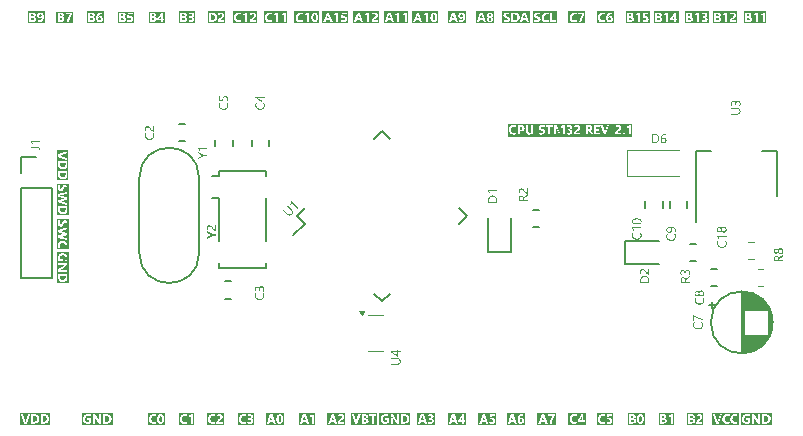
<source format=gbr>
%TF.GenerationSoftware,KiCad,Pcbnew,8.0.1*%
%TF.CreationDate,2024-03-27T10:15:15-03:00*%
%TF.ProjectId,CPU Stm32G431,43505520-5374-46d3-9332-473433312e6b,rev?*%
%TF.SameCoordinates,Original*%
%TF.FileFunction,Legend,Top*%
%TF.FilePolarity,Positive*%
%FSLAX46Y46*%
G04 Gerber Fmt 4.6, Leading zero omitted, Abs format (unit mm)*
G04 Created by KiCad (PCBNEW 8.0.1) date 2024-03-27 10:15:15*
%MOMM*%
%LPD*%
G01*
G04 APERTURE LIST*
%ADD10C,0.150000*%
%ADD11C,0.120000*%
G04 APERTURE END LIST*
D10*
G36*
X146599165Y-87248449D02*
G01*
X146608374Y-87287782D01*
X146692979Y-87551369D01*
X146491332Y-87551369D01*
X146576915Y-87285437D01*
X146585052Y-87255576D01*
X146590788Y-87216854D01*
X146595087Y-87216854D01*
X146599165Y-87248449D01*
G37*
G36*
X148290898Y-87952889D02*
G01*
X146116582Y-87952889D01*
X146116582Y-87864000D01*
X146205471Y-87864000D01*
X146397934Y-87864000D01*
X146453426Y-87701431D01*
X146733621Y-87701431D01*
X146789699Y-87864000D01*
X146983140Y-87864000D01*
X146791762Y-87326274D01*
X147103503Y-87326274D01*
X147110722Y-87325334D01*
X147150202Y-87317286D01*
X147157547Y-87315266D01*
X147195729Y-87302046D01*
X147201209Y-87299765D01*
X147237348Y-87281920D01*
X147238564Y-87281210D01*
X147271151Y-87258082D01*
X147271151Y-87864000D01*
X147444270Y-87864000D01*
X147676594Y-87864000D01*
X148201032Y-87864000D01*
X148201032Y-87713937D01*
X147866908Y-87713937D01*
X147877850Y-87683064D01*
X147880708Y-87678952D01*
X147907550Y-87649652D01*
X147918550Y-87640044D01*
X147950732Y-87615067D01*
X147969325Y-87601851D01*
X148001535Y-87579701D01*
X148011216Y-87572932D01*
X148044475Y-87548809D01*
X148076762Y-87524013D01*
X148083500Y-87518541D01*
X148112950Y-87491688D01*
X148140851Y-87460510D01*
X148145955Y-87453959D01*
X148168541Y-87419191D01*
X148185205Y-87383720D01*
X148191753Y-87364667D01*
X148199646Y-87326155D01*
X148202009Y-87287000D01*
X148201738Y-87274400D01*
X148196507Y-87232657D01*
X148184619Y-87194579D01*
X148182408Y-87189449D01*
X148161883Y-87154040D01*
X148134403Y-87124041D01*
X148123731Y-87115272D01*
X148090092Y-87094222D01*
X148053900Y-87079296D01*
X148026219Y-87071740D01*
X147986280Y-87065512D01*
X147946629Y-87063665D01*
X147922644Y-87064264D01*
X147883700Y-87067927D01*
X147838667Y-87076717D01*
X147795488Y-87090302D01*
X147754165Y-87108682D01*
X147714696Y-87131857D01*
X147714696Y-87288759D01*
X147749817Y-87259010D01*
X147785569Y-87235416D01*
X147821954Y-87217977D01*
X147865201Y-87205411D01*
X147909309Y-87201222D01*
X147920070Y-87201451D01*
X147960551Y-87207719D01*
X147996650Y-87227210D01*
X147998405Y-87228858D01*
X148019717Y-87264297D01*
X148025177Y-87304000D01*
X148024868Y-87313568D01*
X148016385Y-87352653D01*
X148011414Y-87363961D01*
X147989616Y-87397593D01*
X147975099Y-87414355D01*
X147945652Y-87442534D01*
X147917466Y-87465542D01*
X147884884Y-87489624D01*
X147878695Y-87493999D01*
X147846718Y-87517417D01*
X147815324Y-87541599D01*
X147806278Y-87548917D01*
X147776011Y-87576694D01*
X147747913Y-87607838D01*
X147736773Y-87622176D01*
X147715135Y-87655600D01*
X147696915Y-87692248D01*
X147687092Y-87719694D01*
X147678995Y-87759271D01*
X147676594Y-87798542D01*
X147676594Y-87864000D01*
X147444270Y-87864000D01*
X147444270Y-87063665D01*
X147339344Y-87063665D01*
X147336304Y-87065845D01*
X147301379Y-87089127D01*
X147267265Y-87109170D01*
X147230900Y-87128145D01*
X147219620Y-87133547D01*
X147181030Y-87150217D01*
X147140913Y-87164826D01*
X147103503Y-87176212D01*
X147103503Y-87326274D01*
X146791762Y-87326274D01*
X146702749Y-87076170D01*
X146492309Y-87076170D01*
X146319296Y-87551369D01*
X146205471Y-87864000D01*
X146116582Y-87864000D01*
X146116582Y-86974776D01*
X148290898Y-86974776D01*
X148290898Y-87952889D01*
G37*
G36*
X165788847Y-87965394D02*
G01*
X164351753Y-87965394D01*
X164351753Y-87486889D01*
X164440642Y-87486889D01*
X164442263Y-87530040D01*
X164447126Y-87570981D01*
X164455232Y-87609712D01*
X164469924Y-87655017D01*
X164489682Y-87696869D01*
X164514506Y-87735266D01*
X164544396Y-87770210D01*
X164578774Y-87800832D01*
X164616940Y-87826264D01*
X164658893Y-87846506D01*
X164704634Y-87861557D01*
X164743954Y-87869861D01*
X164785699Y-87874844D01*
X164829867Y-87876505D01*
X164847027Y-87876344D01*
X164888132Y-87874541D01*
X164934069Y-87869733D01*
X164976311Y-87862039D01*
X165014857Y-87851460D01*
X165055157Y-87835472D01*
X165055157Y-87676421D01*
X165033291Y-87688145D01*
X164993703Y-87704900D01*
X164952433Y-87716868D01*
X164909479Y-87724048D01*
X164864842Y-87726442D01*
X164838330Y-87725373D01*
X164795283Y-87718361D01*
X164756499Y-87704804D01*
X164721980Y-87684701D01*
X164691723Y-87658054D01*
X164673204Y-87635543D01*
X164652550Y-87600196D01*
X164638048Y-87560380D01*
X164629698Y-87516095D01*
X164627438Y-87474579D01*
X164629103Y-87438243D01*
X164635496Y-87397851D01*
X164649015Y-87355155D01*
X164669060Y-87317228D01*
X164695631Y-87284069D01*
X164717986Y-87263805D01*
X164752793Y-87241205D01*
X164791695Y-87225337D01*
X164834693Y-87216200D01*
X164874808Y-87213727D01*
X164899766Y-87214509D01*
X164941783Y-87219638D01*
X164981688Y-87229554D01*
X165019479Y-87244258D01*
X165055157Y-87263748D01*
X165055157Y-87092778D01*
X165024203Y-87082884D01*
X164994710Y-87076170D01*
X165151486Y-87076170D01*
X165151486Y-87226233D01*
X165517459Y-87226233D01*
X165495184Y-87262197D01*
X165473496Y-87298577D01*
X165452393Y-87335372D01*
X165431877Y-87372583D01*
X165412191Y-87410257D01*
X165393384Y-87448445D01*
X165375457Y-87487145D01*
X165358408Y-87526358D01*
X165342288Y-87566145D01*
X165327145Y-87606568D01*
X165312979Y-87647625D01*
X165299790Y-87689317D01*
X165295150Y-87705129D01*
X165283616Y-87747865D01*
X165274525Y-87785941D01*
X165266369Y-87824652D01*
X165259148Y-87864000D01*
X165440474Y-87864000D01*
X165443221Y-87846124D01*
X165450190Y-87805297D01*
X165457945Y-87765704D01*
X165466486Y-87727346D01*
X165477208Y-87685018D01*
X165489115Y-87643668D01*
X165502170Y-87602660D01*
X165516372Y-87561993D01*
X165531723Y-87521669D01*
X165535743Y-87511622D01*
X165552602Y-87471267D01*
X165570707Y-87430643D01*
X165587570Y-87394877D01*
X165605387Y-87358905D01*
X165618721Y-87332795D01*
X165638286Y-87295295D01*
X165658899Y-87256692D01*
X165680559Y-87216986D01*
X165699958Y-87182073D01*
X165699958Y-87076170D01*
X165151486Y-87076170D01*
X164994710Y-87076170D01*
X164984862Y-87073928D01*
X164942042Y-87067759D01*
X164902570Y-87064688D01*
X164860544Y-87063665D01*
X164815075Y-87065499D01*
X164771774Y-87071004D01*
X164730640Y-87080178D01*
X164691674Y-87093023D01*
X164654876Y-87109536D01*
X164620245Y-87129720D01*
X164587783Y-87153573D01*
X164557487Y-87181096D01*
X164530102Y-87211520D01*
X164506367Y-87244172D01*
X164486284Y-87279053D01*
X164469853Y-87316163D01*
X164457073Y-87355501D01*
X164447944Y-87397068D01*
X164442467Y-87440864D01*
X164440642Y-87486889D01*
X164351753Y-87486889D01*
X164351753Y-86974776D01*
X165788847Y-86974776D01*
X165788847Y-87965394D01*
G37*
G36*
X121773766Y-109434836D02*
G01*
X121772226Y-109470311D01*
X121766309Y-109509493D01*
X121753797Y-109550536D01*
X121735246Y-109586548D01*
X121710654Y-109617529D01*
X121689843Y-109636330D01*
X121656844Y-109657298D01*
X121619339Y-109672020D01*
X121577327Y-109680496D01*
X121537730Y-109682791D01*
X121502531Y-109681188D01*
X121463439Y-109675033D01*
X121422174Y-109662018D01*
X121385584Y-109642720D01*
X121353669Y-109617138D01*
X121334192Y-109595406D01*
X121312471Y-109560892D01*
X121297220Y-109521611D01*
X121288439Y-109477560D01*
X121286062Y-109436008D01*
X121286062Y-109348080D01*
X121773766Y-109348080D01*
X121773766Y-109434836D01*
G37*
G36*
X122025223Y-109958477D02*
G01*
X121034605Y-109958477D01*
X121034605Y-109170467D01*
X121136000Y-109170467D01*
X121136000Y-109348080D01*
X121136000Y-109449685D01*
X121137715Y-109496171D01*
X121142863Y-109540275D01*
X121151442Y-109581998D01*
X121163452Y-109621339D01*
X121178895Y-109658299D01*
X121197769Y-109692878D01*
X121220074Y-109725075D01*
X121245811Y-109754891D01*
X121259851Y-109768780D01*
X121297483Y-109799583D01*
X121338730Y-109824784D01*
X121374332Y-109840914D01*
X121412247Y-109853459D01*
X121452477Y-109862419D01*
X121495021Y-109867796D01*
X121539879Y-109869588D01*
X121563501Y-109869178D01*
X121608495Y-109865897D01*
X121650490Y-109859336D01*
X121689485Y-109849495D01*
X121742353Y-109828582D01*
X121788472Y-109800287D01*
X121827842Y-109764612D01*
X121860463Y-109721556D01*
X121886334Y-109671118D01*
X121899832Y-109633393D01*
X121910331Y-109592387D01*
X121917830Y-109548100D01*
X121922329Y-109500533D01*
X121923829Y-109449685D01*
X121923829Y-109170467D01*
X121136000Y-109170467D01*
X121034605Y-109170467D01*
X121034605Y-108285722D01*
X121136000Y-108285722D01*
X121136000Y-108453370D01*
X121568993Y-108453370D01*
X121574299Y-108453366D01*
X121613671Y-108453030D01*
X121655193Y-108451855D01*
X121696390Y-108449071D01*
X121696390Y-108451221D01*
X121664908Y-108469253D01*
X121630933Y-108490886D01*
X121136000Y-108815631D01*
X121136000Y-108994612D01*
X121923829Y-108994612D01*
X121923829Y-108827159D01*
X121488100Y-108827159D01*
X121464179Y-108827264D01*
X121420689Y-108828234D01*
X121379852Y-108831458D01*
X121379852Y-108829309D01*
X121409839Y-108811543D01*
X121444136Y-108789644D01*
X121923829Y-108477013D01*
X121923829Y-108285722D01*
X121136000Y-108285722D01*
X121034605Y-108285722D01*
X121034605Y-107850188D01*
X121123494Y-107850188D01*
X121124078Y-107881827D01*
X121126673Y-107922484D01*
X121132837Y-107970850D01*
X121142244Y-108016487D01*
X121154895Y-108059396D01*
X121170790Y-108099576D01*
X121189928Y-108137027D01*
X121586188Y-108137027D01*
X121586188Y-107801730D01*
X121436125Y-107801730D01*
X121436125Y-107959413D01*
X121290752Y-107959413D01*
X121283229Y-107939092D01*
X121275589Y-107898986D01*
X121273557Y-107858199D01*
X121273814Y-107845131D01*
X121278766Y-107802059D01*
X121290019Y-107763140D01*
X121310596Y-107723743D01*
X121339405Y-107689769D01*
X121366014Y-107668586D01*
X121401903Y-107649412D01*
X121443010Y-107636204D01*
X121482396Y-107629630D01*
X121525616Y-107627438D01*
X121561516Y-107629137D01*
X121601523Y-107635658D01*
X121643961Y-107649448D01*
X121681836Y-107669895D01*
X121715148Y-107696999D01*
X121735638Y-107719733D01*
X121758489Y-107754912D01*
X121774533Y-107793999D01*
X121783771Y-107836993D01*
X121786272Y-107876957D01*
X121785832Y-107901329D01*
X121783145Y-107940362D01*
X121776697Y-107984583D01*
X121766732Y-108025945D01*
X121753250Y-108064450D01*
X121736251Y-108100097D01*
X121901945Y-108100097D01*
X121906109Y-108088037D01*
X121916990Y-108050455D01*
X121925453Y-108010771D01*
X121931498Y-107968985D01*
X121935125Y-107925096D01*
X121936334Y-107879106D01*
X121934509Y-107830615D01*
X121929032Y-107784596D01*
X121919903Y-107741051D01*
X121907123Y-107699979D01*
X121890692Y-107661379D01*
X121870609Y-107625252D01*
X121846874Y-107591599D01*
X121819489Y-107560418D01*
X121789254Y-107532346D01*
X121756877Y-107508016D01*
X121722356Y-107487429D01*
X121685692Y-107470586D01*
X121646885Y-107457485D01*
X121605935Y-107448128D01*
X121562841Y-107442513D01*
X121517605Y-107440642D01*
X121472780Y-107442354D01*
X121430434Y-107447493D01*
X121390568Y-107456056D01*
X121344221Y-107471578D01*
X121301747Y-107492452D01*
X121263147Y-107518679D01*
X121228421Y-107550258D01*
X121215715Y-107564275D01*
X121187536Y-107602076D01*
X121164481Y-107643818D01*
X121149726Y-107680048D01*
X121138250Y-107718801D01*
X121130052Y-107760075D01*
X121125134Y-107803870D01*
X121123494Y-107850188D01*
X121034605Y-107850188D01*
X121034605Y-107351753D01*
X122025223Y-107351753D01*
X122025223Y-109958477D01*
G37*
G36*
X157199165Y-121248449D02*
G01*
X157208374Y-121287782D01*
X157292979Y-121551369D01*
X157091332Y-121551369D01*
X157176915Y-121285437D01*
X157185052Y-121255576D01*
X157190788Y-121216854D01*
X157195087Y-121216854D01*
X157199165Y-121248449D01*
G37*
G36*
X158249028Y-121965394D02*
G01*
X156716582Y-121965394D01*
X156716582Y-121864000D01*
X156805471Y-121864000D01*
X156997934Y-121864000D01*
X157053426Y-121701431D01*
X157333621Y-121701431D01*
X157389699Y-121864000D01*
X157583140Y-121864000D01*
X157575143Y-121841529D01*
X157665010Y-121841529D01*
X157690134Y-121851605D01*
X157728272Y-121862842D01*
X157769870Y-121870732D01*
X157814927Y-121875275D01*
X157856301Y-121876505D01*
X157882058Y-121875849D01*
X157922711Y-121871840D01*
X157967741Y-121862218D01*
X158008678Y-121847348D01*
X158045520Y-121827230D01*
X158078269Y-121801864D01*
X158088183Y-121792341D01*
X158114087Y-121761747D01*
X158134235Y-121728117D01*
X158148626Y-121691451D01*
X158157261Y-121651749D01*
X158160139Y-121609010D01*
X158159064Y-121583065D01*
X158152012Y-121540924D01*
X158138377Y-121502934D01*
X158118160Y-121469095D01*
X158091360Y-121439408D01*
X158063787Y-121417959D01*
X158026929Y-121398545D01*
X157985023Y-121385171D01*
X157945085Y-121378514D01*
X157901437Y-121376295D01*
X157867732Y-121377126D01*
X157828360Y-121379617D01*
X157839302Y-121226233D01*
X158123991Y-121226233D01*
X158123991Y-121076170D01*
X157706824Y-121076170D01*
X157677124Y-121523232D01*
X157696762Y-121521034D01*
X157738802Y-121517159D01*
X157777875Y-121514769D01*
X157817808Y-121513853D01*
X157865486Y-121516548D01*
X157912033Y-121526898D01*
X157951630Y-121548783D01*
X157975388Y-121581234D01*
X157983307Y-121624251D01*
X157982700Y-121637144D01*
X157971004Y-121676835D01*
X157944424Y-121708075D01*
X157917324Y-121724355D01*
X157877097Y-121735932D01*
X157837152Y-121738947D01*
X157814502Y-121738166D01*
X157775642Y-121733036D01*
X157737774Y-121723120D01*
X157700896Y-121708417D01*
X157665010Y-121688926D01*
X157665010Y-121841529D01*
X157575143Y-121841529D01*
X157302749Y-121076170D01*
X157092309Y-121076170D01*
X156919296Y-121551369D01*
X156805471Y-121864000D01*
X156716582Y-121864000D01*
X156716582Y-120987281D01*
X158249028Y-120987281D01*
X158249028Y-121965394D01*
G37*
G36*
X169587115Y-87527272D02*
G01*
X169625584Y-87534581D01*
X169660739Y-87552346D01*
X169662855Y-87553977D01*
X169687572Y-87585319D01*
X169695129Y-87623665D01*
X169694992Y-87629545D01*
X169685258Y-87668641D01*
X169660153Y-87698891D01*
X169641090Y-87710945D01*
X169602976Y-87723186D01*
X169563824Y-87726442D01*
X169467690Y-87726442D01*
X169467690Y-87526358D01*
X169564996Y-87526358D01*
X169587115Y-87527272D01*
G37*
G36*
X169542106Y-87213807D02*
G01*
X169584677Y-87217617D01*
X169622814Y-87229286D01*
X169653603Y-87255719D01*
X169663866Y-87295011D01*
X169656910Y-87331923D01*
X169632212Y-87363790D01*
X169623978Y-87369652D01*
X169586520Y-87384673D01*
X169545652Y-87388801D01*
X169467690Y-87388801D01*
X169467690Y-87213727D01*
X169534124Y-87213727D01*
X169542106Y-87213807D01*
G37*
G36*
X171223487Y-87965394D02*
G01*
X169201187Y-87965394D01*
X169201187Y-87076170D01*
X169290076Y-87076170D01*
X169290076Y-87213727D01*
X169290076Y-87526358D01*
X169290076Y-87864000D01*
X169592937Y-87864000D01*
X169609471Y-87863750D01*
X169648869Y-87860942D01*
X169692493Y-87853455D01*
X169732134Y-87841474D01*
X169767790Y-87825002D01*
X169804354Y-87800106D01*
X169826701Y-87779037D01*
X169851624Y-87745838D01*
X169869123Y-87708319D01*
X169879198Y-87666481D01*
X169881926Y-87627182D01*
X169881138Y-87608876D01*
X169873606Y-87570277D01*
X169855883Y-87531595D01*
X169831514Y-87500566D01*
X169811494Y-87482532D01*
X169777009Y-87460942D01*
X169737175Y-87445905D01*
X169697278Y-87438040D01*
X169697278Y-87435891D01*
X169705562Y-87433458D01*
X169744191Y-87417930D01*
X169778164Y-87396791D01*
X169807480Y-87370043D01*
X169830252Y-87338822D01*
X169835318Y-87326274D01*
X170033942Y-87326274D01*
X170041162Y-87325334D01*
X170080642Y-87317286D01*
X170087987Y-87315266D01*
X170126168Y-87302046D01*
X170131649Y-87299765D01*
X170167787Y-87281920D01*
X170169003Y-87281210D01*
X170201591Y-87258082D01*
X170201591Y-87864000D01*
X170374710Y-87864000D01*
X170374710Y-87841529D01*
X170639469Y-87841529D01*
X170664593Y-87851605D01*
X170702731Y-87862842D01*
X170744329Y-87870732D01*
X170789386Y-87875275D01*
X170830760Y-87876505D01*
X170856517Y-87875849D01*
X170897170Y-87871840D01*
X170942201Y-87862218D01*
X170983137Y-87847348D01*
X171019980Y-87827230D01*
X171052728Y-87801864D01*
X171062642Y-87792341D01*
X171088546Y-87761747D01*
X171108694Y-87728117D01*
X171123085Y-87691451D01*
X171131720Y-87651749D01*
X171134598Y-87609010D01*
X171133524Y-87583065D01*
X171126471Y-87540924D01*
X171112836Y-87502934D01*
X171092619Y-87469095D01*
X171065819Y-87439408D01*
X171038246Y-87417959D01*
X171001389Y-87398545D01*
X170959482Y-87385171D01*
X170919544Y-87378514D01*
X170875896Y-87376295D01*
X170842191Y-87377126D01*
X170802819Y-87379617D01*
X170813761Y-87226233D01*
X171098450Y-87226233D01*
X171098450Y-87076170D01*
X170681284Y-87076170D01*
X170651584Y-87523232D01*
X170671221Y-87521034D01*
X170713261Y-87517159D01*
X170752334Y-87514769D01*
X170792267Y-87513853D01*
X170839945Y-87516548D01*
X170886492Y-87526898D01*
X170926089Y-87548783D01*
X170949847Y-87581234D01*
X170957766Y-87624251D01*
X170957159Y-87637144D01*
X170945463Y-87676835D01*
X170918883Y-87708075D01*
X170891783Y-87724355D01*
X170851557Y-87735932D01*
X170811612Y-87738947D01*
X170788961Y-87738166D01*
X170750101Y-87733036D01*
X170712233Y-87723120D01*
X170675355Y-87708417D01*
X170639469Y-87688926D01*
X170639469Y-87841529D01*
X170374710Y-87841529D01*
X170374710Y-87063665D01*
X170269783Y-87063665D01*
X170266743Y-87065845D01*
X170231819Y-87089127D01*
X170197705Y-87109170D01*
X170161339Y-87128145D01*
X170150060Y-87133547D01*
X170111470Y-87150217D01*
X170071353Y-87164826D01*
X170033942Y-87176212D01*
X170033942Y-87326274D01*
X169835318Y-87326274D01*
X169845560Y-87300908D01*
X169850662Y-87259254D01*
X169848169Y-87227955D01*
X169835078Y-87186185D01*
X169810765Y-87150627D01*
X169779734Y-87124237D01*
X169775242Y-87121280D01*
X169740460Y-87103207D01*
X169699844Y-87089736D01*
X169660387Y-87081850D01*
X169616643Y-87077343D01*
X169576915Y-87076170D01*
X169290076Y-87076170D01*
X169201187Y-87076170D01*
X169201187Y-86974776D01*
X171223487Y-86974776D01*
X171223487Y-87965394D01*
G37*
G36*
X178750103Y-121965394D02*
G01*
X176516582Y-121965394D01*
X176516582Y-121076170D01*
X176605471Y-121076170D01*
X176873551Y-121864000D01*
X177074808Y-121864000D01*
X177204720Y-121486889D01*
X177376106Y-121486889D01*
X177377727Y-121530040D01*
X177382590Y-121570981D01*
X177390696Y-121609712D01*
X177405388Y-121655017D01*
X177425146Y-121696869D01*
X177449970Y-121735266D01*
X177479860Y-121770210D01*
X177514238Y-121800832D01*
X177552404Y-121826264D01*
X177594357Y-121846506D01*
X177640099Y-121861557D01*
X177679419Y-121869861D01*
X177721163Y-121874844D01*
X177765331Y-121876505D01*
X177782491Y-121876344D01*
X177823596Y-121874541D01*
X177869533Y-121869733D01*
X177911775Y-121862039D01*
X177950321Y-121851460D01*
X177990621Y-121835472D01*
X177990621Y-121676421D01*
X177968755Y-121688145D01*
X177929167Y-121704900D01*
X177887897Y-121716868D01*
X177844943Y-121724048D01*
X177800307Y-121726442D01*
X177773794Y-121725373D01*
X177730747Y-121718361D01*
X177691963Y-121704804D01*
X177657444Y-121684701D01*
X177627187Y-121658054D01*
X177608668Y-121635543D01*
X177588014Y-121600196D01*
X177573512Y-121560380D01*
X177565163Y-121516095D01*
X177563573Y-121486889D01*
X178046699Y-121486889D01*
X178048320Y-121530040D01*
X178053183Y-121570981D01*
X178061289Y-121609712D01*
X178075981Y-121655017D01*
X178095739Y-121696869D01*
X178120563Y-121735266D01*
X178150453Y-121770210D01*
X178184831Y-121800832D01*
X178222997Y-121826264D01*
X178264951Y-121846506D01*
X178310692Y-121861557D01*
X178350012Y-121869861D01*
X178391756Y-121874844D01*
X178435924Y-121876505D01*
X178453084Y-121876344D01*
X178494189Y-121874541D01*
X178540126Y-121869733D01*
X178582368Y-121862039D01*
X178620914Y-121851460D01*
X178661214Y-121835472D01*
X178661214Y-121676421D01*
X178639348Y-121688145D01*
X178599760Y-121704900D01*
X178558490Y-121716868D01*
X178515536Y-121724048D01*
X178470900Y-121726442D01*
X178444387Y-121725373D01*
X178401340Y-121718361D01*
X178362557Y-121704804D01*
X178328037Y-121684701D01*
X178297780Y-121658054D01*
X178279261Y-121635543D01*
X178258607Y-121600196D01*
X178244105Y-121560380D01*
X178235756Y-121516095D01*
X178233496Y-121474579D01*
X178235161Y-121438243D01*
X178241554Y-121397851D01*
X178255072Y-121355155D01*
X178275117Y-121317228D01*
X178301688Y-121284069D01*
X178324043Y-121263805D01*
X178358850Y-121241205D01*
X178397753Y-121225337D01*
X178440750Y-121216200D01*
X178480865Y-121213727D01*
X178505823Y-121214509D01*
X178547841Y-121219638D01*
X178587745Y-121229554D01*
X178625536Y-121244258D01*
X178661214Y-121263748D01*
X178661214Y-121092778D01*
X178630261Y-121082884D01*
X178590919Y-121073928D01*
X178548099Y-121067759D01*
X178508628Y-121064688D01*
X178466601Y-121063665D01*
X178421132Y-121065499D01*
X178377831Y-121071004D01*
X178336697Y-121080178D01*
X178297732Y-121093023D01*
X178260933Y-121109536D01*
X178226303Y-121129720D01*
X178193840Y-121153573D01*
X178163545Y-121181096D01*
X178136159Y-121211520D01*
X178112424Y-121244172D01*
X178092342Y-121279053D01*
X178075910Y-121316163D01*
X178063130Y-121355501D01*
X178054002Y-121397068D01*
X178048524Y-121440864D01*
X178046699Y-121486889D01*
X177563573Y-121486889D01*
X177562903Y-121474579D01*
X177564567Y-121438243D01*
X177570960Y-121397851D01*
X177584479Y-121355155D01*
X177604524Y-121317228D01*
X177631095Y-121284069D01*
X177653450Y-121263805D01*
X177688257Y-121241205D01*
X177727159Y-121225337D01*
X177770157Y-121216200D01*
X177810272Y-121213727D01*
X177835230Y-121214509D01*
X177877247Y-121219638D01*
X177917152Y-121229554D01*
X177954943Y-121244258D01*
X177990621Y-121263748D01*
X177990621Y-121092778D01*
X177959667Y-121082884D01*
X177920326Y-121073928D01*
X177877506Y-121067759D01*
X177838034Y-121064688D01*
X177796008Y-121063665D01*
X177750539Y-121065499D01*
X177707238Y-121071004D01*
X177666104Y-121080178D01*
X177627138Y-121093023D01*
X177590340Y-121109536D01*
X177555710Y-121129720D01*
X177523247Y-121153573D01*
X177492951Y-121181096D01*
X177465566Y-121211520D01*
X177441831Y-121244172D01*
X177421748Y-121279053D01*
X177405317Y-121316163D01*
X177392537Y-121355501D01*
X177383408Y-121397068D01*
X177377931Y-121440864D01*
X177376106Y-121486889D01*
X177204720Y-121486889D01*
X177346210Y-121076170D01*
X177160390Y-121076170D01*
X176997236Y-121622297D01*
X176986981Y-121661924D01*
X176980237Y-121702995D01*
X176976915Y-121702995D01*
X176971086Y-121663893D01*
X176961088Y-121624446D01*
X176796762Y-121076170D01*
X176605471Y-121076170D01*
X176516582Y-121076170D01*
X176516582Y-120974776D01*
X178750103Y-120974776D01*
X178750103Y-121965394D01*
G37*
G36*
X144399165Y-121248449D02*
G01*
X144408374Y-121287782D01*
X144492979Y-121551369D01*
X144291332Y-121551369D01*
X144376915Y-121285437D01*
X144385052Y-121255576D01*
X144390788Y-121216854D01*
X144395087Y-121216854D01*
X144399165Y-121248449D01*
G37*
G36*
X145446879Y-121952889D02*
G01*
X143916582Y-121952889D01*
X143916582Y-121864000D01*
X144005471Y-121864000D01*
X144197934Y-121864000D01*
X144253426Y-121701431D01*
X144533621Y-121701431D01*
X144589699Y-121864000D01*
X144783140Y-121864000D01*
X144832575Y-121864000D01*
X145357013Y-121864000D01*
X145357013Y-121713937D01*
X145022889Y-121713937D01*
X145033831Y-121683064D01*
X145036688Y-121678952D01*
X145063531Y-121649652D01*
X145074530Y-121640044D01*
X145106713Y-121615067D01*
X145125306Y-121601851D01*
X145157515Y-121579701D01*
X145167196Y-121572932D01*
X145200455Y-121548809D01*
X145232742Y-121524013D01*
X145239481Y-121518541D01*
X145268930Y-121491688D01*
X145296831Y-121460510D01*
X145301936Y-121453959D01*
X145324522Y-121419191D01*
X145341186Y-121383720D01*
X145347733Y-121364667D01*
X145355627Y-121326155D01*
X145357990Y-121287000D01*
X145357718Y-121274400D01*
X145352487Y-121232657D01*
X145340600Y-121194579D01*
X145338388Y-121189449D01*
X145317863Y-121154040D01*
X145290383Y-121124041D01*
X145279711Y-121115272D01*
X145246073Y-121094222D01*
X145209881Y-121079296D01*
X145182199Y-121071740D01*
X145142261Y-121065512D01*
X145102609Y-121063665D01*
X145078625Y-121064264D01*
X145039680Y-121067927D01*
X144994647Y-121076717D01*
X144951469Y-121090302D01*
X144910145Y-121108682D01*
X144870676Y-121131857D01*
X144870676Y-121288759D01*
X144905797Y-121259010D01*
X144941550Y-121235416D01*
X144977934Y-121217977D01*
X145021182Y-121205411D01*
X145065289Y-121201222D01*
X145076050Y-121201451D01*
X145116531Y-121207719D01*
X145152630Y-121227210D01*
X145154385Y-121228858D01*
X145175698Y-121264297D01*
X145181158Y-121304000D01*
X145180849Y-121313568D01*
X145172365Y-121352653D01*
X145167395Y-121363961D01*
X145145596Y-121397593D01*
X145131079Y-121414355D01*
X145101632Y-121442534D01*
X145073447Y-121465542D01*
X145040865Y-121489624D01*
X145034676Y-121493999D01*
X145002699Y-121517417D01*
X144971304Y-121541599D01*
X144962258Y-121548917D01*
X144931991Y-121576694D01*
X144903893Y-121607838D01*
X144892754Y-121622176D01*
X144871115Y-121655600D01*
X144852896Y-121692248D01*
X144843072Y-121719694D01*
X144834976Y-121759271D01*
X144832575Y-121798542D01*
X144832575Y-121864000D01*
X144783140Y-121864000D01*
X144502749Y-121076170D01*
X144292309Y-121076170D01*
X144119296Y-121551369D01*
X144005471Y-121864000D01*
X143916582Y-121864000D01*
X143916582Y-120974776D01*
X145446879Y-120974776D01*
X145446879Y-121952889D01*
G37*
G36*
X119136326Y-121227773D02*
G01*
X119175509Y-121233690D01*
X119216551Y-121246202D01*
X119252563Y-121264753D01*
X119283545Y-121289345D01*
X119302345Y-121310156D01*
X119323313Y-121343155D01*
X119338035Y-121380660D01*
X119346512Y-121422672D01*
X119348806Y-121462269D01*
X119347203Y-121497468D01*
X119341048Y-121536560D01*
X119328033Y-121577825D01*
X119308735Y-121614415D01*
X119283154Y-121646330D01*
X119261421Y-121665807D01*
X119226908Y-121687528D01*
X119187626Y-121702779D01*
X119143576Y-121711560D01*
X119102023Y-121713937D01*
X119014096Y-121713937D01*
X119014096Y-121226233D01*
X119100851Y-121226233D01*
X119136326Y-121227773D01*
G37*
G36*
X119961672Y-121227773D02*
G01*
X120000854Y-121233690D01*
X120041896Y-121246202D01*
X120077908Y-121264753D01*
X120108890Y-121289345D01*
X120127691Y-121310156D01*
X120148659Y-121343155D01*
X120163381Y-121380660D01*
X120171857Y-121422672D01*
X120174152Y-121462269D01*
X120172549Y-121497468D01*
X120166394Y-121536560D01*
X120153379Y-121577825D01*
X120134081Y-121614415D01*
X120108499Y-121646330D01*
X120086766Y-121665807D01*
X120052253Y-121687528D01*
X120012971Y-121702779D01*
X119968921Y-121711560D01*
X119927369Y-121713937D01*
X119839441Y-121713937D01*
X119839441Y-121226233D01*
X119926196Y-121226233D01*
X119961672Y-121227773D01*
G37*
G36*
X120449838Y-121952889D02*
G01*
X117916582Y-121952889D01*
X117916582Y-121076170D01*
X118005471Y-121076170D01*
X118273551Y-121864000D01*
X118474808Y-121864000D01*
X118746210Y-121076170D01*
X118836482Y-121076170D01*
X118836482Y-121226233D01*
X118836482Y-121864000D01*
X119115701Y-121864000D01*
X119162186Y-121862284D01*
X119206290Y-121857136D01*
X119248013Y-121848557D01*
X119287355Y-121836547D01*
X119324315Y-121821104D01*
X119358893Y-121802230D01*
X119391091Y-121779925D01*
X119420907Y-121754188D01*
X119434796Y-121740148D01*
X119465598Y-121702516D01*
X119490800Y-121661269D01*
X119506929Y-121625667D01*
X119519474Y-121587752D01*
X119528435Y-121547522D01*
X119533811Y-121504978D01*
X119535603Y-121460120D01*
X119535193Y-121436498D01*
X119531913Y-121391504D01*
X119525352Y-121349509D01*
X119515510Y-121310514D01*
X119494597Y-121257646D01*
X119466303Y-121211527D01*
X119430628Y-121172157D01*
X119387571Y-121139536D01*
X119337134Y-121113665D01*
X119299408Y-121100167D01*
X119258402Y-121089668D01*
X119214115Y-121082169D01*
X119166548Y-121077670D01*
X119115701Y-121076170D01*
X119661828Y-121076170D01*
X119661828Y-121226233D01*
X119661828Y-121864000D01*
X119941046Y-121864000D01*
X119987532Y-121862284D01*
X120031636Y-121857136D01*
X120073359Y-121848557D01*
X120112700Y-121836547D01*
X120149660Y-121821104D01*
X120184239Y-121802230D01*
X120216436Y-121779925D01*
X120246252Y-121754188D01*
X120260141Y-121740148D01*
X120290943Y-121702516D01*
X120316145Y-121661269D01*
X120332274Y-121625667D01*
X120344819Y-121587752D01*
X120353780Y-121547522D01*
X120359156Y-121504978D01*
X120360949Y-121460120D01*
X120360538Y-121436498D01*
X120357258Y-121391504D01*
X120350697Y-121349509D01*
X120340856Y-121310514D01*
X120319942Y-121257646D01*
X120291648Y-121211527D01*
X120255973Y-121172157D01*
X120212917Y-121139536D01*
X120162479Y-121113665D01*
X120124754Y-121100167D01*
X120083747Y-121089668D01*
X120039461Y-121082169D01*
X119991894Y-121077670D01*
X119941046Y-121076170D01*
X119661828Y-121076170D01*
X119115701Y-121076170D01*
X118836482Y-121076170D01*
X118746210Y-121076170D01*
X118560390Y-121076170D01*
X118397236Y-121622297D01*
X118386981Y-121661924D01*
X118380237Y-121702995D01*
X118376915Y-121702995D01*
X118371086Y-121663893D01*
X118361088Y-121624446D01*
X118196762Y-121076170D01*
X118005471Y-121076170D01*
X117916582Y-121076170D01*
X117916582Y-120987281D01*
X120449838Y-120987281D01*
X120449838Y-121952889D01*
G37*
G36*
X172387115Y-121527272D02*
G01*
X172425584Y-121534581D01*
X172460739Y-121552346D01*
X172462855Y-121553977D01*
X172487572Y-121585319D01*
X172495129Y-121623665D01*
X172494992Y-121629545D01*
X172485258Y-121668641D01*
X172460153Y-121698891D01*
X172441090Y-121710945D01*
X172402976Y-121723186D01*
X172363824Y-121726442D01*
X172267690Y-121726442D01*
X172267690Y-121526358D01*
X172364996Y-121526358D01*
X172387115Y-121527272D01*
G37*
G36*
X172342106Y-121213807D02*
G01*
X172384677Y-121217617D01*
X172422814Y-121229286D01*
X172453603Y-121255719D01*
X172463866Y-121295011D01*
X172456910Y-121331923D01*
X172432212Y-121363790D01*
X172423978Y-121369652D01*
X172386520Y-121384673D01*
X172345652Y-121388801D01*
X172267690Y-121388801D01*
X172267690Y-121213727D01*
X172334124Y-121213727D01*
X172342106Y-121213807D01*
G37*
G36*
X173263599Y-121952889D02*
G01*
X172001187Y-121952889D01*
X172001187Y-121076170D01*
X172090076Y-121076170D01*
X172090076Y-121213727D01*
X172090076Y-121526358D01*
X172090076Y-121864000D01*
X172392937Y-121864000D01*
X172409471Y-121863750D01*
X172448869Y-121860942D01*
X172492493Y-121853455D01*
X172532134Y-121841474D01*
X172567790Y-121825002D01*
X172604354Y-121800106D01*
X172626701Y-121779037D01*
X172651624Y-121745838D01*
X172669123Y-121708319D01*
X172679198Y-121666481D01*
X172681926Y-121627182D01*
X172681138Y-121608876D01*
X172673606Y-121570277D01*
X172655883Y-121531595D01*
X172631514Y-121500566D01*
X172611494Y-121482532D01*
X172577009Y-121460942D01*
X172537175Y-121445905D01*
X172497278Y-121438040D01*
X172497278Y-121435891D01*
X172505562Y-121433458D01*
X172544191Y-121417930D01*
X172578164Y-121396791D01*
X172607480Y-121370043D01*
X172630252Y-121338822D01*
X172635318Y-121326274D01*
X172833942Y-121326274D01*
X172841162Y-121325334D01*
X172880642Y-121317286D01*
X172887987Y-121315266D01*
X172926168Y-121302046D01*
X172931649Y-121299765D01*
X172967787Y-121281920D01*
X172969003Y-121281210D01*
X173001591Y-121258082D01*
X173001591Y-121864000D01*
X173174710Y-121864000D01*
X173174710Y-121063665D01*
X173069783Y-121063665D01*
X173066743Y-121065845D01*
X173031819Y-121089127D01*
X172997705Y-121109170D01*
X172961339Y-121128145D01*
X172950060Y-121133547D01*
X172911470Y-121150217D01*
X172871353Y-121164826D01*
X172833942Y-121176212D01*
X172833942Y-121326274D01*
X172635318Y-121326274D01*
X172645560Y-121300908D01*
X172650662Y-121259254D01*
X172648169Y-121227955D01*
X172635078Y-121186185D01*
X172610765Y-121150627D01*
X172579734Y-121124237D01*
X172575242Y-121121280D01*
X172540460Y-121103207D01*
X172499844Y-121089736D01*
X172460387Y-121081850D01*
X172416643Y-121077343D01*
X172376915Y-121076170D01*
X172090076Y-121076170D01*
X172001187Y-121076170D01*
X172001187Y-120974776D01*
X173263599Y-120974776D01*
X173263599Y-121952889D01*
G37*
G36*
X143999165Y-87248449D02*
G01*
X144008374Y-87287782D01*
X144092979Y-87551369D01*
X143891332Y-87551369D01*
X143976915Y-87285437D01*
X143985052Y-87255576D01*
X143990788Y-87216854D01*
X143995087Y-87216854D01*
X143999165Y-87248449D01*
G37*
G36*
X145693048Y-87965394D02*
G01*
X143516582Y-87965394D01*
X143516582Y-87864000D01*
X143605471Y-87864000D01*
X143797934Y-87864000D01*
X143853426Y-87701431D01*
X144133621Y-87701431D01*
X144189699Y-87864000D01*
X144383140Y-87864000D01*
X144191762Y-87326274D01*
X144503503Y-87326274D01*
X144510722Y-87325334D01*
X144550202Y-87317286D01*
X144557547Y-87315266D01*
X144595729Y-87302046D01*
X144601209Y-87299765D01*
X144637348Y-87281920D01*
X144638564Y-87281210D01*
X144671151Y-87258082D01*
X144671151Y-87864000D01*
X144844270Y-87864000D01*
X144844270Y-87841529D01*
X145109030Y-87841529D01*
X145134153Y-87851605D01*
X145172291Y-87862842D01*
X145213889Y-87870732D01*
X145258947Y-87875275D01*
X145300321Y-87876505D01*
X145326077Y-87875849D01*
X145366730Y-87871840D01*
X145411761Y-87862218D01*
X145452698Y-87847348D01*
X145489540Y-87827230D01*
X145522288Y-87801864D01*
X145532202Y-87792341D01*
X145558107Y-87761747D01*
X145578254Y-87728117D01*
X145592646Y-87691451D01*
X145601280Y-87651749D01*
X145604159Y-87609010D01*
X145603084Y-87583065D01*
X145596031Y-87540924D01*
X145582397Y-87502934D01*
X145562179Y-87469095D01*
X145535380Y-87439408D01*
X145507806Y-87417959D01*
X145470949Y-87398545D01*
X145429043Y-87385171D01*
X145389104Y-87378514D01*
X145345457Y-87376295D01*
X145311751Y-87377126D01*
X145272379Y-87379617D01*
X145283321Y-87226233D01*
X145568011Y-87226233D01*
X145568011Y-87076170D01*
X145150844Y-87076170D01*
X145121144Y-87523232D01*
X145140781Y-87521034D01*
X145182821Y-87517159D01*
X145221894Y-87514769D01*
X145261828Y-87513853D01*
X145309506Y-87516548D01*
X145356052Y-87526898D01*
X145395649Y-87548783D01*
X145419407Y-87581234D01*
X145427327Y-87624251D01*
X145426719Y-87637144D01*
X145415024Y-87676835D01*
X145388443Y-87708075D01*
X145361344Y-87724355D01*
X145321117Y-87735932D01*
X145281172Y-87738947D01*
X145258521Y-87738166D01*
X145219662Y-87733036D01*
X145181793Y-87723120D01*
X145144916Y-87708417D01*
X145109030Y-87688926D01*
X145109030Y-87841529D01*
X144844270Y-87841529D01*
X144844270Y-87063665D01*
X144739344Y-87063665D01*
X144736304Y-87065845D01*
X144701379Y-87089127D01*
X144667265Y-87109170D01*
X144630900Y-87128145D01*
X144619620Y-87133547D01*
X144581030Y-87150217D01*
X144540913Y-87164826D01*
X144503503Y-87176212D01*
X144503503Y-87326274D01*
X144191762Y-87326274D01*
X144102749Y-87076170D01*
X143892309Y-87076170D01*
X143719296Y-87551369D01*
X143605471Y-87864000D01*
X143516582Y-87864000D01*
X143516582Y-86974776D01*
X145693048Y-86974776D01*
X145693048Y-87965394D01*
G37*
G36*
X125270311Y-121227773D02*
G01*
X125309493Y-121233690D01*
X125350536Y-121246202D01*
X125386548Y-121264753D01*
X125417529Y-121289345D01*
X125436330Y-121310156D01*
X125457298Y-121343155D01*
X125472020Y-121380660D01*
X125480496Y-121422672D01*
X125482791Y-121462269D01*
X125481188Y-121497468D01*
X125475033Y-121536560D01*
X125462018Y-121577825D01*
X125442720Y-121614415D01*
X125417138Y-121646330D01*
X125395406Y-121665807D01*
X125360892Y-121687528D01*
X125321611Y-121702779D01*
X125277560Y-121711560D01*
X125236008Y-121713937D01*
X125148080Y-121713937D01*
X125148080Y-121226233D01*
X125234836Y-121226233D01*
X125270311Y-121227773D01*
G37*
G36*
X125758477Y-121965394D02*
G01*
X123151753Y-121965394D01*
X123151753Y-121482394D01*
X123240642Y-121482394D01*
X123242354Y-121527219D01*
X123247493Y-121569565D01*
X123256056Y-121609431D01*
X123271578Y-121655778D01*
X123292452Y-121698252D01*
X123318679Y-121736852D01*
X123350258Y-121771578D01*
X123364275Y-121784284D01*
X123402076Y-121812463D01*
X123443818Y-121835518D01*
X123480048Y-121850273D01*
X123518801Y-121861749D01*
X123560075Y-121869947D01*
X123603870Y-121874865D01*
X123650188Y-121876505D01*
X123681827Y-121875921D01*
X123722484Y-121873326D01*
X123770850Y-121867162D01*
X123816487Y-121857755D01*
X123859396Y-121845104D01*
X123899576Y-121829209D01*
X123937027Y-121810071D01*
X123937027Y-121413811D01*
X123601730Y-121413811D01*
X123601730Y-121563874D01*
X123759413Y-121563874D01*
X123759413Y-121709247D01*
X123739092Y-121716770D01*
X123698986Y-121724410D01*
X123658199Y-121726442D01*
X123645131Y-121726185D01*
X123602059Y-121721233D01*
X123563140Y-121709980D01*
X123523743Y-121689403D01*
X123489769Y-121660594D01*
X123468586Y-121633985D01*
X123449412Y-121598096D01*
X123436204Y-121556989D01*
X123429630Y-121517603D01*
X123427438Y-121474383D01*
X123429137Y-121438483D01*
X123435658Y-121398476D01*
X123449448Y-121356038D01*
X123469895Y-121318163D01*
X123496999Y-121284851D01*
X123519733Y-121264361D01*
X123554912Y-121241510D01*
X123593999Y-121225466D01*
X123636993Y-121216228D01*
X123676957Y-121213727D01*
X123701329Y-121214167D01*
X123740362Y-121216854D01*
X123784583Y-121223302D01*
X123825945Y-121233267D01*
X123864450Y-121246749D01*
X123900097Y-121263748D01*
X123900097Y-121098054D01*
X123888037Y-121093890D01*
X123850455Y-121083009D01*
X123818386Y-121076170D01*
X124085722Y-121076170D01*
X124085722Y-121864000D01*
X124253370Y-121864000D01*
X124253370Y-121431006D01*
X124253366Y-121425700D01*
X124253030Y-121386328D01*
X124251855Y-121344806D01*
X124249071Y-121303609D01*
X124251221Y-121303609D01*
X124269253Y-121335091D01*
X124290886Y-121369066D01*
X124615631Y-121864000D01*
X124794612Y-121864000D01*
X124794612Y-121076170D01*
X124970467Y-121076170D01*
X124970467Y-121226233D01*
X124970467Y-121864000D01*
X125249685Y-121864000D01*
X125296171Y-121862284D01*
X125340275Y-121857136D01*
X125381998Y-121848557D01*
X125421339Y-121836547D01*
X125458299Y-121821104D01*
X125492878Y-121802230D01*
X125525075Y-121779925D01*
X125554891Y-121754188D01*
X125568780Y-121740148D01*
X125599583Y-121702516D01*
X125624784Y-121661269D01*
X125640914Y-121625667D01*
X125653459Y-121587752D01*
X125662419Y-121547522D01*
X125667796Y-121504978D01*
X125669588Y-121460120D01*
X125669178Y-121436498D01*
X125665897Y-121391504D01*
X125659336Y-121349509D01*
X125649495Y-121310514D01*
X125628582Y-121257646D01*
X125600287Y-121211527D01*
X125564612Y-121172157D01*
X125521556Y-121139536D01*
X125471118Y-121113665D01*
X125433393Y-121100167D01*
X125392387Y-121089668D01*
X125348100Y-121082169D01*
X125300533Y-121077670D01*
X125249685Y-121076170D01*
X124970467Y-121076170D01*
X124794612Y-121076170D01*
X124627159Y-121076170D01*
X124627159Y-121511899D01*
X124627264Y-121535820D01*
X124628234Y-121579310D01*
X124631458Y-121620147D01*
X124629309Y-121620147D01*
X124611543Y-121590160D01*
X124589644Y-121555863D01*
X124277013Y-121076170D01*
X124085722Y-121076170D01*
X123818386Y-121076170D01*
X123810771Y-121074546D01*
X123768985Y-121068501D01*
X123725096Y-121064874D01*
X123679106Y-121063665D01*
X123630615Y-121065490D01*
X123584596Y-121070967D01*
X123541051Y-121080096D01*
X123499979Y-121092876D01*
X123461379Y-121109307D01*
X123425252Y-121129390D01*
X123391599Y-121153125D01*
X123360418Y-121180510D01*
X123332346Y-121210745D01*
X123308016Y-121243122D01*
X123287429Y-121277643D01*
X123270586Y-121314307D01*
X123257485Y-121353114D01*
X123248128Y-121394064D01*
X123242513Y-121437158D01*
X123240642Y-121482394D01*
X123151753Y-121482394D01*
X123151753Y-120974776D01*
X125758477Y-120974776D01*
X125758477Y-121965394D01*
G37*
G36*
X165463726Y-121576379D02*
G01*
X165275757Y-121576379D01*
X165299790Y-121545849D01*
X165324605Y-121513267D01*
X165327777Y-121509033D01*
X165351373Y-121476744D01*
X165374626Y-121443511D01*
X165377719Y-121439012D01*
X165400330Y-121404981D01*
X165421912Y-121370434D01*
X165423325Y-121368114D01*
X165443698Y-121333553D01*
X165463726Y-121297161D01*
X165463726Y-121576379D01*
G37*
G36*
X165805260Y-121965394D02*
G01*
X164351753Y-121965394D01*
X164351753Y-121486889D01*
X164440642Y-121486889D01*
X164442263Y-121530040D01*
X164447126Y-121570981D01*
X164455232Y-121609712D01*
X164469924Y-121655017D01*
X164489682Y-121696869D01*
X164514506Y-121735266D01*
X164544396Y-121770210D01*
X164578774Y-121800832D01*
X164616940Y-121826264D01*
X164658893Y-121846506D01*
X164704634Y-121861557D01*
X164743954Y-121869861D01*
X164785699Y-121874844D01*
X164829867Y-121876505D01*
X164847027Y-121876344D01*
X164888132Y-121874541D01*
X164934069Y-121869733D01*
X164976311Y-121862039D01*
X165014857Y-121851460D01*
X165055157Y-121835472D01*
X165055157Y-121701431D01*
X165120223Y-121701431D01*
X165463726Y-121701431D01*
X165463726Y-121864000D01*
X165621995Y-121864000D01*
X165621995Y-121701431D01*
X165716371Y-121701431D01*
X165716371Y-121576379D01*
X165621995Y-121576379D01*
X165621995Y-121076170D01*
X165460795Y-121076170D01*
X165453724Y-121091209D01*
X165434444Y-121129609D01*
X165415135Y-121165147D01*
X165393970Y-121201613D01*
X165379023Y-121226139D01*
X165355777Y-121262850D01*
X165331542Y-121299469D01*
X165309169Y-121331941D01*
X165286186Y-121364059D01*
X165262763Y-121395737D01*
X165238900Y-121426976D01*
X165214598Y-121457775D01*
X165199414Y-121476648D01*
X165172492Y-121509418D01*
X165146094Y-121540643D01*
X165120223Y-121570322D01*
X165120223Y-121576379D01*
X165120223Y-121701431D01*
X165055157Y-121701431D01*
X165055157Y-121676421D01*
X165033291Y-121688145D01*
X164993703Y-121704900D01*
X164952433Y-121716868D01*
X164909479Y-121724048D01*
X164864842Y-121726442D01*
X164838330Y-121725373D01*
X164795283Y-121718361D01*
X164756499Y-121704804D01*
X164721980Y-121684701D01*
X164691723Y-121658054D01*
X164673204Y-121635543D01*
X164652550Y-121600196D01*
X164638048Y-121560380D01*
X164629698Y-121516095D01*
X164627438Y-121474579D01*
X164629103Y-121438243D01*
X164635496Y-121397851D01*
X164649015Y-121355155D01*
X164669060Y-121317228D01*
X164695631Y-121284069D01*
X164717986Y-121263805D01*
X164752793Y-121241205D01*
X164791695Y-121225337D01*
X164834693Y-121216200D01*
X164874808Y-121213727D01*
X164899766Y-121214509D01*
X164941783Y-121219638D01*
X164981688Y-121229554D01*
X165019479Y-121244258D01*
X165055157Y-121263748D01*
X165055157Y-121092778D01*
X165024203Y-121082884D01*
X164984862Y-121073928D01*
X164942042Y-121067759D01*
X164902570Y-121064688D01*
X164860544Y-121063665D01*
X164815075Y-121065499D01*
X164771774Y-121071004D01*
X164730640Y-121080178D01*
X164691674Y-121093023D01*
X164654876Y-121109536D01*
X164620245Y-121129720D01*
X164587783Y-121153573D01*
X164557487Y-121181096D01*
X164530102Y-121211520D01*
X164506367Y-121244172D01*
X164486284Y-121279053D01*
X164469853Y-121316163D01*
X164457073Y-121355501D01*
X164447944Y-121397068D01*
X164442467Y-121440864D01*
X164440642Y-121486889D01*
X164351753Y-121486889D01*
X164351753Y-120974776D01*
X165805260Y-120974776D01*
X165805260Y-121965394D01*
G37*
G36*
X121387115Y-87527272D02*
G01*
X121425584Y-87534581D01*
X121460739Y-87552346D01*
X121462855Y-87553977D01*
X121487572Y-87585319D01*
X121495129Y-87623665D01*
X121494992Y-87629545D01*
X121485258Y-87668641D01*
X121460153Y-87698891D01*
X121441090Y-87710945D01*
X121402976Y-87723186D01*
X121363824Y-87726442D01*
X121267690Y-87726442D01*
X121267690Y-87526358D01*
X121364996Y-87526358D01*
X121387115Y-87527272D01*
G37*
G36*
X121342106Y-87213807D02*
G01*
X121384677Y-87217617D01*
X121422814Y-87229286D01*
X121453603Y-87255719D01*
X121463866Y-87295011D01*
X121456910Y-87331923D01*
X121432212Y-87363790D01*
X121423978Y-87369652D01*
X121386520Y-87384673D01*
X121345652Y-87388801D01*
X121267690Y-87388801D01*
X121267690Y-87213727D01*
X121334124Y-87213727D01*
X121342106Y-87213807D01*
G37*
G36*
X122407604Y-87952889D02*
G01*
X121001187Y-87952889D01*
X121001187Y-87076170D01*
X121090076Y-87076170D01*
X121090076Y-87213727D01*
X121090076Y-87526358D01*
X121090076Y-87864000D01*
X121392937Y-87864000D01*
X121409471Y-87863750D01*
X121448869Y-87860942D01*
X121492493Y-87853455D01*
X121532134Y-87841474D01*
X121567790Y-87825002D01*
X121604354Y-87800106D01*
X121626701Y-87779037D01*
X121651624Y-87745838D01*
X121669123Y-87708319D01*
X121679198Y-87666481D01*
X121681926Y-87627182D01*
X121681138Y-87608876D01*
X121673606Y-87570277D01*
X121655883Y-87531595D01*
X121631514Y-87500566D01*
X121611494Y-87482532D01*
X121577009Y-87460942D01*
X121537175Y-87445905D01*
X121497278Y-87438040D01*
X121497278Y-87435891D01*
X121505562Y-87433458D01*
X121544191Y-87417930D01*
X121578164Y-87396791D01*
X121607480Y-87370043D01*
X121630252Y-87338822D01*
X121645560Y-87300908D01*
X121650662Y-87259254D01*
X121648169Y-87227955D01*
X121635078Y-87186185D01*
X121610765Y-87150627D01*
X121579734Y-87124237D01*
X121575242Y-87121280D01*
X121540460Y-87103207D01*
X121499844Y-87089736D01*
X121460387Y-87081850D01*
X121416643Y-87077343D01*
X121376915Y-87076170D01*
X121770244Y-87076170D01*
X121770244Y-87226233D01*
X122136217Y-87226233D01*
X122113942Y-87262197D01*
X122092254Y-87298577D01*
X122071151Y-87335372D01*
X122050635Y-87372583D01*
X122030949Y-87410257D01*
X122012142Y-87448445D01*
X121994214Y-87487145D01*
X121977166Y-87526358D01*
X121961046Y-87566145D01*
X121945903Y-87606568D01*
X121931737Y-87647625D01*
X121918548Y-87689317D01*
X121913908Y-87705129D01*
X121902373Y-87747865D01*
X121893283Y-87785941D01*
X121885127Y-87824652D01*
X121877906Y-87864000D01*
X122059232Y-87864000D01*
X122061978Y-87846124D01*
X122068948Y-87805297D01*
X122076703Y-87765704D01*
X122085244Y-87727346D01*
X122095966Y-87685018D01*
X122107873Y-87643668D01*
X122120928Y-87602660D01*
X122135130Y-87561993D01*
X122150481Y-87521669D01*
X122154501Y-87511622D01*
X122171360Y-87471267D01*
X122189464Y-87430643D01*
X122206328Y-87394877D01*
X122224145Y-87358905D01*
X122237479Y-87332795D01*
X122257044Y-87295295D01*
X122277657Y-87256692D01*
X122299316Y-87216986D01*
X122318715Y-87182073D01*
X122318715Y-87076170D01*
X121770244Y-87076170D01*
X121376915Y-87076170D01*
X121090076Y-87076170D01*
X121001187Y-87076170D01*
X121001187Y-86987281D01*
X122407604Y-86987281D01*
X122407604Y-87952889D01*
G37*
G36*
X147133521Y-121527272D02*
G01*
X147171990Y-121534581D01*
X147207145Y-121552346D01*
X147209261Y-121553977D01*
X147233978Y-121585319D01*
X147241535Y-121623665D01*
X147241398Y-121629545D01*
X147231664Y-121668641D01*
X147206559Y-121698891D01*
X147187496Y-121710945D01*
X147149382Y-121723186D01*
X147110230Y-121726442D01*
X147014096Y-121726442D01*
X147014096Y-121526358D01*
X147111402Y-121526358D01*
X147133521Y-121527272D01*
G37*
G36*
X147088512Y-121213807D02*
G01*
X147131084Y-121217617D01*
X147169221Y-121229286D01*
X147200009Y-121255719D01*
X147210272Y-121295011D01*
X147203316Y-121331923D01*
X147178618Y-121363790D01*
X147170384Y-121369652D01*
X147132926Y-121384673D01*
X147092058Y-121388801D01*
X147014096Y-121388801D01*
X147014096Y-121213727D01*
X147080530Y-121213727D01*
X147088512Y-121213807D01*
G37*
G36*
X148182929Y-121952889D02*
G01*
X145916582Y-121952889D01*
X145916582Y-121076170D01*
X146005471Y-121076170D01*
X146273551Y-121864000D01*
X146474808Y-121864000D01*
X146746210Y-121076170D01*
X146836482Y-121076170D01*
X146836482Y-121213727D01*
X146836482Y-121526358D01*
X146836482Y-121864000D01*
X147139344Y-121864000D01*
X147155877Y-121863750D01*
X147195275Y-121860942D01*
X147238900Y-121853455D01*
X147278540Y-121841474D01*
X147314197Y-121825002D01*
X147350760Y-121800106D01*
X147373107Y-121779037D01*
X147398030Y-121745838D01*
X147415529Y-121708319D01*
X147425605Y-121666481D01*
X147428332Y-121627182D01*
X147427544Y-121608876D01*
X147420012Y-121570277D01*
X147402289Y-121531595D01*
X147377920Y-121500566D01*
X147357900Y-121482532D01*
X147323415Y-121460942D01*
X147283581Y-121445905D01*
X147243684Y-121438040D01*
X147243684Y-121435891D01*
X147251968Y-121433458D01*
X147290597Y-121417930D01*
X147324570Y-121396791D01*
X147353886Y-121370043D01*
X147376658Y-121338822D01*
X147391966Y-121300908D01*
X147397069Y-121259254D01*
X147394575Y-121227955D01*
X147381484Y-121186185D01*
X147357172Y-121150627D01*
X147326140Y-121124237D01*
X147321648Y-121121280D01*
X147286866Y-121103207D01*
X147246250Y-121089736D01*
X147206793Y-121081850D01*
X147163049Y-121077343D01*
X147123321Y-121076170D01*
X147467606Y-121076170D01*
X147467606Y-121226233D01*
X147691332Y-121226233D01*
X147691332Y-121864000D01*
X147869337Y-121864000D01*
X147869337Y-121226233D01*
X148094040Y-121226233D01*
X148094040Y-121076170D01*
X147467606Y-121076170D01*
X147123321Y-121076170D01*
X146836482Y-121076170D01*
X146746210Y-121076170D01*
X146560390Y-121076170D01*
X146397236Y-121622297D01*
X146386981Y-121661924D01*
X146380237Y-121702995D01*
X146376915Y-121702995D01*
X146371086Y-121663893D01*
X146361088Y-121624446D01*
X146196762Y-121076170D01*
X146005471Y-121076170D01*
X145916582Y-121076170D01*
X145916582Y-120987281D01*
X148182929Y-120987281D01*
X148182929Y-121952889D01*
G37*
G36*
X129187115Y-87527272D02*
G01*
X129225584Y-87534581D01*
X129260739Y-87552346D01*
X129262855Y-87553977D01*
X129287572Y-87585319D01*
X129295129Y-87623665D01*
X129294992Y-87629545D01*
X129285258Y-87668641D01*
X129260153Y-87698891D01*
X129241090Y-87710945D01*
X129202976Y-87723186D01*
X129163824Y-87726442D01*
X129067690Y-87726442D01*
X129067690Y-87526358D01*
X129164996Y-87526358D01*
X129187115Y-87527272D01*
G37*
G36*
X129142106Y-87213807D02*
G01*
X129184677Y-87217617D01*
X129222814Y-87229286D01*
X129253603Y-87255719D01*
X129263866Y-87295011D01*
X129256910Y-87331923D01*
X129232212Y-87363790D01*
X129223978Y-87369652D01*
X129186520Y-87384673D01*
X129145652Y-87388801D01*
X129067690Y-87388801D01*
X129067690Y-87213727D01*
X129134124Y-87213727D01*
X129142106Y-87213807D01*
G37*
G36*
X129882484Y-87576379D02*
G01*
X129694515Y-87576379D01*
X129718548Y-87545849D01*
X129743363Y-87513267D01*
X129746535Y-87509033D01*
X129770131Y-87476744D01*
X129793384Y-87443511D01*
X129796477Y-87439012D01*
X129819088Y-87404981D01*
X129840669Y-87370434D01*
X129842083Y-87368114D01*
X129862456Y-87333553D01*
X129882484Y-87297161D01*
X129882484Y-87576379D01*
G37*
G36*
X130224018Y-87952889D02*
G01*
X128801187Y-87952889D01*
X128801187Y-87076170D01*
X128890076Y-87076170D01*
X128890076Y-87213727D01*
X128890076Y-87526358D01*
X128890076Y-87864000D01*
X129192937Y-87864000D01*
X129209471Y-87863750D01*
X129248869Y-87860942D01*
X129292493Y-87853455D01*
X129332134Y-87841474D01*
X129367790Y-87825002D01*
X129404354Y-87800106D01*
X129426701Y-87779037D01*
X129451624Y-87745838D01*
X129469123Y-87708319D01*
X129470782Y-87701431D01*
X129538981Y-87701431D01*
X129882484Y-87701431D01*
X129882484Y-87864000D01*
X130040753Y-87864000D01*
X130040753Y-87701431D01*
X130135129Y-87701431D01*
X130135129Y-87576379D01*
X130040753Y-87576379D01*
X130040753Y-87076170D01*
X129879553Y-87076170D01*
X129872482Y-87091209D01*
X129853202Y-87129609D01*
X129833892Y-87165147D01*
X129812728Y-87201613D01*
X129797780Y-87226139D01*
X129774535Y-87262850D01*
X129750300Y-87299469D01*
X129727927Y-87331941D01*
X129704944Y-87364059D01*
X129681521Y-87395737D01*
X129657658Y-87426976D01*
X129633356Y-87457775D01*
X129618172Y-87476648D01*
X129591249Y-87509418D01*
X129564852Y-87540643D01*
X129538981Y-87570322D01*
X129538981Y-87576379D01*
X129538981Y-87701431D01*
X129470782Y-87701431D01*
X129479198Y-87666481D01*
X129481926Y-87627182D01*
X129481138Y-87608876D01*
X129473606Y-87570277D01*
X129455883Y-87531595D01*
X129431514Y-87500566D01*
X129411494Y-87482532D01*
X129377009Y-87460942D01*
X129337175Y-87445905D01*
X129297278Y-87438040D01*
X129297278Y-87435891D01*
X129305562Y-87433458D01*
X129344191Y-87417930D01*
X129378164Y-87396791D01*
X129407480Y-87370043D01*
X129430252Y-87338822D01*
X129445560Y-87300908D01*
X129450662Y-87259254D01*
X129448169Y-87227955D01*
X129435078Y-87186185D01*
X129410765Y-87150627D01*
X129379734Y-87124237D01*
X129375242Y-87121280D01*
X129340460Y-87103207D01*
X129299844Y-87089736D01*
X129260387Y-87081850D01*
X129216643Y-87077343D01*
X129176915Y-87076170D01*
X128890076Y-87076170D01*
X128801187Y-87076170D01*
X128801187Y-86987281D01*
X130224018Y-86987281D01*
X130224018Y-87952889D01*
G37*
G36*
X181070311Y-121227773D02*
G01*
X181109493Y-121233690D01*
X181150536Y-121246202D01*
X181186548Y-121264753D01*
X181217529Y-121289345D01*
X181236330Y-121310156D01*
X181257298Y-121343155D01*
X181272020Y-121380660D01*
X181280496Y-121422672D01*
X181282791Y-121462269D01*
X181281188Y-121497468D01*
X181275033Y-121536560D01*
X181262018Y-121577825D01*
X181242720Y-121614415D01*
X181217138Y-121646330D01*
X181195406Y-121665807D01*
X181160892Y-121687528D01*
X181121611Y-121702779D01*
X181077560Y-121711560D01*
X181036008Y-121713937D01*
X180948080Y-121713937D01*
X180948080Y-121226233D01*
X181034836Y-121226233D01*
X181070311Y-121227773D01*
G37*
G36*
X181558477Y-121965394D02*
G01*
X178951753Y-121965394D01*
X178951753Y-121482394D01*
X179040642Y-121482394D01*
X179042354Y-121527219D01*
X179047493Y-121569565D01*
X179056056Y-121609431D01*
X179071578Y-121655778D01*
X179092452Y-121698252D01*
X179118679Y-121736852D01*
X179150258Y-121771578D01*
X179164275Y-121784284D01*
X179202076Y-121812463D01*
X179243818Y-121835518D01*
X179280048Y-121850273D01*
X179318801Y-121861749D01*
X179360075Y-121869947D01*
X179403870Y-121874865D01*
X179450188Y-121876505D01*
X179481827Y-121875921D01*
X179522484Y-121873326D01*
X179570850Y-121867162D01*
X179616487Y-121857755D01*
X179659396Y-121845104D01*
X179699576Y-121829209D01*
X179737027Y-121810071D01*
X179737027Y-121413811D01*
X179401730Y-121413811D01*
X179401730Y-121563874D01*
X179559413Y-121563874D01*
X179559413Y-121709247D01*
X179539092Y-121716770D01*
X179498986Y-121724410D01*
X179458199Y-121726442D01*
X179445131Y-121726185D01*
X179402059Y-121721233D01*
X179363140Y-121709980D01*
X179323743Y-121689403D01*
X179289769Y-121660594D01*
X179268586Y-121633985D01*
X179249412Y-121598096D01*
X179236204Y-121556989D01*
X179229630Y-121517603D01*
X179227438Y-121474383D01*
X179229137Y-121438483D01*
X179235658Y-121398476D01*
X179249448Y-121356038D01*
X179269895Y-121318163D01*
X179296999Y-121284851D01*
X179319733Y-121264361D01*
X179354912Y-121241510D01*
X179393999Y-121225466D01*
X179436993Y-121216228D01*
X179476957Y-121213727D01*
X179501329Y-121214167D01*
X179540362Y-121216854D01*
X179584583Y-121223302D01*
X179625945Y-121233267D01*
X179664450Y-121246749D01*
X179700097Y-121263748D01*
X179700097Y-121098054D01*
X179688037Y-121093890D01*
X179650455Y-121083009D01*
X179618386Y-121076170D01*
X179885722Y-121076170D01*
X179885722Y-121864000D01*
X180053370Y-121864000D01*
X180053370Y-121431006D01*
X180053366Y-121425700D01*
X180053030Y-121386328D01*
X180051855Y-121344806D01*
X180049071Y-121303609D01*
X180051221Y-121303609D01*
X180069253Y-121335091D01*
X180090886Y-121369066D01*
X180415631Y-121864000D01*
X180594612Y-121864000D01*
X180594612Y-121076170D01*
X180770467Y-121076170D01*
X180770467Y-121226233D01*
X180770467Y-121864000D01*
X181049685Y-121864000D01*
X181096171Y-121862284D01*
X181140275Y-121857136D01*
X181181998Y-121848557D01*
X181221339Y-121836547D01*
X181258299Y-121821104D01*
X181292878Y-121802230D01*
X181325075Y-121779925D01*
X181354891Y-121754188D01*
X181368780Y-121740148D01*
X181399583Y-121702516D01*
X181424784Y-121661269D01*
X181440914Y-121625667D01*
X181453459Y-121587752D01*
X181462419Y-121547522D01*
X181467796Y-121504978D01*
X181469588Y-121460120D01*
X181469178Y-121436498D01*
X181465897Y-121391504D01*
X181459336Y-121349509D01*
X181449495Y-121310514D01*
X181428582Y-121257646D01*
X181400287Y-121211527D01*
X181364612Y-121172157D01*
X181321556Y-121139536D01*
X181271118Y-121113665D01*
X181233393Y-121100167D01*
X181192387Y-121089668D01*
X181148100Y-121082169D01*
X181100533Y-121077670D01*
X181049685Y-121076170D01*
X180770467Y-121076170D01*
X180594612Y-121076170D01*
X180427159Y-121076170D01*
X180427159Y-121511899D01*
X180427264Y-121535820D01*
X180428234Y-121579310D01*
X180431458Y-121620147D01*
X180429309Y-121620147D01*
X180411543Y-121590160D01*
X180389644Y-121555863D01*
X180077013Y-121076170D01*
X179885722Y-121076170D01*
X179618386Y-121076170D01*
X179610771Y-121074546D01*
X179568985Y-121068501D01*
X179525096Y-121064874D01*
X179479106Y-121063665D01*
X179430615Y-121065490D01*
X179384596Y-121070967D01*
X179341051Y-121080096D01*
X179299979Y-121092876D01*
X179261379Y-121109307D01*
X179225252Y-121129390D01*
X179191599Y-121153125D01*
X179160418Y-121180510D01*
X179132346Y-121210745D01*
X179108016Y-121243122D01*
X179087429Y-121277643D01*
X179070586Y-121314307D01*
X179057485Y-121353114D01*
X179048128Y-121394064D01*
X179042513Y-121437158D01*
X179040642Y-121482394D01*
X178951753Y-121482394D01*
X178951753Y-120974776D01*
X181558477Y-120974776D01*
X181558477Y-121965394D01*
G37*
G36*
X154599165Y-121248449D02*
G01*
X154608374Y-121287782D01*
X154692979Y-121551369D01*
X154491332Y-121551369D01*
X154576915Y-121285437D01*
X154585052Y-121255576D01*
X154590788Y-121216854D01*
X154595087Y-121216854D01*
X154599165Y-121248449D01*
G37*
G36*
X155352044Y-121576379D02*
G01*
X155164075Y-121576379D01*
X155188108Y-121545849D01*
X155212923Y-121513267D01*
X155216096Y-121509033D01*
X155239692Y-121476744D01*
X155262944Y-121443511D01*
X155266037Y-121439012D01*
X155288649Y-121404981D01*
X155310230Y-121370434D01*
X155311643Y-121368114D01*
X155332016Y-121333553D01*
X155352044Y-121297161D01*
X155352044Y-121576379D01*
G37*
G36*
X155693578Y-121952889D02*
G01*
X154116582Y-121952889D01*
X154116582Y-121864000D01*
X154205471Y-121864000D01*
X154397934Y-121864000D01*
X154453426Y-121701431D01*
X154733621Y-121701431D01*
X154789699Y-121864000D01*
X154983140Y-121864000D01*
X154925281Y-121701431D01*
X155008541Y-121701431D01*
X155352044Y-121701431D01*
X155352044Y-121864000D01*
X155510314Y-121864000D01*
X155510314Y-121701431D01*
X155604689Y-121701431D01*
X155604689Y-121576379D01*
X155510314Y-121576379D01*
X155510314Y-121076170D01*
X155349113Y-121076170D01*
X155342042Y-121091209D01*
X155322762Y-121129609D01*
X155303453Y-121165147D01*
X155282288Y-121201613D01*
X155267341Y-121226139D01*
X155244095Y-121262850D01*
X155219860Y-121299469D01*
X155197487Y-121331941D01*
X155174504Y-121364059D01*
X155151081Y-121395737D01*
X155127219Y-121426976D01*
X155102916Y-121457775D01*
X155087732Y-121476648D01*
X155060810Y-121509418D01*
X155034413Y-121540643D01*
X155008541Y-121570322D01*
X155008541Y-121576379D01*
X155008541Y-121701431D01*
X154925281Y-121701431D01*
X154702749Y-121076170D01*
X154492309Y-121076170D01*
X154319296Y-121551369D01*
X154205471Y-121864000D01*
X154116582Y-121864000D01*
X154116582Y-120987281D01*
X155693578Y-120987281D01*
X155693578Y-121952889D01*
G37*
G36*
X174587115Y-87527272D02*
G01*
X174625584Y-87534581D01*
X174660739Y-87552346D01*
X174662855Y-87553977D01*
X174687572Y-87585319D01*
X174695129Y-87623665D01*
X174694992Y-87629545D01*
X174685258Y-87668641D01*
X174660153Y-87698891D01*
X174641090Y-87710945D01*
X174602976Y-87723186D01*
X174563824Y-87726442D01*
X174467690Y-87726442D01*
X174467690Y-87526358D01*
X174564996Y-87526358D01*
X174587115Y-87527272D01*
G37*
G36*
X174542106Y-87213807D02*
G01*
X174584677Y-87217617D01*
X174622814Y-87229286D01*
X174653603Y-87255719D01*
X174663866Y-87295011D01*
X174656910Y-87331923D01*
X174632212Y-87363790D01*
X174623978Y-87369652D01*
X174586520Y-87384673D01*
X174545652Y-87388801D01*
X174467690Y-87388801D01*
X174467690Y-87213727D01*
X174534124Y-87213727D01*
X174542106Y-87213807D01*
G37*
G36*
X176217039Y-87965394D02*
G01*
X174201187Y-87965394D01*
X174201187Y-87076170D01*
X174290076Y-87076170D01*
X174290076Y-87213727D01*
X174290076Y-87526358D01*
X174290076Y-87864000D01*
X174592937Y-87864000D01*
X174609471Y-87863750D01*
X174648869Y-87860942D01*
X174692493Y-87853455D01*
X174732134Y-87841474D01*
X174767790Y-87825002D01*
X174804354Y-87800106D01*
X174826701Y-87779037D01*
X174851624Y-87745838D01*
X174869123Y-87708319D01*
X174879198Y-87666481D01*
X174881926Y-87627182D01*
X174881138Y-87608876D01*
X174873606Y-87570277D01*
X174855883Y-87531595D01*
X174831514Y-87500566D01*
X174811494Y-87482532D01*
X174777009Y-87460942D01*
X174737175Y-87445905D01*
X174697278Y-87438040D01*
X174697278Y-87435891D01*
X174705562Y-87433458D01*
X174744191Y-87417930D01*
X174778164Y-87396791D01*
X174807480Y-87370043D01*
X174830252Y-87338822D01*
X174835318Y-87326274D01*
X175033942Y-87326274D01*
X175041162Y-87325334D01*
X175080642Y-87317286D01*
X175087987Y-87315266D01*
X175126168Y-87302046D01*
X175131649Y-87299765D01*
X175167787Y-87281920D01*
X175169003Y-87281210D01*
X175201591Y-87258082D01*
X175201591Y-87864000D01*
X175374710Y-87864000D01*
X175374710Y-87837621D01*
X175625792Y-87837621D01*
X175656042Y-87850836D01*
X175695380Y-87862797D01*
X175739074Y-87871037D01*
X175779995Y-87875138D01*
X175824117Y-87876505D01*
X175850282Y-87875938D01*
X175891479Y-87872475D01*
X175936936Y-87864163D01*
X175978051Y-87851317D01*
X176014825Y-87833938D01*
X176047257Y-87812025D01*
X176070561Y-87790688D01*
X176096551Y-87757033D01*
X176114800Y-87718966D01*
X176125306Y-87676485D01*
X176128150Y-87636561D01*
X176127961Y-87627467D01*
X176121336Y-87584702D01*
X176105246Y-87546440D01*
X176079692Y-87512681D01*
X176060351Y-87495178D01*
X176026676Y-87474178D01*
X175987405Y-87459484D01*
X175947801Y-87451718D01*
X175947801Y-87448982D01*
X175957442Y-87446453D01*
X176001057Y-87430462D01*
X176037020Y-87408900D01*
X176065331Y-87381766D01*
X176089204Y-87341851D01*
X176100682Y-87302459D01*
X176104508Y-87257496D01*
X176100294Y-87216438D01*
X176087655Y-87179436D01*
X176066589Y-87146487D01*
X176037096Y-87117593D01*
X176010002Y-87099266D01*
X175973616Y-87082677D01*
X175932087Y-87071248D01*
X175892399Y-87065560D01*
X175848932Y-87063665D01*
X175821760Y-87064330D01*
X175776266Y-87068698D01*
X175733390Y-87077142D01*
X175693132Y-87089663D01*
X175655491Y-87106260D01*
X175655491Y-87251243D01*
X175693093Y-87229359D01*
X175731256Y-87213727D01*
X175769980Y-87204348D01*
X175809267Y-87201222D01*
X175855328Y-87205570D01*
X175894117Y-87221186D01*
X175920092Y-87252330D01*
X175927480Y-87292080D01*
X175922074Y-87324950D01*
X175898047Y-87358198D01*
X175861255Y-87377372D01*
X175818006Y-87386439D01*
X175773705Y-87388801D01*
X175706099Y-87388801D01*
X175706099Y-87526358D01*
X175779176Y-87526358D01*
X175784150Y-87526385D01*
X175825907Y-87529087D01*
X175865959Y-87537273D01*
X175905205Y-87554300D01*
X175915967Y-87561605D01*
X175942334Y-87592995D01*
X175951123Y-87633434D01*
X175950978Y-87639577D01*
X175940645Y-87680198D01*
X175913998Y-87711201D01*
X175890797Y-87724614D01*
X175852649Y-87735669D01*
X175810439Y-87738947D01*
X175784473Y-87738166D01*
X175741016Y-87733036D01*
X175700083Y-87723120D01*
X175661675Y-87708417D01*
X175625792Y-87688926D01*
X175625792Y-87837621D01*
X175374710Y-87837621D01*
X175374710Y-87063665D01*
X175269783Y-87063665D01*
X175266743Y-87065845D01*
X175231819Y-87089127D01*
X175197705Y-87109170D01*
X175161339Y-87128145D01*
X175150060Y-87133547D01*
X175111470Y-87150217D01*
X175071353Y-87164826D01*
X175033942Y-87176212D01*
X175033942Y-87326274D01*
X174835318Y-87326274D01*
X174845560Y-87300908D01*
X174850662Y-87259254D01*
X174848169Y-87227955D01*
X174835078Y-87186185D01*
X174810765Y-87150627D01*
X174779734Y-87124237D01*
X174775242Y-87121280D01*
X174740460Y-87103207D01*
X174699844Y-87089736D01*
X174660387Y-87081850D01*
X174616643Y-87077343D01*
X174576915Y-87076170D01*
X174290076Y-87076170D01*
X174201187Y-87076170D01*
X174201187Y-86974776D01*
X176217039Y-86974776D01*
X176217039Y-87965394D01*
G37*
G36*
X174787115Y-121527272D02*
G01*
X174825584Y-121534581D01*
X174860739Y-121552346D01*
X174862855Y-121553977D01*
X174887572Y-121585319D01*
X174895129Y-121623665D01*
X174894992Y-121629545D01*
X174885258Y-121668641D01*
X174860153Y-121698891D01*
X174841090Y-121710945D01*
X174802976Y-121723186D01*
X174763824Y-121726442D01*
X174667690Y-121726442D01*
X174667690Y-121526358D01*
X174764996Y-121526358D01*
X174787115Y-121527272D01*
G37*
G36*
X174742106Y-121213807D02*
G01*
X174784677Y-121217617D01*
X174822814Y-121229286D01*
X174853603Y-121255719D01*
X174863866Y-121295011D01*
X174856910Y-121331923D01*
X174832212Y-121363790D01*
X174823978Y-121369652D01*
X174786520Y-121384673D01*
X174745652Y-121388801D01*
X174667690Y-121388801D01*
X174667690Y-121213727D01*
X174734124Y-121213727D01*
X174742106Y-121213807D01*
G37*
G36*
X175777318Y-121952889D02*
G01*
X174401187Y-121952889D01*
X174401187Y-121076170D01*
X174490076Y-121076170D01*
X174490076Y-121213727D01*
X174490076Y-121526358D01*
X174490076Y-121864000D01*
X174792937Y-121864000D01*
X175163014Y-121864000D01*
X175687452Y-121864000D01*
X175687452Y-121713937D01*
X175353328Y-121713937D01*
X175364270Y-121683064D01*
X175367128Y-121678952D01*
X175393970Y-121649652D01*
X175404970Y-121640044D01*
X175437152Y-121615067D01*
X175455745Y-121601851D01*
X175487955Y-121579701D01*
X175497636Y-121572932D01*
X175530895Y-121548809D01*
X175563182Y-121524013D01*
X175569920Y-121518541D01*
X175599370Y-121491688D01*
X175627271Y-121460510D01*
X175632375Y-121453959D01*
X175654961Y-121419191D01*
X175671625Y-121383720D01*
X175678173Y-121364667D01*
X175686066Y-121326155D01*
X175688429Y-121287000D01*
X175688158Y-121274400D01*
X175682927Y-121232657D01*
X175671039Y-121194579D01*
X175668828Y-121189449D01*
X175648303Y-121154040D01*
X175620823Y-121124041D01*
X175610151Y-121115272D01*
X175576512Y-121094222D01*
X175540321Y-121079296D01*
X175512639Y-121071740D01*
X175472701Y-121065512D01*
X175433049Y-121063665D01*
X175409064Y-121064264D01*
X175370120Y-121067927D01*
X175325087Y-121076717D01*
X175281909Y-121090302D01*
X175240585Y-121108682D01*
X175201116Y-121131857D01*
X175201116Y-121288759D01*
X175236237Y-121259010D01*
X175271989Y-121235416D01*
X175308374Y-121217977D01*
X175351621Y-121205411D01*
X175395729Y-121201222D01*
X175406490Y-121201451D01*
X175446971Y-121207719D01*
X175483070Y-121227210D01*
X175484825Y-121228858D01*
X175506137Y-121264297D01*
X175511598Y-121304000D01*
X175511288Y-121313568D01*
X175502805Y-121352653D01*
X175497834Y-121363961D01*
X175476036Y-121397593D01*
X175461519Y-121414355D01*
X175432072Y-121442534D01*
X175403886Y-121465542D01*
X175371304Y-121489624D01*
X175365115Y-121493999D01*
X175333138Y-121517417D01*
X175301744Y-121541599D01*
X175292698Y-121548917D01*
X175262431Y-121576694D01*
X175234333Y-121607838D01*
X175223193Y-121622176D01*
X175201555Y-121655600D01*
X175183335Y-121692248D01*
X175173512Y-121719694D01*
X175165415Y-121759271D01*
X175163014Y-121798542D01*
X175163014Y-121864000D01*
X174792937Y-121864000D01*
X174809471Y-121863750D01*
X174848869Y-121860942D01*
X174892493Y-121853455D01*
X174932134Y-121841474D01*
X174967790Y-121825002D01*
X175004354Y-121800106D01*
X175026701Y-121779037D01*
X175051624Y-121745838D01*
X175069123Y-121708319D01*
X175079198Y-121666481D01*
X175081926Y-121627182D01*
X175081138Y-121608876D01*
X175073606Y-121570277D01*
X175055883Y-121531595D01*
X175031514Y-121500566D01*
X175011494Y-121482532D01*
X174977009Y-121460942D01*
X174937175Y-121445905D01*
X174897278Y-121438040D01*
X174897278Y-121435891D01*
X174905562Y-121433458D01*
X174944191Y-121417930D01*
X174978164Y-121396791D01*
X175007480Y-121370043D01*
X175030252Y-121338822D01*
X175045560Y-121300908D01*
X175050662Y-121259254D01*
X175048169Y-121227955D01*
X175035078Y-121186185D01*
X175010765Y-121150627D01*
X174979734Y-121124237D01*
X174975242Y-121121280D01*
X174940460Y-121103207D01*
X174899844Y-121089736D01*
X174860387Y-121081850D01*
X174816643Y-121077343D01*
X174776915Y-121076170D01*
X174490076Y-121076170D01*
X174401187Y-121076170D01*
X174401187Y-120974776D01*
X175777318Y-120974776D01*
X175777318Y-121952889D01*
G37*
G36*
X121773766Y-100726196D02*
G01*
X121772226Y-100761672D01*
X121766309Y-100800854D01*
X121753797Y-100841896D01*
X121735246Y-100877908D01*
X121710654Y-100908890D01*
X121689843Y-100927691D01*
X121656844Y-100948659D01*
X121619339Y-100963381D01*
X121577327Y-100971857D01*
X121537730Y-100974152D01*
X121502531Y-100972549D01*
X121463439Y-100966394D01*
X121422174Y-100953379D01*
X121385584Y-100934081D01*
X121353669Y-100908499D01*
X121334192Y-100886766D01*
X121312471Y-100852253D01*
X121297220Y-100812971D01*
X121288439Y-100768921D01*
X121286062Y-100727369D01*
X121286062Y-100639441D01*
X121773766Y-100639441D01*
X121773766Y-100726196D01*
G37*
G36*
X121773766Y-99900851D02*
G01*
X121772226Y-99936326D01*
X121766309Y-99975509D01*
X121753797Y-100016551D01*
X121735246Y-100052563D01*
X121710654Y-100083545D01*
X121689843Y-100102345D01*
X121656844Y-100123313D01*
X121619339Y-100138035D01*
X121577327Y-100146512D01*
X121537730Y-100148806D01*
X121502531Y-100147203D01*
X121463439Y-100141048D01*
X121422174Y-100128033D01*
X121385584Y-100108735D01*
X121353669Y-100083154D01*
X121334192Y-100061421D01*
X121312471Y-100026908D01*
X121297220Y-99987626D01*
X121288439Y-99943576D01*
X121286062Y-99902023D01*
X121286062Y-99814096D01*
X121773766Y-99814096D01*
X121773766Y-99900851D01*
G37*
G36*
X122012718Y-101249838D02*
G01*
X121047111Y-101249838D01*
X121047111Y-100461828D01*
X121136000Y-100461828D01*
X121136000Y-100639441D01*
X121136000Y-100741046D01*
X121137715Y-100787532D01*
X121142863Y-100831636D01*
X121151442Y-100873359D01*
X121163452Y-100912700D01*
X121178895Y-100949660D01*
X121197769Y-100984239D01*
X121220074Y-101016436D01*
X121245811Y-101046252D01*
X121259851Y-101060141D01*
X121297483Y-101090943D01*
X121338730Y-101116145D01*
X121374332Y-101132274D01*
X121412247Y-101144819D01*
X121452477Y-101153780D01*
X121495021Y-101159156D01*
X121539879Y-101160949D01*
X121563501Y-101160538D01*
X121608495Y-101157258D01*
X121650490Y-101150697D01*
X121689485Y-101140856D01*
X121742353Y-101119942D01*
X121788472Y-101091648D01*
X121827842Y-101055973D01*
X121860463Y-101012917D01*
X121886334Y-100962479D01*
X121899832Y-100924754D01*
X121910331Y-100883747D01*
X121917830Y-100839461D01*
X121922329Y-100791894D01*
X121923829Y-100741046D01*
X121923829Y-100461828D01*
X121136000Y-100461828D01*
X121047111Y-100461828D01*
X121047111Y-99636482D01*
X121136000Y-99636482D01*
X121136000Y-99814096D01*
X121136000Y-99915701D01*
X121137715Y-99962186D01*
X121142863Y-100006290D01*
X121151442Y-100048013D01*
X121163452Y-100087355D01*
X121178895Y-100124315D01*
X121197769Y-100158893D01*
X121220074Y-100191091D01*
X121245811Y-100220907D01*
X121259851Y-100234796D01*
X121297483Y-100265598D01*
X121338730Y-100290800D01*
X121374332Y-100306929D01*
X121412247Y-100319474D01*
X121452477Y-100328435D01*
X121495021Y-100333811D01*
X121539879Y-100335603D01*
X121563501Y-100335193D01*
X121608495Y-100331913D01*
X121650490Y-100325352D01*
X121689485Y-100315510D01*
X121742353Y-100294597D01*
X121788472Y-100266303D01*
X121827842Y-100230628D01*
X121860463Y-100187571D01*
X121886334Y-100137134D01*
X121899832Y-100099408D01*
X121910331Y-100058402D01*
X121917830Y-100014115D01*
X121922329Y-99966548D01*
X121923829Y-99915701D01*
X121923829Y-99636482D01*
X121136000Y-99636482D01*
X121047111Y-99636482D01*
X121047111Y-99274808D01*
X121136000Y-99274808D01*
X121923829Y-99546210D01*
X121923829Y-99360390D01*
X121377702Y-99197236D01*
X121338075Y-99186981D01*
X121297004Y-99180237D01*
X121297004Y-99176915D01*
X121336106Y-99171086D01*
X121375553Y-99161088D01*
X121923829Y-98996762D01*
X121923829Y-98805471D01*
X121136000Y-99073551D01*
X121136000Y-99274808D01*
X121047111Y-99274808D01*
X121047111Y-98716582D01*
X122012718Y-98716582D01*
X122012718Y-101249838D01*
G37*
G36*
X171987115Y-87527272D02*
G01*
X172025584Y-87534581D01*
X172060739Y-87552346D01*
X172062855Y-87553977D01*
X172087572Y-87585319D01*
X172095129Y-87623665D01*
X172094992Y-87629545D01*
X172085258Y-87668641D01*
X172060153Y-87698891D01*
X172041090Y-87710945D01*
X172002976Y-87723186D01*
X171963824Y-87726442D01*
X171867690Y-87726442D01*
X171867690Y-87526358D01*
X171964996Y-87526358D01*
X171987115Y-87527272D01*
G37*
G36*
X171942106Y-87213807D02*
G01*
X171984677Y-87217617D01*
X172022814Y-87229286D01*
X172053603Y-87255719D01*
X172063866Y-87295011D01*
X172056910Y-87331923D01*
X172032212Y-87363790D01*
X172023978Y-87369652D01*
X171986520Y-87384673D01*
X171945652Y-87388801D01*
X171867690Y-87388801D01*
X171867690Y-87213727D01*
X171934124Y-87213727D01*
X171942106Y-87213807D01*
G37*
G36*
X173326503Y-87576379D02*
G01*
X173138534Y-87576379D01*
X173162568Y-87545849D01*
X173187383Y-87513267D01*
X173190555Y-87509033D01*
X173214151Y-87476744D01*
X173237404Y-87443511D01*
X173240496Y-87439012D01*
X173263108Y-87404981D01*
X173284689Y-87370434D01*
X173286102Y-87368114D01*
X173306475Y-87333553D01*
X173326503Y-87297161D01*
X173326503Y-87576379D01*
G37*
G36*
X173668037Y-87952889D02*
G01*
X171601187Y-87952889D01*
X171601187Y-87076170D01*
X171690076Y-87076170D01*
X171690076Y-87213727D01*
X171690076Y-87526358D01*
X171690076Y-87864000D01*
X171992937Y-87864000D01*
X172009471Y-87863750D01*
X172048869Y-87860942D01*
X172092493Y-87853455D01*
X172132134Y-87841474D01*
X172167790Y-87825002D01*
X172204354Y-87800106D01*
X172226701Y-87779037D01*
X172251624Y-87745838D01*
X172269123Y-87708319D01*
X172279198Y-87666481D01*
X172281926Y-87627182D01*
X172281138Y-87608876D01*
X172273606Y-87570277D01*
X172255883Y-87531595D01*
X172231514Y-87500566D01*
X172211494Y-87482532D01*
X172177009Y-87460942D01*
X172137175Y-87445905D01*
X172097278Y-87438040D01*
X172097278Y-87435891D01*
X172105562Y-87433458D01*
X172144191Y-87417930D01*
X172178164Y-87396791D01*
X172207480Y-87370043D01*
X172230252Y-87338822D01*
X172235318Y-87326274D01*
X172433942Y-87326274D01*
X172441162Y-87325334D01*
X172480642Y-87317286D01*
X172487987Y-87315266D01*
X172526168Y-87302046D01*
X172531649Y-87299765D01*
X172567787Y-87281920D01*
X172569003Y-87281210D01*
X172601591Y-87258082D01*
X172601591Y-87864000D01*
X172774710Y-87864000D01*
X172774710Y-87701431D01*
X172983000Y-87701431D01*
X173326503Y-87701431D01*
X173326503Y-87864000D01*
X173484773Y-87864000D01*
X173484773Y-87701431D01*
X173579148Y-87701431D01*
X173579148Y-87576379D01*
X173484773Y-87576379D01*
X173484773Y-87076170D01*
X173323572Y-87076170D01*
X173316502Y-87091209D01*
X173297222Y-87129609D01*
X173277912Y-87165147D01*
X173256748Y-87201613D01*
X173241800Y-87226139D01*
X173218554Y-87262850D01*
X173194319Y-87299469D01*
X173171946Y-87331941D01*
X173148963Y-87364059D01*
X173125540Y-87395737D01*
X173101678Y-87426976D01*
X173077376Y-87457775D01*
X173062192Y-87476648D01*
X173035269Y-87509418D01*
X173008872Y-87540643D01*
X172983000Y-87570322D01*
X172983000Y-87576379D01*
X172983000Y-87701431D01*
X172774710Y-87701431D01*
X172774710Y-87063665D01*
X172669783Y-87063665D01*
X172666743Y-87065845D01*
X172631819Y-87089127D01*
X172597705Y-87109170D01*
X172561339Y-87128145D01*
X172550060Y-87133547D01*
X172511470Y-87150217D01*
X172471353Y-87164826D01*
X172433942Y-87176212D01*
X172433942Y-87326274D01*
X172235318Y-87326274D01*
X172245560Y-87300908D01*
X172250662Y-87259254D01*
X172248169Y-87227955D01*
X172235078Y-87186185D01*
X172210765Y-87150627D01*
X172179734Y-87124237D01*
X172175242Y-87121280D01*
X172140460Y-87103207D01*
X172099844Y-87089736D01*
X172060387Y-87081850D01*
X172016643Y-87077343D01*
X171976915Y-87076170D01*
X171690076Y-87076170D01*
X171601187Y-87076170D01*
X171601187Y-86974776D01*
X173668037Y-86974776D01*
X173668037Y-87952889D01*
G37*
G36*
X179587115Y-87527272D02*
G01*
X179625584Y-87534581D01*
X179660739Y-87552346D01*
X179662855Y-87553977D01*
X179687572Y-87585319D01*
X179695129Y-87623665D01*
X179694992Y-87629545D01*
X179685258Y-87668641D01*
X179660153Y-87698891D01*
X179641090Y-87710945D01*
X179602976Y-87723186D01*
X179563824Y-87726442D01*
X179467690Y-87726442D01*
X179467690Y-87526358D01*
X179564996Y-87526358D01*
X179587115Y-87527272D01*
G37*
G36*
X179542106Y-87213807D02*
G01*
X179584677Y-87217617D01*
X179622814Y-87229286D01*
X179653603Y-87255719D01*
X179663866Y-87295011D01*
X179656910Y-87331923D01*
X179632212Y-87363790D01*
X179623978Y-87369652D01*
X179586520Y-87384673D01*
X179545652Y-87388801D01*
X179467690Y-87388801D01*
X179467690Y-87213727D01*
X179534124Y-87213727D01*
X179542106Y-87213807D01*
G37*
G36*
X181107618Y-87952889D02*
G01*
X179201187Y-87952889D01*
X179201187Y-87076170D01*
X179290076Y-87076170D01*
X179290076Y-87213727D01*
X179290076Y-87526358D01*
X179290076Y-87864000D01*
X179592937Y-87864000D01*
X179609471Y-87863750D01*
X179648869Y-87860942D01*
X179692493Y-87853455D01*
X179732134Y-87841474D01*
X179767790Y-87825002D01*
X179804354Y-87800106D01*
X179826701Y-87779037D01*
X179851624Y-87745838D01*
X179869123Y-87708319D01*
X179879198Y-87666481D01*
X179881926Y-87627182D01*
X179881138Y-87608876D01*
X179873606Y-87570277D01*
X179855883Y-87531595D01*
X179831514Y-87500566D01*
X179811494Y-87482532D01*
X179777009Y-87460942D01*
X179737175Y-87445905D01*
X179697278Y-87438040D01*
X179697278Y-87435891D01*
X179705562Y-87433458D01*
X179744191Y-87417930D01*
X179778164Y-87396791D01*
X179807480Y-87370043D01*
X179830252Y-87338822D01*
X179835318Y-87326274D01*
X180033942Y-87326274D01*
X180041162Y-87325334D01*
X180080642Y-87317286D01*
X180087987Y-87315266D01*
X180126168Y-87302046D01*
X180131649Y-87299765D01*
X180167787Y-87281920D01*
X180169003Y-87281210D01*
X180201591Y-87258082D01*
X180201591Y-87864000D01*
X180374710Y-87864000D01*
X180374710Y-87326274D01*
X180677962Y-87326274D01*
X180685181Y-87325334D01*
X180724661Y-87317286D01*
X180732006Y-87315266D01*
X180770188Y-87302046D01*
X180775668Y-87299765D01*
X180811807Y-87281920D01*
X180813023Y-87281210D01*
X180845610Y-87258082D01*
X180845610Y-87864000D01*
X181018729Y-87864000D01*
X181018729Y-87063665D01*
X180913803Y-87063665D01*
X180910763Y-87065845D01*
X180875838Y-87089127D01*
X180841724Y-87109170D01*
X180805359Y-87128145D01*
X180794079Y-87133547D01*
X180755489Y-87150217D01*
X180715372Y-87164826D01*
X180677962Y-87176212D01*
X180677962Y-87326274D01*
X180374710Y-87326274D01*
X180374710Y-87063665D01*
X180269783Y-87063665D01*
X180266743Y-87065845D01*
X180231819Y-87089127D01*
X180197705Y-87109170D01*
X180161339Y-87128145D01*
X180150060Y-87133547D01*
X180111470Y-87150217D01*
X180071353Y-87164826D01*
X180033942Y-87176212D01*
X180033942Y-87326274D01*
X179835318Y-87326274D01*
X179845560Y-87300908D01*
X179850662Y-87259254D01*
X179848169Y-87227955D01*
X179835078Y-87186185D01*
X179810765Y-87150627D01*
X179779734Y-87124237D01*
X179775242Y-87121280D01*
X179740460Y-87103207D01*
X179699844Y-87089736D01*
X179660387Y-87081850D01*
X179616643Y-87077343D01*
X179576915Y-87076170D01*
X179290076Y-87076170D01*
X179201187Y-87076170D01*
X179201187Y-86974776D01*
X181107618Y-86974776D01*
X181107618Y-87952889D01*
G37*
G36*
X126587115Y-87527272D02*
G01*
X126625584Y-87534581D01*
X126660739Y-87552346D01*
X126662855Y-87553977D01*
X126687572Y-87585319D01*
X126695129Y-87623665D01*
X126694992Y-87629545D01*
X126685258Y-87668641D01*
X126660153Y-87698891D01*
X126641090Y-87710945D01*
X126602976Y-87723186D01*
X126563824Y-87726442D01*
X126467690Y-87726442D01*
X126467690Y-87526358D01*
X126564996Y-87526358D01*
X126587115Y-87527272D01*
G37*
G36*
X126542106Y-87213807D02*
G01*
X126584677Y-87217617D01*
X126622814Y-87229286D01*
X126653603Y-87255719D01*
X126663866Y-87295011D01*
X126656910Y-87331923D01*
X126632212Y-87363790D01*
X126623978Y-87369652D01*
X126586520Y-87384673D01*
X126545652Y-87388801D01*
X126467690Y-87388801D01*
X126467690Y-87213727D01*
X126534124Y-87213727D01*
X126542106Y-87213807D01*
G37*
G36*
X127579468Y-87965394D02*
G01*
X126201187Y-87965394D01*
X126201187Y-87076170D01*
X126290076Y-87076170D01*
X126290076Y-87213727D01*
X126290076Y-87526358D01*
X126290076Y-87864000D01*
X126592937Y-87864000D01*
X126609471Y-87863750D01*
X126648869Y-87860942D01*
X126692493Y-87853455D01*
X126731952Y-87841529D01*
X126995450Y-87841529D01*
X127020573Y-87851605D01*
X127058712Y-87862842D01*
X127100309Y-87870732D01*
X127145367Y-87875275D01*
X127186741Y-87876505D01*
X127212497Y-87875849D01*
X127253150Y-87871840D01*
X127298181Y-87862218D01*
X127339118Y-87847348D01*
X127375960Y-87827230D01*
X127408709Y-87801864D01*
X127418622Y-87792341D01*
X127444527Y-87761747D01*
X127464674Y-87728117D01*
X127479066Y-87691451D01*
X127487700Y-87651749D01*
X127490579Y-87609010D01*
X127489504Y-87583065D01*
X127482452Y-87540924D01*
X127468817Y-87502934D01*
X127448599Y-87469095D01*
X127421800Y-87439408D01*
X127394226Y-87417959D01*
X127357369Y-87398545D01*
X127315463Y-87385171D01*
X127275524Y-87378514D01*
X127231877Y-87376295D01*
X127198171Y-87377126D01*
X127158799Y-87379617D01*
X127169741Y-87226233D01*
X127454431Y-87226233D01*
X127454431Y-87076170D01*
X127037264Y-87076170D01*
X127007564Y-87523232D01*
X127027201Y-87521034D01*
X127069241Y-87517159D01*
X127108314Y-87514769D01*
X127148248Y-87513853D01*
X127195926Y-87516548D01*
X127242472Y-87526898D01*
X127282069Y-87548783D01*
X127305827Y-87581234D01*
X127313747Y-87624251D01*
X127313139Y-87637144D01*
X127301444Y-87676835D01*
X127274863Y-87708075D01*
X127247764Y-87724355D01*
X127207537Y-87735932D01*
X127167592Y-87738947D01*
X127144941Y-87738166D01*
X127106082Y-87733036D01*
X127068213Y-87723120D01*
X127031336Y-87708417D01*
X126995450Y-87688926D01*
X126995450Y-87841529D01*
X126731952Y-87841529D01*
X126732134Y-87841474D01*
X126767790Y-87825002D01*
X126804354Y-87800106D01*
X126826701Y-87779037D01*
X126851624Y-87745838D01*
X126869123Y-87708319D01*
X126879198Y-87666481D01*
X126881926Y-87627182D01*
X126881138Y-87608876D01*
X126873606Y-87570277D01*
X126855883Y-87531595D01*
X126831514Y-87500566D01*
X126811494Y-87482532D01*
X126777009Y-87460942D01*
X126737175Y-87445905D01*
X126697278Y-87438040D01*
X126697278Y-87435891D01*
X126705562Y-87433458D01*
X126744191Y-87417930D01*
X126778164Y-87396791D01*
X126807480Y-87370043D01*
X126830252Y-87338822D01*
X126845560Y-87300908D01*
X126850662Y-87259254D01*
X126848169Y-87227955D01*
X126835078Y-87186185D01*
X126810765Y-87150627D01*
X126779734Y-87124237D01*
X126775242Y-87121280D01*
X126740460Y-87103207D01*
X126699844Y-87089736D01*
X126660387Y-87081850D01*
X126616643Y-87077343D01*
X126576915Y-87076170D01*
X126290076Y-87076170D01*
X126201187Y-87076170D01*
X126201187Y-86987281D01*
X127579468Y-86987281D01*
X127579468Y-87965394D01*
G37*
G36*
X149199165Y-87248449D02*
G01*
X149208374Y-87287782D01*
X149292979Y-87551369D01*
X149091332Y-87551369D01*
X149176915Y-87285437D01*
X149185052Y-87255576D01*
X149190788Y-87216854D01*
X149195087Y-87216854D01*
X149199165Y-87248449D01*
G37*
G36*
X150777179Y-87952889D02*
G01*
X148716582Y-87952889D01*
X148716582Y-87864000D01*
X148805471Y-87864000D01*
X148997934Y-87864000D01*
X149053426Y-87701431D01*
X149333621Y-87701431D01*
X149389699Y-87864000D01*
X149583140Y-87864000D01*
X149391762Y-87326274D01*
X149703503Y-87326274D01*
X149710722Y-87325334D01*
X149750202Y-87317286D01*
X149757547Y-87315266D01*
X149795729Y-87302046D01*
X149801209Y-87299765D01*
X149837348Y-87281920D01*
X149838564Y-87281210D01*
X149871151Y-87258082D01*
X149871151Y-87864000D01*
X150044270Y-87864000D01*
X150044270Y-87326274D01*
X150347522Y-87326274D01*
X150354742Y-87325334D01*
X150394221Y-87317286D01*
X150401567Y-87315266D01*
X150439748Y-87302046D01*
X150445228Y-87299765D01*
X150481367Y-87281920D01*
X150482583Y-87281210D01*
X150515170Y-87258082D01*
X150515170Y-87864000D01*
X150688290Y-87864000D01*
X150688290Y-87063665D01*
X150583363Y-87063665D01*
X150580323Y-87065845D01*
X150545399Y-87089127D01*
X150511285Y-87109170D01*
X150474919Y-87128145D01*
X150463640Y-87133547D01*
X150425049Y-87150217D01*
X150384933Y-87164826D01*
X150347522Y-87176212D01*
X150347522Y-87326274D01*
X150044270Y-87326274D01*
X150044270Y-87063665D01*
X149939344Y-87063665D01*
X149936304Y-87065845D01*
X149901379Y-87089127D01*
X149867265Y-87109170D01*
X149830900Y-87128145D01*
X149819620Y-87133547D01*
X149781030Y-87150217D01*
X149740913Y-87164826D01*
X149703503Y-87176212D01*
X149703503Y-87326274D01*
X149391762Y-87326274D01*
X149302749Y-87076170D01*
X149092309Y-87076170D01*
X148919296Y-87551369D01*
X148805471Y-87864000D01*
X148716582Y-87864000D01*
X148716582Y-86974776D01*
X150777179Y-86974776D01*
X150777179Y-87952889D01*
G37*
G36*
X151999165Y-121248449D02*
G01*
X152008374Y-121287782D01*
X152092979Y-121551369D01*
X151891332Y-121551369D01*
X151976915Y-121285437D01*
X151985052Y-121255576D01*
X151990788Y-121216854D01*
X151995087Y-121216854D01*
X151999165Y-121248449D01*
G37*
G36*
X153042580Y-121965394D02*
G01*
X151516582Y-121965394D01*
X151516582Y-121864000D01*
X151605471Y-121864000D01*
X151797934Y-121864000D01*
X151853426Y-121701431D01*
X152133621Y-121701431D01*
X152189699Y-121864000D01*
X152383140Y-121864000D01*
X152373752Y-121837621D01*
X152451332Y-121837621D01*
X152481583Y-121850836D01*
X152520920Y-121862797D01*
X152564615Y-121871037D01*
X152605536Y-121875138D01*
X152649658Y-121876505D01*
X152675823Y-121875938D01*
X152717020Y-121872475D01*
X152762476Y-121864163D01*
X152803592Y-121851317D01*
X152840365Y-121833938D01*
X152872798Y-121812025D01*
X152896102Y-121790688D01*
X152922092Y-121757033D01*
X152940341Y-121718966D01*
X152950847Y-121676485D01*
X152953691Y-121636561D01*
X152953502Y-121627467D01*
X152946877Y-121584702D01*
X152930787Y-121546440D01*
X152905233Y-121512681D01*
X152885892Y-121495178D01*
X152852216Y-121474178D01*
X152812946Y-121459484D01*
X152773342Y-121451718D01*
X152773342Y-121448982D01*
X152782983Y-121446453D01*
X152826598Y-121430462D01*
X152862561Y-121408900D01*
X152890872Y-121381766D01*
X152914745Y-121341851D01*
X152926223Y-121302459D01*
X152930048Y-121257496D01*
X152925835Y-121216438D01*
X152913196Y-121179436D01*
X152892130Y-121146487D01*
X152862637Y-121117593D01*
X152835542Y-121099266D01*
X152799157Y-121082677D01*
X152757628Y-121071248D01*
X152717939Y-121065560D01*
X152674473Y-121063665D01*
X152647301Y-121064330D01*
X152601807Y-121068698D01*
X152558931Y-121077142D01*
X152518672Y-121089663D01*
X152481032Y-121106260D01*
X152481032Y-121251243D01*
X152518633Y-121229359D01*
X152556796Y-121213727D01*
X152595521Y-121204348D01*
X152634808Y-121201222D01*
X152680869Y-121205570D01*
X152719658Y-121221186D01*
X152745633Y-121252330D01*
X152753021Y-121292080D01*
X152747615Y-121324950D01*
X152723588Y-121358198D01*
X152686796Y-121377372D01*
X152643546Y-121386439D01*
X152599246Y-121388801D01*
X152531639Y-121388801D01*
X152531639Y-121526358D01*
X152604717Y-121526358D01*
X152609690Y-121526385D01*
X152651447Y-121529087D01*
X152691499Y-121537273D01*
X152730746Y-121554300D01*
X152741508Y-121561605D01*
X152767875Y-121592995D01*
X152776664Y-121633434D01*
X152776519Y-121639577D01*
X152766186Y-121680198D01*
X152739539Y-121711201D01*
X152716338Y-121724614D01*
X152678190Y-121735669D01*
X152635980Y-121738947D01*
X152610014Y-121738166D01*
X152566557Y-121733036D01*
X152525624Y-121723120D01*
X152487216Y-121708417D01*
X152451332Y-121688926D01*
X152451332Y-121837621D01*
X152373752Y-121837621D01*
X152102749Y-121076170D01*
X151892309Y-121076170D01*
X151719296Y-121551369D01*
X151605471Y-121864000D01*
X151516582Y-121864000D01*
X151516582Y-120974776D01*
X153042580Y-120974776D01*
X153042580Y-121965394D01*
G37*
G36*
X160341898Y-121477469D02*
G01*
X160382504Y-121491553D01*
X160410115Y-121521732D01*
X160423616Y-121561342D01*
X160427271Y-121605102D01*
X160426819Y-121619561D01*
X160420041Y-121659422D01*
X160417686Y-121667000D01*
X160399525Y-121701822D01*
X160397818Y-121703990D01*
X160367090Y-121729177D01*
X160363495Y-121730923D01*
X160324494Y-121738947D01*
X160320098Y-121738849D01*
X160281507Y-121727810D01*
X160276799Y-121724900D01*
X160248290Y-121697524D01*
X160242510Y-121688761D01*
X160226601Y-121652583D01*
X160222917Y-121637781D01*
X160218981Y-121597286D01*
X160219242Y-121587420D01*
X160226406Y-121548633D01*
X160227853Y-121544545D01*
X160247508Y-121510336D01*
X160248380Y-121509330D01*
X160280530Y-121485325D01*
X160284160Y-121483719D01*
X160323321Y-121476337D01*
X160341898Y-121477469D01*
G37*
G36*
X159599165Y-121248449D02*
G01*
X159608374Y-121287782D01*
X159692979Y-121551369D01*
X159491332Y-121551369D01*
X159576915Y-121285437D01*
X159585052Y-121255576D01*
X159590788Y-121216854D01*
X159595087Y-121216854D01*
X159599165Y-121248449D01*
G37*
G36*
X160685958Y-121965394D02*
G01*
X159116582Y-121965394D01*
X159116582Y-121864000D01*
X159205471Y-121864000D01*
X159397934Y-121864000D01*
X159453426Y-121701431D01*
X159733621Y-121701431D01*
X159789699Y-121864000D01*
X159983140Y-121864000D01*
X159857687Y-121511508D01*
X160041953Y-121511508D01*
X160042627Y-121543116D01*
X160045619Y-121583294D01*
X160047668Y-121597286D01*
X160051846Y-121625809D01*
X160061102Y-121665479D01*
X160062327Y-121669708D01*
X160076387Y-121709733D01*
X160093728Y-121745637D01*
X160116594Y-121780371D01*
X160140873Y-121807505D01*
X160171195Y-121832327D01*
X160205303Y-121851885D01*
X160243101Y-121865902D01*
X160284224Y-121874100D01*
X160324494Y-121876505D01*
X160353607Y-121875174D01*
X160395080Y-121868185D01*
X160433914Y-121855207D01*
X160455135Y-121845046D01*
X160488423Y-121824104D01*
X160520083Y-121796393D01*
X160537254Y-121776793D01*
X160559254Y-121744232D01*
X160576748Y-121707879D01*
X160586571Y-121678575D01*
X160594667Y-121637579D01*
X160597069Y-121598068D01*
X160596526Y-121577616D01*
X160591627Y-121535753D01*
X160581632Y-121497244D01*
X160578661Y-121488823D01*
X160561800Y-121452567D01*
X160538255Y-121419282D01*
X160534716Y-121415285D01*
X160505258Y-121388955D01*
X160470648Y-121369066D01*
X160463164Y-121365888D01*
X160423216Y-121354688D01*
X160382135Y-121351285D01*
X160362122Y-121351934D01*
X160319059Y-121358498D01*
X160281082Y-121372130D01*
X160243909Y-121396365D01*
X160216831Y-121425144D01*
X160213510Y-121425144D01*
X160214010Y-121412593D01*
X160219033Y-121371021D01*
X160229141Y-121333113D01*
X160230068Y-121330536D01*
X160246482Y-121294718D01*
X160269197Y-121262381D01*
X160295426Y-121237866D01*
X160330551Y-121217244D01*
X160332794Y-121216259D01*
X160370859Y-121204743D01*
X160410272Y-121201222D01*
X160419071Y-121201356D01*
X160461810Y-121206031D01*
X160502450Y-121217384D01*
X160540990Y-121235416D01*
X160540990Y-121085939D01*
X160524183Y-121079522D01*
X160484616Y-121069951D01*
X160442219Y-121065057D01*
X160399134Y-121063665D01*
X160373767Y-121064447D01*
X160330126Y-121069798D01*
X160289082Y-121080219D01*
X160250635Y-121095709D01*
X160230529Y-121106372D01*
X160196720Y-121128835D01*
X160165971Y-121155501D01*
X160138283Y-121186372D01*
X160119042Y-121213168D01*
X160097299Y-121250999D01*
X160080800Y-121287818D01*
X160066964Y-121327642D01*
X160062494Y-121343269D01*
X160052725Y-121386571D01*
X160046741Y-121426403D01*
X160043150Y-121468048D01*
X160041953Y-121511508D01*
X159857687Y-121511508D01*
X159702749Y-121076170D01*
X159492309Y-121076170D01*
X159319296Y-121551369D01*
X159205471Y-121864000D01*
X159116582Y-121864000D01*
X159116582Y-120974776D01*
X160685958Y-120974776D01*
X160685958Y-121965394D01*
G37*
G36*
X124672338Y-87477469D02*
G01*
X124712943Y-87491553D01*
X124740555Y-87521732D01*
X124754056Y-87561342D01*
X124757711Y-87605102D01*
X124757259Y-87619561D01*
X124750481Y-87659422D01*
X124748125Y-87667000D01*
X124729965Y-87701822D01*
X124728258Y-87703990D01*
X124697529Y-87729177D01*
X124693934Y-87730923D01*
X124654933Y-87738947D01*
X124650538Y-87738849D01*
X124611946Y-87727810D01*
X124607239Y-87724900D01*
X124578729Y-87697524D01*
X124572950Y-87688761D01*
X124557041Y-87652583D01*
X124553357Y-87637781D01*
X124549420Y-87597286D01*
X124549681Y-87587420D01*
X124556845Y-87548633D01*
X124558292Y-87544545D01*
X124577948Y-87510336D01*
X124578820Y-87509330D01*
X124610969Y-87485325D01*
X124614599Y-87483719D01*
X124653761Y-87476337D01*
X124672338Y-87477469D01*
G37*
G36*
X123987115Y-87527272D02*
G01*
X124025584Y-87534581D01*
X124060739Y-87552346D01*
X124062855Y-87553977D01*
X124087572Y-87585319D01*
X124095129Y-87623665D01*
X124094992Y-87629545D01*
X124085258Y-87668641D01*
X124060153Y-87698891D01*
X124041090Y-87710945D01*
X124002976Y-87723186D01*
X123963824Y-87726442D01*
X123867690Y-87726442D01*
X123867690Y-87526358D01*
X123964996Y-87526358D01*
X123987115Y-87527272D01*
G37*
G36*
X123942106Y-87213807D02*
G01*
X123984677Y-87217617D01*
X124022814Y-87229286D01*
X124053603Y-87255719D01*
X124063866Y-87295011D01*
X124056910Y-87331923D01*
X124032212Y-87363790D01*
X124023978Y-87369652D01*
X123986520Y-87384673D01*
X123945652Y-87388801D01*
X123867690Y-87388801D01*
X123867690Y-87213727D01*
X123934124Y-87213727D01*
X123942106Y-87213807D01*
G37*
G36*
X125016397Y-87965394D02*
G01*
X123601187Y-87965394D01*
X123601187Y-87076170D01*
X123690076Y-87076170D01*
X123690076Y-87213727D01*
X123690076Y-87526358D01*
X123690076Y-87864000D01*
X123992937Y-87864000D01*
X124009471Y-87863750D01*
X124048869Y-87860942D01*
X124092493Y-87853455D01*
X124132134Y-87841474D01*
X124167790Y-87825002D01*
X124204354Y-87800106D01*
X124226701Y-87779037D01*
X124251624Y-87745838D01*
X124269123Y-87708319D01*
X124279198Y-87666481D01*
X124281926Y-87627182D01*
X124281138Y-87608876D01*
X124273606Y-87570277D01*
X124255883Y-87531595D01*
X124240107Y-87511508D01*
X124372393Y-87511508D01*
X124373066Y-87543116D01*
X124376058Y-87583294D01*
X124378107Y-87597286D01*
X124382285Y-87625809D01*
X124391542Y-87665479D01*
X124392767Y-87669708D01*
X124406826Y-87709733D01*
X124424168Y-87745637D01*
X124447034Y-87780371D01*
X124471313Y-87807505D01*
X124501635Y-87832327D01*
X124535743Y-87851885D01*
X124573541Y-87865902D01*
X124614664Y-87874100D01*
X124654933Y-87876505D01*
X124684047Y-87875174D01*
X124725519Y-87868185D01*
X124764354Y-87855207D01*
X124785574Y-87845046D01*
X124818863Y-87824104D01*
X124850523Y-87796393D01*
X124867693Y-87776793D01*
X124889693Y-87744232D01*
X124907187Y-87707879D01*
X124917010Y-87678575D01*
X124925107Y-87637579D01*
X124927508Y-87598068D01*
X124926966Y-87577616D01*
X124922066Y-87535753D01*
X124912072Y-87497244D01*
X124909101Y-87488823D01*
X124892239Y-87452567D01*
X124868695Y-87419282D01*
X124865156Y-87415285D01*
X124835698Y-87388955D01*
X124801088Y-87369066D01*
X124793603Y-87365888D01*
X124753655Y-87354688D01*
X124712575Y-87351285D01*
X124692562Y-87351934D01*
X124649499Y-87358498D01*
X124611522Y-87372130D01*
X124574348Y-87396365D01*
X124547271Y-87425144D01*
X124543949Y-87425144D01*
X124544450Y-87412593D01*
X124549472Y-87371021D01*
X124559581Y-87333113D01*
X124560507Y-87330536D01*
X124576922Y-87294718D01*
X124599637Y-87262381D01*
X124625866Y-87237866D01*
X124660990Y-87217244D01*
X124663233Y-87216259D01*
X124701299Y-87204743D01*
X124740711Y-87201222D01*
X124749511Y-87201356D01*
X124792250Y-87206031D01*
X124832889Y-87217384D01*
X124871430Y-87235416D01*
X124871430Y-87085939D01*
X124854623Y-87079522D01*
X124815056Y-87069951D01*
X124772658Y-87065057D01*
X124729574Y-87063665D01*
X124704207Y-87064447D01*
X124660566Y-87069798D01*
X124619522Y-87080219D01*
X124581074Y-87095709D01*
X124560969Y-87106372D01*
X124527160Y-87128835D01*
X124496411Y-87155501D01*
X124468722Y-87186372D01*
X124449482Y-87213168D01*
X124427739Y-87250999D01*
X124411240Y-87287818D01*
X124397404Y-87327642D01*
X124392934Y-87343269D01*
X124383164Y-87386571D01*
X124377180Y-87426403D01*
X124373590Y-87468048D01*
X124372393Y-87511508D01*
X124240107Y-87511508D01*
X124231514Y-87500566D01*
X124211494Y-87482532D01*
X124177009Y-87460942D01*
X124137175Y-87445905D01*
X124097278Y-87438040D01*
X124097278Y-87435891D01*
X124105562Y-87433458D01*
X124144191Y-87417930D01*
X124178164Y-87396791D01*
X124207480Y-87370043D01*
X124230252Y-87338822D01*
X124245560Y-87300908D01*
X124250662Y-87259254D01*
X124248169Y-87227955D01*
X124235078Y-87186185D01*
X124210765Y-87150627D01*
X124179734Y-87124237D01*
X124175242Y-87121280D01*
X124140460Y-87103207D01*
X124099844Y-87089736D01*
X124060387Y-87081850D01*
X124016643Y-87077343D01*
X123976915Y-87076170D01*
X123690076Y-87076170D01*
X123601187Y-87076170D01*
X123601187Y-86974776D01*
X125016397Y-86974776D01*
X125016397Y-87965394D01*
G37*
G36*
X138002580Y-87965394D02*
G01*
X135951753Y-87965394D01*
X135951753Y-87486889D01*
X136040642Y-87486889D01*
X136042263Y-87530040D01*
X136047126Y-87570981D01*
X136055232Y-87609712D01*
X136069924Y-87655017D01*
X136089682Y-87696869D01*
X136114506Y-87735266D01*
X136144396Y-87770210D01*
X136178774Y-87800832D01*
X136216940Y-87826264D01*
X136258893Y-87846506D01*
X136304634Y-87861557D01*
X136343954Y-87869861D01*
X136385699Y-87874844D01*
X136429867Y-87876505D01*
X136447027Y-87876344D01*
X136488132Y-87874541D01*
X136534069Y-87869733D01*
X136576311Y-87862039D01*
X136614857Y-87851460D01*
X136655157Y-87835472D01*
X136655157Y-87676421D01*
X136633291Y-87688145D01*
X136593703Y-87704900D01*
X136552433Y-87716868D01*
X136509479Y-87724048D01*
X136464842Y-87726442D01*
X136438330Y-87725373D01*
X136395283Y-87718361D01*
X136356499Y-87704804D01*
X136321980Y-87684701D01*
X136291723Y-87658054D01*
X136273204Y-87635543D01*
X136252550Y-87600196D01*
X136238048Y-87560380D01*
X136229698Y-87516095D01*
X136227438Y-87474579D01*
X136229103Y-87438243D01*
X136235496Y-87397851D01*
X136249015Y-87355155D01*
X136264279Y-87326274D01*
X136815184Y-87326274D01*
X136822404Y-87325334D01*
X136861884Y-87317286D01*
X136869229Y-87315266D01*
X136907411Y-87302046D01*
X136912891Y-87299765D01*
X136949030Y-87281920D01*
X136950246Y-87281210D01*
X136982833Y-87258082D01*
X136982833Y-87864000D01*
X137155952Y-87864000D01*
X137388276Y-87864000D01*
X137912714Y-87864000D01*
X137912714Y-87713937D01*
X137578590Y-87713937D01*
X137589532Y-87683064D01*
X137592390Y-87678952D01*
X137619232Y-87649652D01*
X137630231Y-87640044D01*
X137662414Y-87615067D01*
X137681007Y-87601851D01*
X137713217Y-87579701D01*
X137722898Y-87572932D01*
X137756157Y-87548809D01*
X137788443Y-87524013D01*
X137795182Y-87518541D01*
X137824632Y-87491688D01*
X137852533Y-87460510D01*
X137857637Y-87453959D01*
X137880223Y-87419191D01*
X137896887Y-87383720D01*
X137903435Y-87364667D01*
X137911328Y-87326155D01*
X137913691Y-87287000D01*
X137913419Y-87274400D01*
X137908189Y-87232657D01*
X137896301Y-87194579D01*
X137894090Y-87189449D01*
X137873565Y-87154040D01*
X137846085Y-87124041D01*
X137835412Y-87115272D01*
X137801774Y-87094222D01*
X137765582Y-87079296D01*
X137737901Y-87071740D01*
X137697962Y-87065512D01*
X137658311Y-87063665D01*
X137634326Y-87064264D01*
X137595382Y-87067927D01*
X137550349Y-87076717D01*
X137507170Y-87090302D01*
X137465847Y-87108682D01*
X137426378Y-87131857D01*
X137426378Y-87288759D01*
X137461498Y-87259010D01*
X137497251Y-87235416D01*
X137533635Y-87217977D01*
X137576883Y-87205411D01*
X137620990Y-87201222D01*
X137631752Y-87201451D01*
X137672233Y-87207719D01*
X137708332Y-87227210D01*
X137710087Y-87228858D01*
X137731399Y-87264297D01*
X137736859Y-87304000D01*
X137736550Y-87313568D01*
X137728066Y-87352653D01*
X137723096Y-87363961D01*
X137701297Y-87397593D01*
X137686780Y-87414355D01*
X137657334Y-87442534D01*
X137629148Y-87465542D01*
X137596566Y-87489624D01*
X137590377Y-87493999D01*
X137558400Y-87517417D01*
X137527006Y-87541599D01*
X137517960Y-87548917D01*
X137487693Y-87576694D01*
X137459595Y-87607838D01*
X137448455Y-87622176D01*
X137426817Y-87655600D01*
X137408597Y-87692248D01*
X137398774Y-87719694D01*
X137390677Y-87759271D01*
X137388276Y-87798542D01*
X137388276Y-87864000D01*
X137155952Y-87864000D01*
X137155952Y-87063665D01*
X137051025Y-87063665D01*
X137047985Y-87065845D01*
X137013061Y-87089127D01*
X136978947Y-87109170D01*
X136942581Y-87128145D01*
X136931302Y-87133547D01*
X136892712Y-87150217D01*
X136852595Y-87164826D01*
X136815184Y-87176212D01*
X136815184Y-87326274D01*
X136264279Y-87326274D01*
X136269060Y-87317228D01*
X136295631Y-87284069D01*
X136317986Y-87263805D01*
X136352793Y-87241205D01*
X136391695Y-87225337D01*
X136434693Y-87216200D01*
X136474808Y-87213727D01*
X136499766Y-87214509D01*
X136541783Y-87219638D01*
X136581688Y-87229554D01*
X136619479Y-87244258D01*
X136655157Y-87263748D01*
X136655157Y-87092778D01*
X136624203Y-87082884D01*
X136584862Y-87073928D01*
X136542042Y-87067759D01*
X136502570Y-87064688D01*
X136460544Y-87063665D01*
X136415075Y-87065499D01*
X136371774Y-87071004D01*
X136330640Y-87080178D01*
X136291674Y-87093023D01*
X136254876Y-87109536D01*
X136220245Y-87129720D01*
X136187783Y-87153573D01*
X136157487Y-87181096D01*
X136130102Y-87211520D01*
X136106367Y-87244172D01*
X136086284Y-87279053D01*
X136069853Y-87316163D01*
X136057073Y-87355501D01*
X136047944Y-87397068D01*
X136042467Y-87440864D01*
X136040642Y-87486889D01*
X135951753Y-87486889D01*
X135951753Y-86974776D01*
X138002580Y-86974776D01*
X138002580Y-87965394D01*
G37*
G36*
X140488861Y-87965394D02*
G01*
X138551753Y-87965394D01*
X138551753Y-87486889D01*
X138640642Y-87486889D01*
X138642263Y-87530040D01*
X138647126Y-87570981D01*
X138655232Y-87609712D01*
X138669924Y-87655017D01*
X138689682Y-87696869D01*
X138714506Y-87735266D01*
X138744396Y-87770210D01*
X138778774Y-87800832D01*
X138816940Y-87826264D01*
X138858893Y-87846506D01*
X138904634Y-87861557D01*
X138943954Y-87869861D01*
X138985699Y-87874844D01*
X139029867Y-87876505D01*
X139047027Y-87876344D01*
X139088132Y-87874541D01*
X139134069Y-87869733D01*
X139176311Y-87862039D01*
X139214857Y-87851460D01*
X139255157Y-87835472D01*
X139255157Y-87676421D01*
X139233291Y-87688145D01*
X139193703Y-87704900D01*
X139152433Y-87716868D01*
X139109479Y-87724048D01*
X139064842Y-87726442D01*
X139038330Y-87725373D01*
X138995283Y-87718361D01*
X138956499Y-87704804D01*
X138921980Y-87684701D01*
X138891723Y-87658054D01*
X138873204Y-87635543D01*
X138852550Y-87600196D01*
X138838048Y-87560380D01*
X138829698Y-87516095D01*
X138827438Y-87474579D01*
X138829103Y-87438243D01*
X138835496Y-87397851D01*
X138849015Y-87355155D01*
X138864279Y-87326274D01*
X139415184Y-87326274D01*
X139422404Y-87325334D01*
X139461884Y-87317286D01*
X139469229Y-87315266D01*
X139507411Y-87302046D01*
X139512891Y-87299765D01*
X139549030Y-87281920D01*
X139550246Y-87281210D01*
X139582833Y-87258082D01*
X139582833Y-87864000D01*
X139755952Y-87864000D01*
X139755952Y-87326274D01*
X140059204Y-87326274D01*
X140066423Y-87325334D01*
X140105903Y-87317286D01*
X140113249Y-87315266D01*
X140151430Y-87302046D01*
X140156910Y-87299765D01*
X140193049Y-87281920D01*
X140194265Y-87281210D01*
X140226852Y-87258082D01*
X140226852Y-87864000D01*
X140399972Y-87864000D01*
X140399972Y-87063665D01*
X140295045Y-87063665D01*
X140292005Y-87065845D01*
X140257080Y-87089127D01*
X140222967Y-87109170D01*
X140186601Y-87128145D01*
X140175322Y-87133547D01*
X140136731Y-87150217D01*
X140096614Y-87164826D01*
X140059204Y-87176212D01*
X140059204Y-87326274D01*
X139755952Y-87326274D01*
X139755952Y-87063665D01*
X139651025Y-87063665D01*
X139647985Y-87065845D01*
X139613061Y-87089127D01*
X139578947Y-87109170D01*
X139542581Y-87128145D01*
X139531302Y-87133547D01*
X139492712Y-87150217D01*
X139452595Y-87164826D01*
X139415184Y-87176212D01*
X139415184Y-87326274D01*
X138864279Y-87326274D01*
X138869060Y-87317228D01*
X138895631Y-87284069D01*
X138917986Y-87263805D01*
X138952793Y-87241205D01*
X138991695Y-87225337D01*
X139034693Y-87216200D01*
X139074808Y-87213727D01*
X139099766Y-87214509D01*
X139141783Y-87219638D01*
X139181688Y-87229554D01*
X139219479Y-87244258D01*
X139255157Y-87263748D01*
X139255157Y-87092778D01*
X139224203Y-87082884D01*
X139184862Y-87073928D01*
X139142042Y-87067759D01*
X139102570Y-87064688D01*
X139060544Y-87063665D01*
X139015075Y-87065499D01*
X138971774Y-87071004D01*
X138930640Y-87080178D01*
X138891674Y-87093023D01*
X138854876Y-87109536D01*
X138820245Y-87129720D01*
X138787783Y-87153573D01*
X138757487Y-87181096D01*
X138730102Y-87211520D01*
X138706367Y-87244172D01*
X138686284Y-87279053D01*
X138669853Y-87316163D01*
X138657073Y-87355501D01*
X138647944Y-87397068D01*
X138642467Y-87440864D01*
X138640642Y-87486889D01*
X138551753Y-87486889D01*
X138551753Y-86974776D01*
X140488861Y-86974776D01*
X140488861Y-87965394D01*
G37*
G36*
X119637838Y-87201318D02*
G01*
X119676817Y-87212164D01*
X119681702Y-87214973D01*
X119710425Y-87241473D01*
X119716119Y-87249940D01*
X119731723Y-87285828D01*
X119735501Y-87300504D01*
X119739539Y-87340538D01*
X119739474Y-87344905D01*
X119732114Y-87384111D01*
X119731644Y-87385364D01*
X119711207Y-87419087D01*
X119678967Y-87442729D01*
X119676629Y-87443771D01*
X119637348Y-87451327D01*
X119632843Y-87451255D01*
X119593189Y-87443120D01*
X119591961Y-87442600D01*
X119559385Y-87419087D01*
X119556012Y-87414971D01*
X119537697Y-87380008D01*
X119534013Y-87366513D01*
X119530076Y-87327251D01*
X119530441Y-87315632D01*
X119537697Y-87277035D01*
X119539742Y-87271280D01*
X119559190Y-87236979D01*
X119560920Y-87234931D01*
X119591821Y-87210796D01*
X119594227Y-87209637D01*
X119633440Y-87201222D01*
X119637838Y-87201318D01*
G37*
G36*
X118987115Y-87527272D02*
G01*
X119025584Y-87534581D01*
X119060739Y-87552346D01*
X119062855Y-87553977D01*
X119087572Y-87585319D01*
X119095129Y-87623665D01*
X119094992Y-87629545D01*
X119085258Y-87668641D01*
X119060153Y-87698891D01*
X119041090Y-87710945D01*
X119002976Y-87723186D01*
X118963824Y-87726442D01*
X118867690Y-87726442D01*
X118867690Y-87526358D01*
X118964996Y-87526358D01*
X118987115Y-87527272D01*
G37*
G36*
X118942106Y-87213807D02*
G01*
X118984677Y-87217617D01*
X119022814Y-87229286D01*
X119053603Y-87255719D01*
X119063866Y-87295011D01*
X119056910Y-87331923D01*
X119032212Y-87363790D01*
X119023978Y-87369652D01*
X118986520Y-87384673D01*
X118945652Y-87388801D01*
X118867690Y-87388801D01*
X118867690Y-87213727D01*
X118934124Y-87213727D01*
X118942106Y-87213807D01*
G37*
G36*
X120003697Y-87965394D02*
G01*
X118601187Y-87965394D01*
X118601187Y-87076170D01*
X118690076Y-87076170D01*
X118690076Y-87213727D01*
X118690076Y-87526358D01*
X118690076Y-87864000D01*
X118992937Y-87864000D01*
X119009471Y-87863750D01*
X119048869Y-87860942D01*
X119092493Y-87853455D01*
X119132134Y-87841474D01*
X119167790Y-87825002D01*
X119204354Y-87800106D01*
X119226701Y-87779037D01*
X119251624Y-87745838D01*
X119269123Y-87708319D01*
X119279198Y-87666481D01*
X119281926Y-87627182D01*
X119281138Y-87608876D01*
X119273606Y-87570277D01*
X119255883Y-87531595D01*
X119231514Y-87500566D01*
X119211494Y-87482532D01*
X119177009Y-87460942D01*
X119137175Y-87445905D01*
X119097278Y-87438040D01*
X119097278Y-87435891D01*
X119105562Y-87433458D01*
X119144191Y-87417930D01*
X119178164Y-87396791D01*
X119207480Y-87370043D01*
X119230252Y-87338822D01*
X119230821Y-87337412D01*
X119360279Y-87337412D01*
X119360689Y-87353566D01*
X119365595Y-87393603D01*
X119377083Y-87433546D01*
X119380348Y-87441646D01*
X119398631Y-87476631D01*
X119423782Y-87508968D01*
X119427561Y-87512871D01*
X119458634Y-87538740D01*
X119494515Y-87558598D01*
X119504889Y-87562766D01*
X119543026Y-87572976D01*
X119584005Y-87576379D01*
X119597128Y-87576093D01*
X119639703Y-87570583D01*
X119677062Y-87558061D01*
X119713368Y-87535163D01*
X119742861Y-87503106D01*
X119746182Y-87504279D01*
X119745633Y-87525202D01*
X119741896Y-87564215D01*
X119733091Y-87604956D01*
X119717166Y-87645219D01*
X119694989Y-87678766D01*
X119671055Y-87702215D01*
X119634759Y-87723902D01*
X119597280Y-87735186D01*
X119554891Y-87738947D01*
X119523025Y-87737518D01*
X119483292Y-87731168D01*
X119442360Y-87717951D01*
X119405415Y-87698305D01*
X119405415Y-87844655D01*
X119409801Y-87846615D01*
X119446785Y-87860051D01*
X119487140Y-87869507D01*
X119530866Y-87874981D01*
X119571891Y-87876505D01*
X119596750Y-87875765D01*
X119639381Y-87870708D01*
X119679292Y-87860859D01*
X119716482Y-87846219D01*
X119732102Y-87838183D01*
X119768479Y-87814461D01*
X119797955Y-87788673D01*
X119824340Y-87758682D01*
X119842726Y-87732505D01*
X119863370Y-87695277D01*
X119878892Y-87658811D01*
X119891751Y-87619170D01*
X119897155Y-87598208D01*
X119904878Y-87559850D01*
X119910394Y-87519359D01*
X119913704Y-87476737D01*
X119914808Y-87431983D01*
X119914141Y-87399963D01*
X119911180Y-87359321D01*
X119905016Y-87316401D01*
X119895854Y-87276449D01*
X119894653Y-87272183D01*
X119880792Y-87231838D01*
X119863573Y-87195690D01*
X119840753Y-87160775D01*
X119821824Y-87138537D01*
X119789859Y-87110446D01*
X119753607Y-87088675D01*
X119720436Y-87075486D01*
X119680950Y-87066620D01*
X119638325Y-87063665D01*
X119604239Y-87065226D01*
X119564930Y-87071373D01*
X119524996Y-87083399D01*
X119503376Y-87092828D01*
X119469533Y-87112690D01*
X119437459Y-87139478D01*
X119422250Y-87155975D01*
X119398121Y-87190234D01*
X119380600Y-87226037D01*
X119370776Y-87255149D01*
X119362680Y-87296658D01*
X119360878Y-87327251D01*
X119360279Y-87337412D01*
X119230821Y-87337412D01*
X119245560Y-87300908D01*
X119250662Y-87259254D01*
X119248169Y-87227955D01*
X119235078Y-87186185D01*
X119210765Y-87150627D01*
X119179734Y-87124237D01*
X119175242Y-87121280D01*
X119140460Y-87103207D01*
X119099844Y-87089736D01*
X119060387Y-87081850D01*
X119016643Y-87077343D01*
X118976915Y-87076170D01*
X118690076Y-87076170D01*
X118601187Y-87076170D01*
X118601187Y-86974776D01*
X120003697Y-86974776D01*
X120003697Y-87965394D01*
G37*
G36*
X167853580Y-87477469D02*
G01*
X167894185Y-87491553D01*
X167921797Y-87521732D01*
X167935298Y-87561342D01*
X167938953Y-87605102D01*
X167938501Y-87619561D01*
X167931723Y-87659422D01*
X167929368Y-87667000D01*
X167911207Y-87701822D01*
X167909500Y-87703990D01*
X167878771Y-87729177D01*
X167875176Y-87730923D01*
X167836175Y-87738947D01*
X167831780Y-87738849D01*
X167793189Y-87727810D01*
X167788481Y-87724900D01*
X167759972Y-87697524D01*
X167754192Y-87688761D01*
X167738283Y-87652583D01*
X167734599Y-87637781D01*
X167730662Y-87597286D01*
X167730923Y-87587420D01*
X167738087Y-87548633D01*
X167739535Y-87544545D01*
X167759190Y-87510336D01*
X167760062Y-87509330D01*
X167792212Y-87485325D01*
X167795842Y-87483719D01*
X167835003Y-87476337D01*
X167853580Y-87477469D01*
G37*
G36*
X168197639Y-87965394D02*
G01*
X166751753Y-87965394D01*
X166751753Y-87486889D01*
X166840642Y-87486889D01*
X166842263Y-87530040D01*
X166847126Y-87570981D01*
X166855232Y-87609712D01*
X166869924Y-87655017D01*
X166889682Y-87696869D01*
X166914506Y-87735266D01*
X166944396Y-87770210D01*
X166978774Y-87800832D01*
X167016940Y-87826264D01*
X167058893Y-87846506D01*
X167104634Y-87861557D01*
X167143954Y-87869861D01*
X167185699Y-87874844D01*
X167229867Y-87876505D01*
X167247027Y-87876344D01*
X167288132Y-87874541D01*
X167334069Y-87869733D01*
X167376311Y-87862039D01*
X167414857Y-87851460D01*
X167455157Y-87835472D01*
X167455157Y-87676421D01*
X167433291Y-87688145D01*
X167393703Y-87704900D01*
X167352433Y-87716868D01*
X167309479Y-87724048D01*
X167264842Y-87726442D01*
X167238330Y-87725373D01*
X167195283Y-87718361D01*
X167156499Y-87704804D01*
X167121980Y-87684701D01*
X167091723Y-87658054D01*
X167073204Y-87635543D01*
X167052550Y-87600196D01*
X167038048Y-87560380D01*
X167029698Y-87516095D01*
X167029448Y-87511508D01*
X167553635Y-87511508D01*
X167554308Y-87543116D01*
X167557300Y-87583294D01*
X167559349Y-87597286D01*
X167563527Y-87625809D01*
X167572784Y-87665479D01*
X167574009Y-87669708D01*
X167588069Y-87709733D01*
X167605410Y-87745637D01*
X167628276Y-87780371D01*
X167652555Y-87807505D01*
X167682877Y-87832327D01*
X167716985Y-87851885D01*
X167754783Y-87865902D01*
X167795906Y-87874100D01*
X167836175Y-87876505D01*
X167865289Y-87875174D01*
X167906762Y-87868185D01*
X167945596Y-87855207D01*
X167966816Y-87845046D01*
X168000105Y-87824104D01*
X168031765Y-87796393D01*
X168048935Y-87776793D01*
X168070935Y-87744232D01*
X168088429Y-87707879D01*
X168098253Y-87678575D01*
X168106349Y-87637579D01*
X168108750Y-87598068D01*
X168108208Y-87577616D01*
X168103309Y-87535753D01*
X168093314Y-87497244D01*
X168090343Y-87488823D01*
X168073481Y-87452567D01*
X168049937Y-87419282D01*
X168046398Y-87415285D01*
X168016940Y-87388955D01*
X167982330Y-87369066D01*
X167974846Y-87365888D01*
X167934898Y-87354688D01*
X167893817Y-87351285D01*
X167873804Y-87351934D01*
X167830741Y-87358498D01*
X167792764Y-87372130D01*
X167755590Y-87396365D01*
X167728513Y-87425144D01*
X167725191Y-87425144D01*
X167725692Y-87412593D01*
X167730714Y-87371021D01*
X167740823Y-87333113D01*
X167741749Y-87330536D01*
X167758164Y-87294718D01*
X167780879Y-87262381D01*
X167807108Y-87237866D01*
X167842233Y-87217244D01*
X167844475Y-87216259D01*
X167882541Y-87204743D01*
X167921953Y-87201222D01*
X167930753Y-87201356D01*
X167973492Y-87206031D01*
X168014131Y-87217384D01*
X168052672Y-87235416D01*
X168052672Y-87085939D01*
X168035865Y-87079522D01*
X167996298Y-87069951D01*
X167953900Y-87065057D01*
X167910816Y-87063665D01*
X167885449Y-87064447D01*
X167841808Y-87069798D01*
X167800764Y-87080219D01*
X167762316Y-87095709D01*
X167742211Y-87106372D01*
X167708402Y-87128835D01*
X167677653Y-87155501D01*
X167649965Y-87186372D01*
X167630724Y-87213168D01*
X167608981Y-87250999D01*
X167592482Y-87287818D01*
X167578646Y-87327642D01*
X167574176Y-87343269D01*
X167564406Y-87386571D01*
X167558422Y-87426403D01*
X167554832Y-87468048D01*
X167553635Y-87511508D01*
X167029448Y-87511508D01*
X167027438Y-87474579D01*
X167029103Y-87438243D01*
X167035496Y-87397851D01*
X167049015Y-87355155D01*
X167069060Y-87317228D01*
X167095631Y-87284069D01*
X167117986Y-87263805D01*
X167152793Y-87241205D01*
X167191695Y-87225337D01*
X167234693Y-87216200D01*
X167274808Y-87213727D01*
X167299766Y-87214509D01*
X167341783Y-87219638D01*
X167381688Y-87229554D01*
X167419479Y-87244258D01*
X167455157Y-87263748D01*
X167455157Y-87092778D01*
X167424203Y-87082884D01*
X167384862Y-87073928D01*
X167342042Y-87067759D01*
X167302570Y-87064688D01*
X167260544Y-87063665D01*
X167215075Y-87065499D01*
X167171774Y-87071004D01*
X167130640Y-87080178D01*
X167091674Y-87093023D01*
X167054876Y-87109536D01*
X167020245Y-87129720D01*
X166987783Y-87153573D01*
X166957487Y-87181096D01*
X166930102Y-87211520D01*
X166906367Y-87244172D01*
X166886284Y-87279053D01*
X166869853Y-87316163D01*
X166857073Y-87355501D01*
X166847944Y-87397068D01*
X166842467Y-87440864D01*
X166840642Y-87486889D01*
X166751753Y-87486889D01*
X166751753Y-86974776D01*
X168197639Y-86974776D01*
X168197639Y-87965394D01*
G37*
G36*
X137754262Y-121965394D02*
G01*
X136351753Y-121965394D01*
X136351753Y-121486889D01*
X136440642Y-121486889D01*
X136442263Y-121530040D01*
X136447126Y-121570981D01*
X136455232Y-121609712D01*
X136469924Y-121655017D01*
X136489682Y-121696869D01*
X136514506Y-121735266D01*
X136544396Y-121770210D01*
X136578774Y-121800832D01*
X136616940Y-121826264D01*
X136658893Y-121846506D01*
X136704634Y-121861557D01*
X136743954Y-121869861D01*
X136785699Y-121874844D01*
X136829867Y-121876505D01*
X136847027Y-121876344D01*
X136888132Y-121874541D01*
X136934069Y-121869733D01*
X136976311Y-121862039D01*
X137014857Y-121851460D01*
X137049740Y-121837621D01*
X137163014Y-121837621D01*
X137193264Y-121850836D01*
X137232602Y-121862797D01*
X137276297Y-121871037D01*
X137317218Y-121875138D01*
X137361339Y-121876505D01*
X137387505Y-121875938D01*
X137428702Y-121872475D01*
X137474158Y-121864163D01*
X137515273Y-121851317D01*
X137552047Y-121833938D01*
X137584480Y-121812025D01*
X137607784Y-121790688D01*
X137633774Y-121757033D01*
X137652022Y-121718966D01*
X137662529Y-121676485D01*
X137665373Y-121636561D01*
X137665184Y-121627467D01*
X137658558Y-121584702D01*
X137642469Y-121546440D01*
X137616915Y-121512681D01*
X137597573Y-121495178D01*
X137563898Y-121474178D01*
X137524628Y-121459484D01*
X137485024Y-121451718D01*
X137485024Y-121448982D01*
X137494665Y-121446453D01*
X137538280Y-121430462D01*
X137574242Y-121408900D01*
X137602554Y-121381766D01*
X137626427Y-121341851D01*
X137637904Y-121302459D01*
X137641730Y-121257496D01*
X137637517Y-121216438D01*
X137624877Y-121179436D01*
X137603811Y-121146487D01*
X137574319Y-121117593D01*
X137547224Y-121099266D01*
X137510838Y-121082677D01*
X137469310Y-121071248D01*
X137429621Y-121065560D01*
X137386154Y-121063665D01*
X137358982Y-121064330D01*
X137313488Y-121068698D01*
X137270612Y-121077142D01*
X137230354Y-121089663D01*
X137192714Y-121106260D01*
X137192714Y-121251243D01*
X137230315Y-121229359D01*
X137268478Y-121213727D01*
X137307203Y-121204348D01*
X137346489Y-121201222D01*
X137392551Y-121205570D01*
X137431340Y-121221186D01*
X137457315Y-121252330D01*
X137464703Y-121292080D01*
X137459297Y-121324950D01*
X137435269Y-121358198D01*
X137398477Y-121377372D01*
X137355228Y-121386439D01*
X137310928Y-121388801D01*
X137243321Y-121388801D01*
X137243321Y-121526358D01*
X137316399Y-121526358D01*
X137321372Y-121526385D01*
X137363129Y-121529087D01*
X137403181Y-121537273D01*
X137442428Y-121554300D01*
X137453190Y-121561605D01*
X137479557Y-121592995D01*
X137488346Y-121633434D01*
X137488201Y-121639577D01*
X137477868Y-121680198D01*
X137451221Y-121711201D01*
X137428020Y-121724614D01*
X137389872Y-121735669D01*
X137347662Y-121738947D01*
X137321696Y-121738166D01*
X137278239Y-121733036D01*
X137237306Y-121723120D01*
X137198898Y-121708417D01*
X137163014Y-121688926D01*
X137163014Y-121837621D01*
X137049740Y-121837621D01*
X137055157Y-121835472D01*
X137055157Y-121676421D01*
X137033291Y-121688145D01*
X136993703Y-121704900D01*
X136952433Y-121716868D01*
X136909479Y-121724048D01*
X136864842Y-121726442D01*
X136838330Y-121725373D01*
X136795283Y-121718361D01*
X136756499Y-121704804D01*
X136721980Y-121684701D01*
X136691723Y-121658054D01*
X136673204Y-121635543D01*
X136652550Y-121600196D01*
X136638048Y-121560380D01*
X136629698Y-121516095D01*
X136627438Y-121474579D01*
X136629103Y-121438243D01*
X136635496Y-121397851D01*
X136649015Y-121355155D01*
X136669060Y-121317228D01*
X136695631Y-121284069D01*
X136717986Y-121263805D01*
X136752793Y-121241205D01*
X136791695Y-121225337D01*
X136834693Y-121216200D01*
X136874808Y-121213727D01*
X136899766Y-121214509D01*
X136941783Y-121219638D01*
X136981688Y-121229554D01*
X137019479Y-121244258D01*
X137055157Y-121263748D01*
X137055157Y-121092778D01*
X137024203Y-121082884D01*
X136984862Y-121073928D01*
X136942042Y-121067759D01*
X136902570Y-121064688D01*
X136860544Y-121063665D01*
X136815075Y-121065499D01*
X136771774Y-121071004D01*
X136730640Y-121080178D01*
X136691674Y-121093023D01*
X136654876Y-121109536D01*
X136620245Y-121129720D01*
X136587783Y-121153573D01*
X136557487Y-121181096D01*
X136530102Y-121211520D01*
X136506367Y-121244172D01*
X136486284Y-121279053D01*
X136469853Y-121316163D01*
X136457073Y-121355501D01*
X136447944Y-121397068D01*
X136442467Y-121440864D01*
X136440642Y-121486889D01*
X136351753Y-121486889D01*
X136351753Y-120974776D01*
X137754262Y-120974776D01*
X137754262Y-121965394D01*
G37*
G36*
X168160710Y-121965394D02*
G01*
X166751753Y-121965394D01*
X166751753Y-121486889D01*
X166840642Y-121486889D01*
X166842263Y-121530040D01*
X166847126Y-121570981D01*
X166855232Y-121609712D01*
X166869924Y-121655017D01*
X166889682Y-121696869D01*
X166914506Y-121735266D01*
X166944396Y-121770210D01*
X166978774Y-121800832D01*
X167016940Y-121826264D01*
X167058893Y-121846506D01*
X167104634Y-121861557D01*
X167143954Y-121869861D01*
X167185699Y-121874844D01*
X167229867Y-121876505D01*
X167247027Y-121876344D01*
X167288132Y-121874541D01*
X167334069Y-121869733D01*
X167376311Y-121862039D01*
X167414857Y-121851460D01*
X167439889Y-121841529D01*
X167576692Y-121841529D01*
X167601815Y-121851605D01*
X167639954Y-121862842D01*
X167681552Y-121870732D01*
X167726609Y-121875275D01*
X167767983Y-121876505D01*
X167793739Y-121875849D01*
X167834392Y-121871840D01*
X167879423Y-121862218D01*
X167920360Y-121847348D01*
X167957202Y-121827230D01*
X167989951Y-121801864D01*
X167999865Y-121792341D01*
X168025769Y-121761747D01*
X168045917Y-121728117D01*
X168060308Y-121691451D01*
X168068943Y-121651749D01*
X168071821Y-121609010D01*
X168070746Y-121583065D01*
X168063694Y-121540924D01*
X168050059Y-121502934D01*
X168029842Y-121469095D01*
X168003042Y-121439408D01*
X167975469Y-121417959D01*
X167938611Y-121398545D01*
X167896705Y-121385171D01*
X167856767Y-121378514D01*
X167813119Y-121376295D01*
X167779413Y-121377126D01*
X167740041Y-121379617D01*
X167750983Y-121226233D01*
X168035673Y-121226233D01*
X168035673Y-121076170D01*
X167618506Y-121076170D01*
X167588806Y-121523232D01*
X167608443Y-121521034D01*
X167650484Y-121517159D01*
X167689556Y-121514769D01*
X167729490Y-121513853D01*
X167777168Y-121516548D01*
X167823715Y-121526898D01*
X167863311Y-121548783D01*
X167887070Y-121581234D01*
X167894989Y-121624251D01*
X167894381Y-121637144D01*
X167882686Y-121676835D01*
X167856106Y-121708075D01*
X167829006Y-121724355D01*
X167788779Y-121735932D01*
X167748834Y-121738947D01*
X167726184Y-121738166D01*
X167687324Y-121733036D01*
X167649456Y-121723120D01*
X167612578Y-121708417D01*
X167576692Y-121688926D01*
X167576692Y-121841529D01*
X167439889Y-121841529D01*
X167455157Y-121835472D01*
X167455157Y-121676421D01*
X167433291Y-121688145D01*
X167393703Y-121704900D01*
X167352433Y-121716868D01*
X167309479Y-121724048D01*
X167264842Y-121726442D01*
X167238330Y-121725373D01*
X167195283Y-121718361D01*
X167156499Y-121704804D01*
X167121980Y-121684701D01*
X167091723Y-121658054D01*
X167073204Y-121635543D01*
X167052550Y-121600196D01*
X167038048Y-121560380D01*
X167029698Y-121516095D01*
X167027438Y-121474579D01*
X167029103Y-121438243D01*
X167035496Y-121397851D01*
X167049015Y-121355155D01*
X167069060Y-121317228D01*
X167095631Y-121284069D01*
X167117986Y-121263805D01*
X167152793Y-121241205D01*
X167191695Y-121225337D01*
X167234693Y-121216200D01*
X167274808Y-121213727D01*
X167299766Y-121214509D01*
X167341783Y-121219638D01*
X167381688Y-121229554D01*
X167419479Y-121244258D01*
X167455157Y-121263748D01*
X167455157Y-121092778D01*
X167424203Y-121082884D01*
X167384862Y-121073928D01*
X167342042Y-121067759D01*
X167302570Y-121064688D01*
X167260544Y-121063665D01*
X167215075Y-121065499D01*
X167171774Y-121071004D01*
X167130640Y-121080178D01*
X167091674Y-121093023D01*
X167054876Y-121109536D01*
X167020245Y-121129720D01*
X166987783Y-121153573D01*
X166957487Y-121181096D01*
X166930102Y-121211520D01*
X166906367Y-121244172D01*
X166886284Y-121279053D01*
X166869853Y-121316163D01*
X166857073Y-121355501D01*
X166847944Y-121397068D01*
X166842467Y-121440864D01*
X166840642Y-121486889D01*
X166751753Y-121486889D01*
X166751753Y-120974776D01*
X168160710Y-120974776D01*
X168160710Y-121965394D01*
G37*
G36*
X155307399Y-87201318D02*
G01*
X155346378Y-87212164D01*
X155351263Y-87214973D01*
X155379986Y-87241473D01*
X155385680Y-87249940D01*
X155401284Y-87285828D01*
X155405062Y-87300504D01*
X155409099Y-87340538D01*
X155409034Y-87344905D01*
X155401674Y-87384111D01*
X155401204Y-87385364D01*
X155380767Y-87419087D01*
X155348527Y-87442729D01*
X155346189Y-87443771D01*
X155306908Y-87451327D01*
X155302403Y-87451255D01*
X155262749Y-87443120D01*
X155261521Y-87442600D01*
X155228946Y-87419087D01*
X155225572Y-87414971D01*
X155207257Y-87380008D01*
X155203573Y-87366513D01*
X155199637Y-87327251D01*
X155200001Y-87315632D01*
X155207257Y-87277035D01*
X155209303Y-87271280D01*
X155228750Y-87236979D01*
X155230481Y-87234931D01*
X155261381Y-87210796D01*
X155263788Y-87209637D01*
X155303000Y-87201222D01*
X155307399Y-87201318D01*
G37*
G36*
X154599165Y-87248449D02*
G01*
X154608374Y-87287782D01*
X154692979Y-87551369D01*
X154491332Y-87551369D01*
X154576915Y-87285437D01*
X154585052Y-87255576D01*
X154590788Y-87216854D01*
X154595087Y-87216854D01*
X154599165Y-87248449D01*
G37*
G36*
X155673257Y-87965394D02*
G01*
X154116582Y-87965394D01*
X154116582Y-87864000D01*
X154205471Y-87864000D01*
X154397934Y-87864000D01*
X154453426Y-87701431D01*
X154733621Y-87701431D01*
X154789699Y-87864000D01*
X154983140Y-87864000D01*
X154795726Y-87337412D01*
X155029839Y-87337412D01*
X155030249Y-87353566D01*
X155035156Y-87393603D01*
X155046643Y-87433546D01*
X155049909Y-87441646D01*
X155068192Y-87476631D01*
X155093342Y-87508968D01*
X155097122Y-87512871D01*
X155128194Y-87538740D01*
X155164075Y-87558598D01*
X155174449Y-87562766D01*
X155212586Y-87572976D01*
X155253565Y-87576379D01*
X155266688Y-87576093D01*
X155309264Y-87570583D01*
X155346622Y-87558061D01*
X155382929Y-87535163D01*
X155412421Y-87503106D01*
X155415743Y-87504279D01*
X155415193Y-87525202D01*
X155411456Y-87564215D01*
X155402651Y-87604956D01*
X155386727Y-87645219D01*
X155364549Y-87678766D01*
X155340615Y-87702215D01*
X155304319Y-87723902D01*
X155266840Y-87735186D01*
X155224452Y-87738947D01*
X155192585Y-87737518D01*
X155152853Y-87731168D01*
X155111920Y-87717951D01*
X155074975Y-87698305D01*
X155074975Y-87844655D01*
X155079361Y-87846615D01*
X155116346Y-87860051D01*
X155156701Y-87869507D01*
X155200426Y-87874981D01*
X155241451Y-87876505D01*
X155266310Y-87875765D01*
X155308941Y-87870708D01*
X155348852Y-87860859D01*
X155386043Y-87846219D01*
X155401662Y-87838183D01*
X155438039Y-87814461D01*
X155467515Y-87788673D01*
X155493900Y-87758682D01*
X155512286Y-87732505D01*
X155532930Y-87695277D01*
X155548452Y-87658811D01*
X155561311Y-87619170D01*
X155566715Y-87598208D01*
X155574438Y-87559850D01*
X155579955Y-87519359D01*
X155583265Y-87476737D01*
X155584368Y-87431983D01*
X155583702Y-87399963D01*
X155580740Y-87359321D01*
X155574577Y-87316401D01*
X155565415Y-87276449D01*
X155564213Y-87272183D01*
X155550353Y-87231838D01*
X155533133Y-87195690D01*
X155510314Y-87160775D01*
X155491385Y-87138537D01*
X155459419Y-87110446D01*
X155423168Y-87088675D01*
X155389996Y-87075486D01*
X155350511Y-87066620D01*
X155307885Y-87063665D01*
X155273799Y-87065226D01*
X155234490Y-87071373D01*
X155194556Y-87083399D01*
X155172937Y-87092828D01*
X155139094Y-87112690D01*
X155107020Y-87139478D01*
X155091810Y-87155975D01*
X155067681Y-87190234D01*
X155050160Y-87226037D01*
X155040337Y-87255149D01*
X155032240Y-87296658D01*
X155030438Y-87327251D01*
X155029839Y-87337412D01*
X154795726Y-87337412D01*
X154702749Y-87076170D01*
X154492309Y-87076170D01*
X154319296Y-87551369D01*
X154205471Y-87864000D01*
X154116582Y-87864000D01*
X154116582Y-86974776D01*
X155673257Y-86974776D01*
X155673257Y-87965394D01*
G37*
G36*
X163374639Y-87965394D02*
G01*
X161361718Y-87965394D01*
X161361718Y-87297161D01*
X161450607Y-87297161D01*
X161451713Y-87321088D01*
X161459283Y-87361344D01*
X161474025Y-87397983D01*
X161495938Y-87431006D01*
X161525146Y-87460765D01*
X161557338Y-87484961D01*
X161595391Y-87507031D01*
X161633496Y-87524600D01*
X161664324Y-87537481D01*
X161701102Y-87553713D01*
X161719905Y-87562743D01*
X161755226Y-87583413D01*
X161763456Y-87589232D01*
X161791179Y-87616826D01*
X161793553Y-87620241D01*
X161804466Y-87657859D01*
X161796259Y-87690099D01*
X161771249Y-87715695D01*
X161766919Y-87718357D01*
X161729434Y-87732890D01*
X161711247Y-87736339D01*
X161671011Y-87738947D01*
X161635344Y-87737115D01*
X161596375Y-87730869D01*
X161557683Y-87720189D01*
X161523538Y-87706634D01*
X161487787Y-87687491D01*
X161453928Y-87663916D01*
X161453928Y-87833909D01*
X161479235Y-87845039D01*
X161516824Y-87857234D01*
X161555143Y-87865758D01*
X161596181Y-87871877D01*
X161638698Y-87875455D01*
X161678632Y-87876505D01*
X161717466Y-87875322D01*
X161758774Y-87871287D01*
X161798604Y-87864390D01*
X161822807Y-87858418D01*
X161861165Y-87844657D01*
X161898255Y-87824725D01*
X161913743Y-87813730D01*
X161942964Y-87785853D01*
X161966252Y-87752429D01*
X161980491Y-87719173D01*
X161988820Y-87680930D01*
X161991263Y-87641836D01*
X161991249Y-87638868D01*
X161987697Y-87597140D01*
X161976999Y-87558403D01*
X161960836Y-87526458D01*
X161935771Y-87494509D01*
X161934075Y-87492756D01*
X161927419Y-87486889D01*
X162068248Y-87486889D01*
X162069869Y-87530040D01*
X162074733Y-87570981D01*
X162082838Y-87609712D01*
X162097530Y-87655017D01*
X162117288Y-87696869D01*
X162142112Y-87735266D01*
X162172002Y-87770210D01*
X162206380Y-87800832D01*
X162244546Y-87826264D01*
X162286500Y-87846506D01*
X162332241Y-87861557D01*
X162371561Y-87869861D01*
X162413305Y-87874844D01*
X162457473Y-87876505D01*
X162474634Y-87876344D01*
X162515738Y-87874541D01*
X162561676Y-87869733D01*
X162603917Y-87862039D01*
X162642463Y-87851460D01*
X162682763Y-87835472D01*
X162682763Y-87676421D01*
X162660897Y-87688145D01*
X162621310Y-87704900D01*
X162580039Y-87716868D01*
X162537085Y-87724048D01*
X162492449Y-87726442D01*
X162465936Y-87725373D01*
X162422889Y-87718361D01*
X162384106Y-87704804D01*
X162349586Y-87684701D01*
X162319330Y-87658054D01*
X162300810Y-87635543D01*
X162280156Y-87600196D01*
X162265654Y-87560380D01*
X162257305Y-87516095D01*
X162255045Y-87474579D01*
X162256710Y-87438243D01*
X162263103Y-87397851D01*
X162276621Y-87355155D01*
X162296666Y-87317228D01*
X162323237Y-87284069D01*
X162345592Y-87263805D01*
X162380399Y-87241205D01*
X162419302Y-87225337D01*
X162462299Y-87216200D01*
X162502414Y-87213727D01*
X162527373Y-87214509D01*
X162569390Y-87219638D01*
X162609294Y-87229554D01*
X162647085Y-87244258D01*
X162682763Y-87263748D01*
X162682763Y-87092778D01*
X162651810Y-87082884D01*
X162622317Y-87076170D01*
X162816413Y-87076170D01*
X162816413Y-87864000D01*
X163285750Y-87864000D01*
X163285750Y-87713937D01*
X162994026Y-87713937D01*
X162994026Y-87076170D01*
X162816413Y-87076170D01*
X162622317Y-87076170D01*
X162612468Y-87073928D01*
X162569648Y-87067759D01*
X162530177Y-87064688D01*
X162488150Y-87063665D01*
X162442681Y-87065499D01*
X162399380Y-87071004D01*
X162358247Y-87080178D01*
X162319281Y-87093023D01*
X162282482Y-87109536D01*
X162247852Y-87129720D01*
X162215389Y-87153573D01*
X162185094Y-87181096D01*
X162157708Y-87211520D01*
X162133974Y-87244172D01*
X162113891Y-87279053D01*
X162097459Y-87316163D01*
X162084679Y-87355501D01*
X162075551Y-87397068D01*
X162070074Y-87440864D01*
X162068248Y-87486889D01*
X161927419Y-87486889D01*
X161904088Y-87466323D01*
X161871095Y-87444293D01*
X161859133Y-87437394D01*
X161823101Y-87418737D01*
X161786294Y-87402283D01*
X161761345Y-87391722D01*
X161724159Y-87374732D01*
X161710982Y-87367967D01*
X161677459Y-87347377D01*
X161675099Y-87345612D01*
X161647759Y-87317677D01*
X161637404Y-87282311D01*
X161646782Y-87249094D01*
X161673161Y-87223692D01*
X161677530Y-87221082D01*
X161714780Y-87207084D01*
X161730823Y-87203993D01*
X161769881Y-87201222D01*
X161776782Y-87201298D01*
X161816189Y-87204348D01*
X161826960Y-87205790D01*
X161865429Y-87213532D01*
X161876210Y-87216426D01*
X161913496Y-87229359D01*
X161920732Y-87232366D01*
X161956678Y-87251243D01*
X161956678Y-87092778D01*
X161949100Y-87090063D01*
X161909204Y-87078545D01*
X161868946Y-87070894D01*
X161841125Y-87067399D01*
X161800568Y-87064519D01*
X161759916Y-87063665D01*
X161721467Y-87064981D01*
X161680627Y-87069471D01*
X161641311Y-87077147D01*
X161617422Y-87083689D01*
X161579472Y-87098298D01*
X161542637Y-87118961D01*
X161527289Y-87130209D01*
X161498323Y-87158348D01*
X161475226Y-87191648D01*
X161463325Y-87217847D01*
X161453516Y-87257012D01*
X161450607Y-87297161D01*
X161361718Y-87297161D01*
X161361718Y-86974776D01*
X163374639Y-86974776D01*
X163374639Y-87965394D01*
G37*
G36*
X131787115Y-87527272D02*
G01*
X131825584Y-87534581D01*
X131860739Y-87552346D01*
X131862855Y-87553977D01*
X131887572Y-87585319D01*
X131895129Y-87623665D01*
X131894992Y-87629545D01*
X131885258Y-87668641D01*
X131860153Y-87698891D01*
X131841090Y-87710945D01*
X131802976Y-87723186D01*
X131763824Y-87726442D01*
X131667690Y-87726442D01*
X131667690Y-87526358D01*
X131764996Y-87526358D01*
X131787115Y-87527272D01*
G37*
G36*
X131742106Y-87213807D02*
G01*
X131784677Y-87217617D01*
X131822814Y-87229286D01*
X131853603Y-87255719D01*
X131863866Y-87295011D01*
X131856910Y-87331923D01*
X131832212Y-87363790D01*
X131823978Y-87369652D01*
X131786520Y-87384673D01*
X131745652Y-87388801D01*
X131667690Y-87388801D01*
X131667690Y-87213727D01*
X131734124Y-87213727D01*
X131742106Y-87213807D01*
G37*
G36*
X132773020Y-87965394D02*
G01*
X131401187Y-87965394D01*
X131401187Y-87076170D01*
X131490076Y-87076170D01*
X131490076Y-87213727D01*
X131490076Y-87526358D01*
X131490076Y-87864000D01*
X131792937Y-87864000D01*
X131809471Y-87863750D01*
X131848869Y-87860942D01*
X131892493Y-87853455D01*
X131932134Y-87841474D01*
X131940474Y-87837621D01*
X132181772Y-87837621D01*
X132212022Y-87850836D01*
X132251360Y-87862797D01*
X132295055Y-87871037D01*
X132335975Y-87875138D01*
X132380097Y-87876505D01*
X132406262Y-87875938D01*
X132447459Y-87872475D01*
X132492916Y-87864163D01*
X132534031Y-87851317D01*
X132570805Y-87833938D01*
X132603237Y-87812025D01*
X132626542Y-87790688D01*
X132652532Y-87757033D01*
X132670780Y-87718966D01*
X132681287Y-87676485D01*
X132684131Y-87636561D01*
X132683941Y-87627467D01*
X132677316Y-87584702D01*
X132661227Y-87546440D01*
X132635673Y-87512681D01*
X132616331Y-87495178D01*
X132582656Y-87474178D01*
X132543386Y-87459484D01*
X132503782Y-87451718D01*
X132503782Y-87448982D01*
X132513423Y-87446453D01*
X132557037Y-87430462D01*
X132593000Y-87408900D01*
X132621311Y-87381766D01*
X132645185Y-87341851D01*
X132656662Y-87302459D01*
X132660488Y-87257496D01*
X132656275Y-87216438D01*
X132643635Y-87179436D01*
X132622569Y-87146487D01*
X132593077Y-87117593D01*
X132565982Y-87099266D01*
X132529596Y-87082677D01*
X132488068Y-87071248D01*
X132448379Y-87065560D01*
X132404912Y-87063665D01*
X132377740Y-87064330D01*
X132332246Y-87068698D01*
X132289370Y-87077142D01*
X132249112Y-87089663D01*
X132211472Y-87106260D01*
X132211472Y-87251243D01*
X132249073Y-87229359D01*
X132287236Y-87213727D01*
X132325961Y-87204348D01*
X132365247Y-87201222D01*
X132411309Y-87205570D01*
X132450098Y-87221186D01*
X132476072Y-87252330D01*
X132483461Y-87292080D01*
X132478055Y-87324950D01*
X132454027Y-87358198D01*
X132417235Y-87377372D01*
X132373986Y-87386439D01*
X132329685Y-87388801D01*
X132262079Y-87388801D01*
X132262079Y-87526358D01*
X132335157Y-87526358D01*
X132340130Y-87526385D01*
X132381887Y-87529087D01*
X132421939Y-87537273D01*
X132461186Y-87554300D01*
X132471948Y-87561605D01*
X132498315Y-87592995D01*
X132507103Y-87633434D01*
X132506958Y-87639577D01*
X132496626Y-87680198D01*
X132469979Y-87711201D01*
X132446777Y-87724614D01*
X132408630Y-87735669D01*
X132366420Y-87738947D01*
X132340454Y-87738166D01*
X132296996Y-87733036D01*
X132256064Y-87723120D01*
X132217656Y-87708417D01*
X132181772Y-87688926D01*
X132181772Y-87837621D01*
X131940474Y-87837621D01*
X131967790Y-87825002D01*
X132004354Y-87800106D01*
X132026701Y-87779037D01*
X132051624Y-87745838D01*
X132069123Y-87708319D01*
X132079198Y-87666481D01*
X132081926Y-87627182D01*
X132081138Y-87608876D01*
X132073606Y-87570277D01*
X132055883Y-87531595D01*
X132031514Y-87500566D01*
X132011494Y-87482532D01*
X131977009Y-87460942D01*
X131937175Y-87445905D01*
X131897278Y-87438040D01*
X131897278Y-87435891D01*
X131905562Y-87433458D01*
X131944191Y-87417930D01*
X131978164Y-87396791D01*
X132007480Y-87370043D01*
X132030252Y-87338822D01*
X132045560Y-87300908D01*
X132050662Y-87259254D01*
X132048169Y-87227955D01*
X132035078Y-87186185D01*
X132010765Y-87150627D01*
X131979734Y-87124237D01*
X131975242Y-87121280D01*
X131940460Y-87103207D01*
X131899844Y-87089736D01*
X131860387Y-87081850D01*
X131816643Y-87077343D01*
X131776915Y-87076170D01*
X131490076Y-87076170D01*
X131401187Y-87076170D01*
X131401187Y-86974776D01*
X132773020Y-86974776D01*
X132773020Y-87965394D01*
G37*
G36*
X141999165Y-121248449D02*
G01*
X142008374Y-121287782D01*
X142092979Y-121551369D01*
X141891332Y-121551369D01*
X141976915Y-121285437D01*
X141985052Y-121255576D01*
X141990788Y-121216854D01*
X141995087Y-121216854D01*
X141999165Y-121248449D01*
G37*
G36*
X142933159Y-121952889D02*
G01*
X141516582Y-121952889D01*
X141516582Y-121864000D01*
X141605471Y-121864000D01*
X141797934Y-121864000D01*
X141853426Y-121701431D01*
X142133621Y-121701431D01*
X142189699Y-121864000D01*
X142383140Y-121864000D01*
X142191762Y-121326274D01*
X142503503Y-121326274D01*
X142510722Y-121325334D01*
X142550202Y-121317286D01*
X142557547Y-121315266D01*
X142595729Y-121302046D01*
X142601209Y-121299765D01*
X142637348Y-121281920D01*
X142638564Y-121281210D01*
X142671151Y-121258082D01*
X142671151Y-121864000D01*
X142844270Y-121864000D01*
X142844270Y-121063665D01*
X142739344Y-121063665D01*
X142736304Y-121065845D01*
X142701379Y-121089127D01*
X142667265Y-121109170D01*
X142630900Y-121128145D01*
X142619620Y-121133547D01*
X142581030Y-121150217D01*
X142540913Y-121164826D01*
X142503503Y-121176212D01*
X142503503Y-121326274D01*
X142191762Y-121326274D01*
X142102749Y-121076170D01*
X141892309Y-121076170D01*
X141719296Y-121551369D01*
X141605471Y-121864000D01*
X141516582Y-121864000D01*
X141516582Y-120974776D01*
X142933159Y-120974776D01*
X142933159Y-121952889D01*
G37*
G36*
X121773766Y-103707522D02*
G01*
X121772226Y-103742997D01*
X121766309Y-103782180D01*
X121753797Y-103823222D01*
X121735246Y-103859234D01*
X121710654Y-103890216D01*
X121689843Y-103909017D01*
X121656844Y-103929985D01*
X121619339Y-103944707D01*
X121577327Y-103953183D01*
X121537730Y-103955478D01*
X121502531Y-103953875D01*
X121463439Y-103947720D01*
X121422174Y-103934705D01*
X121385584Y-103915406D01*
X121353669Y-103889825D01*
X121334192Y-103868092D01*
X121312471Y-103833579D01*
X121297220Y-103794297D01*
X121288439Y-103750247D01*
X121286062Y-103708695D01*
X121286062Y-103620767D01*
X121773766Y-103620767D01*
X121773766Y-103707522D01*
G37*
G36*
X122025223Y-104231163D02*
G01*
X121034605Y-104231163D01*
X121034605Y-103443154D01*
X121136000Y-103443154D01*
X121136000Y-103620767D01*
X121136000Y-103722372D01*
X121137715Y-103768858D01*
X121142863Y-103812962D01*
X121151442Y-103854685D01*
X121163452Y-103894026D01*
X121178895Y-103930986D01*
X121197769Y-103965565D01*
X121220074Y-103997762D01*
X121245811Y-104027578D01*
X121259851Y-104041467D01*
X121297483Y-104072269D01*
X121338730Y-104097471D01*
X121374332Y-104113600D01*
X121412247Y-104126145D01*
X121452477Y-104135106D01*
X121495021Y-104140482D01*
X121539879Y-104142274D01*
X121563501Y-104141864D01*
X121608495Y-104138584D01*
X121650490Y-104132023D01*
X121689485Y-104122181D01*
X121742353Y-104101268D01*
X121788472Y-104072974D01*
X121827842Y-104037299D01*
X121860463Y-103994242D01*
X121886334Y-103943805D01*
X121899832Y-103906079D01*
X121910331Y-103865073D01*
X121917830Y-103820787D01*
X121922329Y-103773220D01*
X121923829Y-103722372D01*
X121923829Y-103443154D01*
X121136000Y-103443154D01*
X121034605Y-103443154D01*
X121034605Y-103140488D01*
X121136000Y-103140488D01*
X121923829Y-103348778D01*
X121923829Y-103169602D01*
X121398023Y-103060767D01*
X121389680Y-103059072D01*
X121351020Y-103052842D01*
X121310096Y-103049239D01*
X121310096Y-103047090D01*
X121313538Y-103046746D01*
X121353602Y-103041966D01*
X121394702Y-103034389D01*
X121923829Y-102905233D01*
X121923829Y-102715115D01*
X121401345Y-102572281D01*
X121388962Y-102569039D01*
X121350404Y-102560947D01*
X121309119Y-102556259D01*
X121309119Y-102552937D01*
X121319506Y-102552315D01*
X121359872Y-102548785D01*
X121399196Y-102542581D01*
X121923829Y-102431598D01*
X121923829Y-102237571D01*
X121136000Y-102444689D01*
X121136000Y-102649658D01*
X121641484Y-102783893D01*
X121650430Y-102786125D01*
X121689305Y-102793352D01*
X121729803Y-102798157D01*
X121729803Y-102800307D01*
X121720726Y-102800783D01*
X121680548Y-102804961D01*
X121641484Y-102813007D01*
X121136000Y-102943726D01*
X121136000Y-103140488D01*
X121034605Y-103140488D01*
X121034605Y-101878632D01*
X121123494Y-101878632D01*
X121124677Y-101917466D01*
X121128712Y-101958774D01*
X121135609Y-101998604D01*
X121141581Y-102022807D01*
X121155342Y-102061165D01*
X121175274Y-102098255D01*
X121186269Y-102113743D01*
X121214146Y-102142964D01*
X121247570Y-102166252D01*
X121280826Y-102180491D01*
X121319069Y-102188820D01*
X121358163Y-102191263D01*
X121361131Y-102191249D01*
X121402859Y-102187697D01*
X121441596Y-102176999D01*
X121473541Y-102160836D01*
X121505490Y-102135771D01*
X121507243Y-102134075D01*
X121533676Y-102104088D01*
X121555706Y-102071095D01*
X121562605Y-102059133D01*
X121581262Y-102023101D01*
X121597716Y-101986294D01*
X121608277Y-101961345D01*
X121625267Y-101924159D01*
X121632032Y-101910982D01*
X121652622Y-101877459D01*
X121654387Y-101875099D01*
X121682322Y-101847759D01*
X121717688Y-101837404D01*
X121750905Y-101846782D01*
X121776307Y-101873161D01*
X121778917Y-101877530D01*
X121792915Y-101914780D01*
X121796006Y-101930823D01*
X121798777Y-101969881D01*
X121798701Y-101976782D01*
X121795651Y-102016189D01*
X121794209Y-102026960D01*
X121786467Y-102065429D01*
X121783573Y-102076210D01*
X121770640Y-102113496D01*
X121767633Y-102120732D01*
X121748756Y-102156678D01*
X121907221Y-102156678D01*
X121909936Y-102149100D01*
X121921454Y-102109204D01*
X121929105Y-102068946D01*
X121932600Y-102041125D01*
X121935480Y-102000568D01*
X121936334Y-101959916D01*
X121935018Y-101921467D01*
X121930528Y-101880627D01*
X121922852Y-101841311D01*
X121916310Y-101817422D01*
X121901701Y-101779472D01*
X121881038Y-101742637D01*
X121869790Y-101727289D01*
X121841651Y-101698323D01*
X121808351Y-101675226D01*
X121782152Y-101663325D01*
X121742987Y-101653516D01*
X121702838Y-101650607D01*
X121678911Y-101651713D01*
X121638655Y-101659283D01*
X121602016Y-101674025D01*
X121568993Y-101695938D01*
X121539234Y-101725146D01*
X121515038Y-101757338D01*
X121492968Y-101795391D01*
X121475399Y-101833496D01*
X121462518Y-101864324D01*
X121446286Y-101901102D01*
X121437256Y-101919905D01*
X121416586Y-101955226D01*
X121410767Y-101963456D01*
X121383173Y-101991179D01*
X121379758Y-101993553D01*
X121342140Y-102004466D01*
X121309900Y-101996259D01*
X121284304Y-101971249D01*
X121281642Y-101966919D01*
X121267109Y-101929434D01*
X121263660Y-101911247D01*
X121261052Y-101871011D01*
X121262884Y-101835344D01*
X121269130Y-101796375D01*
X121279810Y-101757683D01*
X121293365Y-101723538D01*
X121312508Y-101687787D01*
X121336083Y-101653928D01*
X121166090Y-101653928D01*
X121154960Y-101679235D01*
X121142765Y-101716824D01*
X121134241Y-101755143D01*
X121128122Y-101796181D01*
X121124544Y-101838698D01*
X121123494Y-101878632D01*
X121034605Y-101878632D01*
X121034605Y-101561718D01*
X122025223Y-101561718D01*
X122025223Y-104231163D01*
G37*
G36*
X142910757Y-87214088D02*
G01*
X142937959Y-87245595D01*
X142954961Y-87286292D01*
X142964853Y-87328302D01*
X142971447Y-87378713D01*
X142974229Y-87422036D01*
X142975157Y-87470085D01*
X142974210Y-87518133D01*
X142971372Y-87561456D01*
X142964643Y-87611868D01*
X142954549Y-87653877D01*
X142937201Y-87694574D01*
X142909445Y-87726082D01*
X142867494Y-87738947D01*
X142824478Y-87726465D01*
X142796016Y-87695896D01*
X142778227Y-87656412D01*
X142767878Y-87615654D01*
X142760978Y-87566745D01*
X142758067Y-87524713D01*
X142757096Y-87478096D01*
X142757206Y-87461062D01*
X142758855Y-87413204D01*
X142762482Y-87370212D01*
X142770396Y-87320462D01*
X142781826Y-87279363D01*
X142801060Y-87240157D01*
X142831395Y-87210956D01*
X142869644Y-87201222D01*
X142910757Y-87214088D01*
G37*
G36*
X143241073Y-87965394D02*
G01*
X141151753Y-87965394D01*
X141151753Y-87486889D01*
X141240642Y-87486889D01*
X141242263Y-87530040D01*
X141247126Y-87570981D01*
X141255232Y-87609712D01*
X141269924Y-87655017D01*
X141289682Y-87696869D01*
X141314506Y-87735266D01*
X141344396Y-87770210D01*
X141378774Y-87800832D01*
X141416940Y-87826264D01*
X141458893Y-87846506D01*
X141504634Y-87861557D01*
X141543954Y-87869861D01*
X141585699Y-87874844D01*
X141629867Y-87876505D01*
X141647027Y-87876344D01*
X141688132Y-87874541D01*
X141734069Y-87869733D01*
X141776311Y-87862039D01*
X141814857Y-87851460D01*
X141855157Y-87835472D01*
X141855157Y-87676421D01*
X141833291Y-87688145D01*
X141793703Y-87704900D01*
X141752433Y-87716868D01*
X141709479Y-87724048D01*
X141664842Y-87726442D01*
X141638330Y-87725373D01*
X141595283Y-87718361D01*
X141556499Y-87704804D01*
X141521980Y-87684701D01*
X141491723Y-87658054D01*
X141473204Y-87635543D01*
X141452550Y-87600196D01*
X141438048Y-87560380D01*
X141429698Y-87516095D01*
X141427438Y-87474579D01*
X141429103Y-87438243D01*
X141435496Y-87397851D01*
X141449015Y-87355155D01*
X141464279Y-87326274D01*
X142015184Y-87326274D01*
X142022404Y-87325334D01*
X142061884Y-87317286D01*
X142069229Y-87315266D01*
X142107411Y-87302046D01*
X142112891Y-87299765D01*
X142149030Y-87281920D01*
X142150246Y-87281210D01*
X142182833Y-87258082D01*
X142182833Y-87864000D01*
X142355952Y-87864000D01*
X142355952Y-87482394D01*
X142580655Y-87482394D01*
X142581755Y-87530119D01*
X142585052Y-87574764D01*
X142590547Y-87616330D01*
X142598241Y-87654818D01*
X142613903Y-87706776D01*
X142634511Y-87751806D01*
X142660065Y-87789908D01*
X142690565Y-87821083D01*
X142726010Y-87845330D01*
X142766402Y-87862649D01*
X142811740Y-87873041D01*
X142862023Y-87876505D01*
X142896031Y-87874844D01*
X142935681Y-87868097D01*
X142979068Y-87853149D01*
X143017880Y-87830728D01*
X143052116Y-87800832D01*
X143077152Y-87770210D01*
X143081769Y-87763476D01*
X143102651Y-87727073D01*
X143119870Y-87686120D01*
X143133426Y-87640615D01*
X143141632Y-87600935D01*
X143147494Y-87558342D01*
X143151011Y-87512836D01*
X143152184Y-87464418D01*
X143151111Y-87415889D01*
X143147891Y-87370492D01*
X143142525Y-87328225D01*
X143135013Y-87289088D01*
X143119721Y-87236255D01*
X143099600Y-87190466D01*
X143074649Y-87151721D01*
X143044870Y-87120021D01*
X143010261Y-87095365D01*
X142970823Y-87077754D01*
X142926556Y-87067187D01*
X142877459Y-87063665D01*
X142833944Y-87066283D01*
X142793768Y-87074140D01*
X142756931Y-87087235D01*
X142717135Y-87109863D01*
X142682147Y-87140033D01*
X142656664Y-87170936D01*
X142651988Y-87177723D01*
X142630833Y-87214510D01*
X142613390Y-87256049D01*
X142599658Y-87302339D01*
X142591344Y-87342791D01*
X142585406Y-87386285D01*
X142581843Y-87432819D01*
X142580758Y-87478096D01*
X142580655Y-87482394D01*
X142355952Y-87482394D01*
X142355952Y-87063665D01*
X142251025Y-87063665D01*
X142247985Y-87065845D01*
X142213061Y-87089127D01*
X142178947Y-87109170D01*
X142142581Y-87128145D01*
X142131302Y-87133547D01*
X142092712Y-87150217D01*
X142052595Y-87164826D01*
X142015184Y-87176212D01*
X142015184Y-87326274D01*
X141464279Y-87326274D01*
X141469060Y-87317228D01*
X141495631Y-87284069D01*
X141517986Y-87263805D01*
X141552793Y-87241205D01*
X141591695Y-87225337D01*
X141634693Y-87216200D01*
X141674808Y-87213727D01*
X141699766Y-87214509D01*
X141741783Y-87219638D01*
X141781688Y-87229554D01*
X141819479Y-87244258D01*
X141855157Y-87263748D01*
X141855157Y-87092778D01*
X141824203Y-87082884D01*
X141784862Y-87073928D01*
X141742042Y-87067759D01*
X141702570Y-87064688D01*
X141660544Y-87063665D01*
X141615075Y-87065499D01*
X141571774Y-87071004D01*
X141530640Y-87080178D01*
X141491674Y-87093023D01*
X141454876Y-87109536D01*
X141420245Y-87129720D01*
X141387783Y-87153573D01*
X141357487Y-87181096D01*
X141330102Y-87211520D01*
X141306367Y-87244172D01*
X141286284Y-87279053D01*
X141269853Y-87316163D01*
X141257073Y-87355501D01*
X141247944Y-87397068D01*
X141242467Y-87440864D01*
X141240642Y-87486889D01*
X141151753Y-87486889D01*
X141151753Y-86974776D01*
X143241073Y-86974776D01*
X143241073Y-87965394D01*
G37*
G36*
X135158561Y-121965394D02*
G01*
X133751753Y-121965394D01*
X133751753Y-121486889D01*
X133840642Y-121486889D01*
X133842263Y-121530040D01*
X133847126Y-121570981D01*
X133855232Y-121609712D01*
X133869924Y-121655017D01*
X133889682Y-121696869D01*
X133914506Y-121735266D01*
X133944396Y-121770210D01*
X133978774Y-121800832D01*
X134016940Y-121826264D01*
X134058893Y-121846506D01*
X134104634Y-121861557D01*
X134143954Y-121869861D01*
X134185699Y-121874844D01*
X134229867Y-121876505D01*
X134247027Y-121876344D01*
X134288132Y-121874541D01*
X134334069Y-121869733D01*
X134365545Y-121864000D01*
X134544256Y-121864000D01*
X135068695Y-121864000D01*
X135068695Y-121713937D01*
X134734570Y-121713937D01*
X134745512Y-121683064D01*
X134748370Y-121678952D01*
X134775212Y-121649652D01*
X134786212Y-121640044D01*
X134818394Y-121615067D01*
X134836987Y-121601851D01*
X134869197Y-121579701D01*
X134878878Y-121572932D01*
X134912137Y-121548809D01*
X134944424Y-121524013D01*
X134951163Y-121518541D01*
X134980612Y-121491688D01*
X135008513Y-121460510D01*
X135013618Y-121453959D01*
X135036203Y-121419191D01*
X135052868Y-121383720D01*
X135059415Y-121364667D01*
X135067308Y-121326155D01*
X135069672Y-121287000D01*
X135069400Y-121274400D01*
X135064169Y-121232657D01*
X135052281Y-121194579D01*
X135050070Y-121189449D01*
X135029545Y-121154040D01*
X135002065Y-121124041D01*
X134991393Y-121115272D01*
X134957754Y-121094222D01*
X134921563Y-121079296D01*
X134893881Y-121071740D01*
X134853943Y-121065512D01*
X134814291Y-121063665D01*
X134790306Y-121064264D01*
X134751362Y-121067927D01*
X134706329Y-121076717D01*
X134663151Y-121090302D01*
X134621827Y-121108682D01*
X134582358Y-121131857D01*
X134582358Y-121288759D01*
X134617479Y-121259010D01*
X134653231Y-121235416D01*
X134689616Y-121217977D01*
X134732863Y-121205411D01*
X134776971Y-121201222D01*
X134787732Y-121201451D01*
X134828213Y-121207719D01*
X134864312Y-121227210D01*
X134866067Y-121228858D01*
X134887379Y-121264297D01*
X134892840Y-121304000D01*
X134892531Y-121313568D01*
X134884047Y-121352653D01*
X134879077Y-121363961D01*
X134857278Y-121397593D01*
X134842761Y-121414355D01*
X134813314Y-121442534D01*
X134785129Y-121465542D01*
X134752547Y-121489624D01*
X134746357Y-121493999D01*
X134714381Y-121517417D01*
X134682986Y-121541599D01*
X134673940Y-121548917D01*
X134643673Y-121576694D01*
X134615575Y-121607838D01*
X134604435Y-121622176D01*
X134582797Y-121655600D01*
X134564577Y-121692248D01*
X134554754Y-121719694D01*
X134546658Y-121759271D01*
X134544256Y-121798542D01*
X134544256Y-121864000D01*
X134365545Y-121864000D01*
X134376311Y-121862039D01*
X134414857Y-121851460D01*
X134455157Y-121835472D01*
X134455157Y-121676421D01*
X134433291Y-121688145D01*
X134393703Y-121704900D01*
X134352433Y-121716868D01*
X134309479Y-121724048D01*
X134264842Y-121726442D01*
X134238330Y-121725373D01*
X134195283Y-121718361D01*
X134156499Y-121704804D01*
X134121980Y-121684701D01*
X134091723Y-121658054D01*
X134073204Y-121635543D01*
X134052550Y-121600196D01*
X134038048Y-121560380D01*
X134029698Y-121516095D01*
X134027438Y-121474579D01*
X134029103Y-121438243D01*
X134035496Y-121397851D01*
X134049015Y-121355155D01*
X134069060Y-121317228D01*
X134095631Y-121284069D01*
X134117986Y-121263805D01*
X134152793Y-121241205D01*
X134191695Y-121225337D01*
X134234693Y-121216200D01*
X134274808Y-121213727D01*
X134299766Y-121214509D01*
X134341783Y-121219638D01*
X134381688Y-121229554D01*
X134419479Y-121244258D01*
X134455157Y-121263748D01*
X134455157Y-121092778D01*
X134424203Y-121082884D01*
X134384862Y-121073928D01*
X134342042Y-121067759D01*
X134302570Y-121064688D01*
X134260544Y-121063665D01*
X134215075Y-121065499D01*
X134171774Y-121071004D01*
X134130640Y-121080178D01*
X134091674Y-121093023D01*
X134054876Y-121109536D01*
X134020245Y-121129720D01*
X133987783Y-121153573D01*
X133957487Y-121181096D01*
X133930102Y-121211520D01*
X133906367Y-121244172D01*
X133886284Y-121279053D01*
X133869853Y-121316163D01*
X133857073Y-121355501D01*
X133847944Y-121397068D01*
X133842467Y-121440864D01*
X133840642Y-121486889D01*
X133751753Y-121486889D01*
X133751753Y-120974776D01*
X135158561Y-120974776D01*
X135158561Y-121965394D01*
G37*
G36*
X160314903Y-96733848D02*
G01*
X160354384Y-96738076D01*
X160392619Y-96751120D01*
X160424620Y-96777331D01*
X160443044Y-96815378D01*
X160448032Y-96857412D01*
X160447893Y-96865190D01*
X160441244Y-96906671D01*
X160420879Y-96943832D01*
X160386939Y-96968894D01*
X160347042Y-96980746D01*
X160306175Y-96983832D01*
X160236420Y-96983832D01*
X160236420Y-96733727D01*
X160306175Y-96733727D01*
X160314903Y-96733848D01*
G37*
G36*
X166084698Y-96734119D02*
G01*
X166129509Y-96741656D01*
X166166228Y-96762017D01*
X166187486Y-96794907D01*
X166193405Y-96833965D01*
X166193096Y-96842805D01*
X166182277Y-96882936D01*
X166158234Y-96914272D01*
X166144475Y-96925162D01*
X166106226Y-96941810D01*
X166066594Y-96946316D01*
X165989609Y-96946316D01*
X165989609Y-96733727D01*
X166069720Y-96733727D01*
X166084698Y-96734119D01*
G37*
G36*
X169758554Y-97635457D02*
G01*
X159221753Y-97635457D01*
X159221753Y-97484041D01*
X167800914Y-97484041D01*
X167800914Y-97546568D01*
X168268101Y-97546568D01*
X168268101Y-97484041D01*
X167800914Y-97484041D01*
X159221753Y-97484041D01*
X159221753Y-97006889D01*
X159310642Y-97006889D01*
X159312263Y-97050040D01*
X159317126Y-97090981D01*
X159325232Y-97129712D01*
X159339924Y-97175017D01*
X159359682Y-97216869D01*
X159384506Y-97255266D01*
X159414396Y-97290210D01*
X159448774Y-97320832D01*
X159486940Y-97346264D01*
X159528893Y-97366506D01*
X159574634Y-97381557D01*
X159613954Y-97389861D01*
X159655699Y-97394844D01*
X159699867Y-97396505D01*
X159717027Y-97396344D01*
X159758132Y-97394541D01*
X159804069Y-97389733D01*
X159846311Y-97382039D01*
X159884857Y-97371460D01*
X159925157Y-97355472D01*
X159925157Y-97196421D01*
X159903291Y-97208145D01*
X159863703Y-97224900D01*
X159822433Y-97236868D01*
X159779479Y-97244048D01*
X159734842Y-97246442D01*
X159708330Y-97245373D01*
X159665283Y-97238361D01*
X159626499Y-97224804D01*
X159591980Y-97204701D01*
X159561723Y-97178054D01*
X159543204Y-97155543D01*
X159522550Y-97120196D01*
X159508048Y-97080380D01*
X159499698Y-97036095D01*
X159497438Y-96994579D01*
X159499103Y-96958243D01*
X159505496Y-96917851D01*
X159519015Y-96875155D01*
X159539060Y-96837228D01*
X159565631Y-96804069D01*
X159587986Y-96783805D01*
X159622793Y-96761205D01*
X159661695Y-96745337D01*
X159704693Y-96736200D01*
X159744808Y-96733727D01*
X159769766Y-96734509D01*
X159811783Y-96739638D01*
X159851688Y-96749554D01*
X159889479Y-96764258D01*
X159925157Y-96783748D01*
X159925157Y-96612778D01*
X159894203Y-96602884D01*
X159864710Y-96596170D01*
X160058806Y-96596170D01*
X160058806Y-96733727D01*
X160058806Y-97384000D01*
X160236420Y-97384000D01*
X160236420Y-97121390D01*
X160321025Y-97121390D01*
X160355836Y-97120223D01*
X160396825Y-97115485D01*
X160435009Y-97107103D01*
X160477127Y-97092233D01*
X160515206Y-97072115D01*
X160549246Y-97046749D01*
X160559609Y-97037240D01*
X160586688Y-97006559D01*
X160607750Y-96972650D01*
X160622793Y-96935512D01*
X160631820Y-96895145D01*
X160634829Y-96851550D01*
X160633665Y-96820625D01*
X160627554Y-96777979D01*
X160616205Y-96739821D01*
X160592926Y-96695928D01*
X160560334Y-96660015D01*
X160518432Y-96632083D01*
X160480894Y-96616371D01*
X160438118Y-96605148D01*
X160390104Y-96598414D01*
X160336852Y-96596170D01*
X160737215Y-96596170D01*
X160737215Y-97050461D01*
X160738469Y-97092365D01*
X160745053Y-97150152D01*
X160757280Y-97201855D01*
X160775150Y-97247476D01*
X160798663Y-97287014D01*
X160827819Y-97320470D01*
X160862619Y-97347842D01*
X160903061Y-97369132D01*
X160949147Y-97384339D01*
X161000876Y-97393463D01*
X161058248Y-97396505D01*
X161078600Y-97396159D01*
X161135780Y-97390967D01*
X161187145Y-97379544D01*
X161232695Y-97361891D01*
X161272430Y-97338007D01*
X161306350Y-97307893D01*
X161334455Y-97271549D01*
X161356746Y-97228974D01*
X161373221Y-97180169D01*
X161383882Y-97125133D01*
X161387758Y-97084981D01*
X161389050Y-97042060D01*
X161389050Y-96817161D01*
X161823217Y-96817161D01*
X161824323Y-96841088D01*
X161831893Y-96881344D01*
X161846635Y-96917983D01*
X161868548Y-96951006D01*
X161897756Y-96980765D01*
X161929948Y-97004961D01*
X161968001Y-97027031D01*
X162006106Y-97044600D01*
X162036934Y-97057481D01*
X162073712Y-97073713D01*
X162092515Y-97082743D01*
X162127836Y-97103413D01*
X162136066Y-97109232D01*
X162163789Y-97136826D01*
X162166163Y-97140241D01*
X162177076Y-97177859D01*
X162168869Y-97210099D01*
X162143859Y-97235695D01*
X162139529Y-97238357D01*
X162102044Y-97252890D01*
X162083857Y-97256339D01*
X162043621Y-97258947D01*
X162007954Y-97257115D01*
X161968985Y-97250869D01*
X161930293Y-97240189D01*
X161896148Y-97226634D01*
X161860397Y-97207491D01*
X161826538Y-97183916D01*
X161826538Y-97353909D01*
X161851845Y-97365039D01*
X161889434Y-97377234D01*
X161927752Y-97385758D01*
X161968791Y-97391877D01*
X162011308Y-97395455D01*
X162051242Y-97396505D01*
X162090076Y-97395322D01*
X162131384Y-97391287D01*
X162171214Y-97384390D01*
X162195417Y-97378418D01*
X162233775Y-97364657D01*
X162270865Y-97344725D01*
X162286353Y-97333730D01*
X162315574Y-97305853D01*
X162338862Y-97272429D01*
X162353101Y-97239173D01*
X162361430Y-97200930D01*
X162363872Y-97161836D01*
X162363859Y-97158868D01*
X162360307Y-97117140D01*
X162349609Y-97078403D01*
X162333446Y-97046458D01*
X162308381Y-97014509D01*
X162306685Y-97012756D01*
X162276698Y-96986323D01*
X162243705Y-96964293D01*
X162231743Y-96957394D01*
X162195711Y-96938737D01*
X162158904Y-96922283D01*
X162133954Y-96911722D01*
X162096769Y-96894732D01*
X162083592Y-96887967D01*
X162050069Y-96867377D01*
X162047709Y-96865612D01*
X162020369Y-96837677D01*
X162010013Y-96802311D01*
X162019392Y-96769094D01*
X162045771Y-96743692D01*
X162050140Y-96741082D01*
X162087390Y-96727084D01*
X162103433Y-96723993D01*
X162142491Y-96721222D01*
X162149392Y-96721298D01*
X162188799Y-96724348D01*
X162199570Y-96725790D01*
X162238039Y-96733532D01*
X162248820Y-96736426D01*
X162286106Y-96749359D01*
X162293342Y-96752366D01*
X162329288Y-96771243D01*
X162329288Y-96612778D01*
X162321710Y-96610063D01*
X162281814Y-96598545D01*
X162269317Y-96596170D01*
X162417215Y-96596170D01*
X162417215Y-96746233D01*
X162640942Y-96746233D01*
X162640942Y-97384000D01*
X162818946Y-97384000D01*
X162818946Y-96746233D01*
X163043649Y-96746233D01*
X163043649Y-96596170D01*
X163146036Y-96596170D01*
X163146036Y-97384000D01*
X163306064Y-97384000D01*
X163306064Y-96948270D01*
X163305810Y-96914295D01*
X163304871Y-96872121D01*
X163303240Y-96827217D01*
X163301291Y-96786556D01*
X163298834Y-96743888D01*
X163303719Y-96743888D01*
X163309771Y-96774724D01*
X163318422Y-96815646D01*
X163328534Y-96853895D01*
X163516503Y-97384000D01*
X163661486Y-97384000D01*
X163846133Y-96848424D01*
X163853239Y-96824446D01*
X163862472Y-96785245D01*
X163870753Y-96743888D01*
X163875247Y-96743888D01*
X163874851Y-96749649D01*
X163872426Y-96789097D01*
X163870411Y-96832304D01*
X163869202Y-96873508D01*
X163868799Y-96912709D01*
X163868799Y-97384000D01*
X164044068Y-97384000D01*
X164044068Y-97357621D01*
X164191786Y-97357621D01*
X164222036Y-97370836D01*
X164261374Y-97382797D01*
X164305069Y-97391037D01*
X164345989Y-97395138D01*
X164390111Y-97396505D01*
X164416276Y-97395938D01*
X164457473Y-97392475D01*
X164502930Y-97384163D01*
X164503452Y-97384000D01*
X164817048Y-97384000D01*
X165341486Y-97384000D01*
X165341486Y-97233937D01*
X165007362Y-97233937D01*
X165018304Y-97203064D01*
X165021161Y-97198952D01*
X165048004Y-97169652D01*
X165059003Y-97160044D01*
X165091186Y-97135067D01*
X165109779Y-97121851D01*
X165141988Y-97099701D01*
X165151670Y-97092932D01*
X165184929Y-97068809D01*
X165217215Y-97044013D01*
X165223954Y-97038541D01*
X165253404Y-97011688D01*
X165281304Y-96980510D01*
X165286409Y-96973959D01*
X165308995Y-96939191D01*
X165325659Y-96903720D01*
X165332207Y-96884667D01*
X165340100Y-96846155D01*
X165342463Y-96807000D01*
X165342191Y-96794400D01*
X165336961Y-96752657D01*
X165325073Y-96714579D01*
X165322862Y-96709449D01*
X165302337Y-96674040D01*
X165274856Y-96644041D01*
X165264184Y-96635272D01*
X165230546Y-96614222D01*
X165194354Y-96599296D01*
X165182902Y-96596170D01*
X165811995Y-96596170D01*
X165811995Y-96733727D01*
X165811995Y-97384000D01*
X165989609Y-97384000D01*
X165989609Y-97083874D01*
X166037480Y-97083874D01*
X166067766Y-97090713D01*
X166094731Y-97110448D01*
X166120327Y-97141320D01*
X166125125Y-97148240D01*
X166146706Y-97182353D01*
X166269218Y-97384000D01*
X166473210Y-97384000D01*
X166324319Y-97151871D01*
X166321397Y-97147362D01*
X166298722Y-97114942D01*
X166295184Y-97110243D01*
X166269218Y-97079575D01*
X166267307Y-97077540D01*
X166237369Y-97050852D01*
X166203370Y-97033071D01*
X166203370Y-97030922D01*
X166239291Y-97018182D01*
X166276057Y-96999073D01*
X166302910Y-96979662D01*
X166331939Y-96950420D01*
X166350094Y-96924491D01*
X166367501Y-96887307D01*
X166377027Y-96850769D01*
X166380202Y-96811103D01*
X166377681Y-96772692D01*
X166366476Y-96727355D01*
X166346308Y-96688734D01*
X166317176Y-96656830D01*
X166279080Y-96631642D01*
X166232021Y-96613171D01*
X166190843Y-96603726D01*
X166144624Y-96598059D01*
X166093363Y-96596170D01*
X166542770Y-96596170D01*
X166542770Y-97384000D01*
X167015429Y-97384000D01*
X167015429Y-97233937D01*
X166720383Y-97233937D01*
X166720383Y-97058863D01*
X166978108Y-97058863D01*
X166978108Y-96908801D01*
X166720383Y-96908801D01*
X166720383Y-96746233D01*
X166997257Y-96746233D01*
X166997257Y-96596170D01*
X167056852Y-96596170D01*
X167324933Y-97384000D01*
X167526189Y-97384000D01*
X168310697Y-97384000D01*
X168835136Y-97384000D01*
X168835136Y-97302129D01*
X168959797Y-97302129D01*
X168966065Y-97336751D01*
X168988325Y-97369345D01*
X169020467Y-97389715D01*
X169059839Y-97396505D01*
X169099249Y-97390709D01*
X169134675Y-97370127D01*
X169155432Y-97341951D01*
X169163593Y-97302129D01*
X169158170Y-97269565D01*
X169135261Y-97235500D01*
X169102923Y-97215570D01*
X169062575Y-97208926D01*
X169024536Y-97214679D01*
X168989106Y-97235109D01*
X168968069Y-97262875D01*
X168959797Y-97302129D01*
X168835136Y-97302129D01*
X168835136Y-97233937D01*
X168501011Y-97233937D01*
X168511953Y-97203064D01*
X168514811Y-97198952D01*
X168541653Y-97169652D01*
X168552653Y-97160044D01*
X168584836Y-97135067D01*
X168603428Y-97121851D01*
X168635638Y-97099701D01*
X168645319Y-97092932D01*
X168678578Y-97068809D01*
X168710865Y-97044013D01*
X168717604Y-97038541D01*
X168747053Y-97011688D01*
X168774954Y-96980510D01*
X168780059Y-96973959D01*
X168802644Y-96939191D01*
X168819309Y-96903720D01*
X168825856Y-96884667D01*
X168833726Y-96846274D01*
X169328897Y-96846274D01*
X169336116Y-96845334D01*
X169375596Y-96837286D01*
X169382942Y-96835266D01*
X169421123Y-96822046D01*
X169426603Y-96819765D01*
X169462742Y-96801920D01*
X169463958Y-96801210D01*
X169496545Y-96778082D01*
X169496545Y-97384000D01*
X169669665Y-97384000D01*
X169669665Y-96583665D01*
X169564738Y-96583665D01*
X169561698Y-96585845D01*
X169526773Y-96609127D01*
X169492659Y-96629170D01*
X169456294Y-96648145D01*
X169445015Y-96653547D01*
X169406424Y-96670217D01*
X169366307Y-96684826D01*
X169328897Y-96696212D01*
X169328897Y-96846274D01*
X168833726Y-96846274D01*
X168833750Y-96846155D01*
X168836113Y-96807000D01*
X168835841Y-96794400D01*
X168830610Y-96752657D01*
X168818722Y-96714579D01*
X168816511Y-96709449D01*
X168795986Y-96674040D01*
X168768506Y-96644041D01*
X168757834Y-96635272D01*
X168724196Y-96614222D01*
X168688004Y-96599296D01*
X168660322Y-96591740D01*
X168620384Y-96585512D01*
X168580732Y-96583665D01*
X168556747Y-96584264D01*
X168517803Y-96587927D01*
X168472770Y-96596717D01*
X168429592Y-96610302D01*
X168388268Y-96628682D01*
X168348799Y-96651857D01*
X168348799Y-96808759D01*
X168383920Y-96779010D01*
X168419672Y-96755416D01*
X168456057Y-96737977D01*
X168499304Y-96725411D01*
X168543412Y-96721222D01*
X168554173Y-96721451D01*
X168594654Y-96727719D01*
X168630753Y-96747210D01*
X168632508Y-96748858D01*
X168653820Y-96784297D01*
X168659281Y-96824000D01*
X168658972Y-96833568D01*
X168650488Y-96872653D01*
X168645518Y-96883961D01*
X168623719Y-96917593D01*
X168609202Y-96934355D01*
X168579755Y-96962534D01*
X168551570Y-96985542D01*
X168518988Y-97009624D01*
X168512798Y-97013999D01*
X168480822Y-97037417D01*
X168449427Y-97061599D01*
X168440381Y-97068917D01*
X168410114Y-97096694D01*
X168382016Y-97127838D01*
X168370876Y-97142176D01*
X168349238Y-97175600D01*
X168331018Y-97212248D01*
X168321195Y-97239694D01*
X168313099Y-97279271D01*
X168310697Y-97318542D01*
X168310697Y-97384000D01*
X167526189Y-97384000D01*
X167797592Y-96596170D01*
X167611772Y-96596170D01*
X167448618Y-97142297D01*
X167438362Y-97181924D01*
X167431618Y-97222995D01*
X167428297Y-97222995D01*
X167422468Y-97183893D01*
X167412470Y-97144446D01*
X167248143Y-96596170D01*
X167056852Y-96596170D01*
X166997257Y-96596170D01*
X166542770Y-96596170D01*
X166093363Y-96596170D01*
X165811995Y-96596170D01*
X165182902Y-96596170D01*
X165166672Y-96591740D01*
X165126734Y-96585512D01*
X165087083Y-96583665D01*
X165063098Y-96584264D01*
X165024153Y-96587927D01*
X164979120Y-96596717D01*
X164935942Y-96610302D01*
X164894618Y-96628682D01*
X164855150Y-96651857D01*
X164855150Y-96808759D01*
X164890270Y-96779010D01*
X164926023Y-96755416D01*
X164962407Y-96737977D01*
X165005655Y-96725411D01*
X165049762Y-96721222D01*
X165060524Y-96721451D01*
X165101004Y-96727719D01*
X165137103Y-96747210D01*
X165138859Y-96748858D01*
X165160171Y-96784297D01*
X165165631Y-96824000D01*
X165165322Y-96833568D01*
X165156838Y-96872653D01*
X165151868Y-96883961D01*
X165130069Y-96917593D01*
X165115552Y-96934355D01*
X165086106Y-96962534D01*
X165057920Y-96985542D01*
X165025338Y-97009624D01*
X165019149Y-97013999D01*
X164987172Y-97037417D01*
X164955778Y-97061599D01*
X164946731Y-97068917D01*
X164916464Y-97096694D01*
X164888367Y-97127838D01*
X164877227Y-97142176D01*
X164855589Y-97175600D01*
X164837369Y-97212248D01*
X164827546Y-97239694D01*
X164819449Y-97279271D01*
X164817048Y-97318542D01*
X164817048Y-97384000D01*
X164503452Y-97384000D01*
X164544045Y-97371317D01*
X164580819Y-97353938D01*
X164613251Y-97332025D01*
X164636556Y-97310688D01*
X164662546Y-97277033D01*
X164680794Y-97238966D01*
X164691301Y-97196485D01*
X164694145Y-97156561D01*
X164693955Y-97147467D01*
X164687330Y-97104702D01*
X164671241Y-97066440D01*
X164645687Y-97032681D01*
X164626345Y-97015178D01*
X164592670Y-96994178D01*
X164553400Y-96979484D01*
X164513796Y-96971718D01*
X164513796Y-96968982D01*
X164523437Y-96966453D01*
X164567051Y-96950462D01*
X164603014Y-96928900D01*
X164631325Y-96901766D01*
X164655199Y-96861851D01*
X164666676Y-96822459D01*
X164670502Y-96777496D01*
X164666289Y-96736438D01*
X164653649Y-96699436D01*
X164632583Y-96666487D01*
X164603091Y-96637593D01*
X164575996Y-96619266D01*
X164539610Y-96602677D01*
X164498082Y-96591248D01*
X164458393Y-96585560D01*
X164414926Y-96583665D01*
X164387754Y-96584330D01*
X164342260Y-96588698D01*
X164299384Y-96597142D01*
X164259126Y-96609663D01*
X164221486Y-96626260D01*
X164221486Y-96771243D01*
X164259087Y-96749359D01*
X164297250Y-96733727D01*
X164335975Y-96724348D01*
X164375261Y-96721222D01*
X164421323Y-96725570D01*
X164460112Y-96741186D01*
X164486086Y-96772330D01*
X164493475Y-96812080D01*
X164488069Y-96844950D01*
X164464041Y-96878198D01*
X164427249Y-96897372D01*
X164384000Y-96906439D01*
X164339699Y-96908801D01*
X164272093Y-96908801D01*
X164272093Y-97046358D01*
X164345170Y-97046358D01*
X164350144Y-97046385D01*
X164391901Y-97049087D01*
X164431953Y-97057273D01*
X164471200Y-97074300D01*
X164481962Y-97081605D01*
X164508329Y-97112995D01*
X164517117Y-97153434D01*
X164516972Y-97159577D01*
X164506640Y-97200198D01*
X164479993Y-97231201D01*
X164456791Y-97244614D01*
X164418644Y-97255669D01*
X164376434Y-97258947D01*
X164350467Y-97258166D01*
X164307010Y-97253036D01*
X164266078Y-97243120D01*
X164227670Y-97228417D01*
X164191786Y-97208926D01*
X164191786Y-97357621D01*
X164044068Y-97357621D01*
X164044068Y-96596170D01*
X163790642Y-96596170D01*
X163629637Y-97061990D01*
X163618537Y-97097290D01*
X163607807Y-97136562D01*
X163598374Y-97175709D01*
X163595052Y-97175709D01*
X163588545Y-97140454D01*
X163579051Y-97101762D01*
X163567110Y-97063162D01*
X163406106Y-96596170D01*
X163146036Y-96596170D01*
X163043649Y-96596170D01*
X162417215Y-96596170D01*
X162269317Y-96596170D01*
X162241556Y-96590894D01*
X162213735Y-96587399D01*
X162173178Y-96584519D01*
X162132526Y-96583665D01*
X162094077Y-96584981D01*
X162053237Y-96589471D01*
X162013921Y-96597147D01*
X161990032Y-96603689D01*
X161952082Y-96618298D01*
X161915247Y-96638961D01*
X161899899Y-96650209D01*
X161870933Y-96678348D01*
X161847836Y-96711648D01*
X161835935Y-96737847D01*
X161826126Y-96777012D01*
X161823217Y-96817161D01*
X161389050Y-96817161D01*
X161389050Y-96596170D01*
X161211632Y-96596170D01*
X161211632Y-97061208D01*
X161211489Y-97072604D01*
X161208050Y-97114571D01*
X161197302Y-97158890D01*
X161179390Y-97194164D01*
X161148436Y-97224554D01*
X161107165Y-97241920D01*
X161064891Y-97246442D01*
X161046791Y-97245693D01*
X161006648Y-97237270D01*
X160968111Y-97214807D01*
X160940084Y-97178867D01*
X160924757Y-97138621D01*
X160917750Y-97099686D01*
X160915415Y-97054760D01*
X160915415Y-96596170D01*
X160737215Y-96596170D01*
X160336852Y-96596170D01*
X160058806Y-96596170D01*
X159864710Y-96596170D01*
X159854862Y-96593928D01*
X159812042Y-96587759D01*
X159772570Y-96584688D01*
X159730544Y-96583665D01*
X159685075Y-96585499D01*
X159641774Y-96591004D01*
X159600640Y-96600178D01*
X159561674Y-96613023D01*
X159524876Y-96629536D01*
X159490245Y-96649720D01*
X159457783Y-96673573D01*
X159427487Y-96701096D01*
X159400102Y-96731520D01*
X159376367Y-96764172D01*
X159356284Y-96799053D01*
X159339853Y-96836163D01*
X159327073Y-96875501D01*
X159317944Y-96917068D01*
X159312467Y-96960864D01*
X159310642Y-97006889D01*
X159221753Y-97006889D01*
X159221753Y-96494776D01*
X169758554Y-96494776D01*
X169758554Y-97635457D01*
G37*
G36*
X134189920Y-87227773D02*
G01*
X134229103Y-87233690D01*
X134270145Y-87246202D01*
X134306157Y-87264753D01*
X134337138Y-87289345D01*
X134355939Y-87310156D01*
X134376907Y-87343155D01*
X134391629Y-87380660D01*
X134400106Y-87422672D01*
X134402400Y-87462269D01*
X134400797Y-87497468D01*
X134394642Y-87536560D01*
X134381627Y-87577825D01*
X134362329Y-87614415D01*
X134336748Y-87646330D01*
X134315015Y-87665807D01*
X134280502Y-87687528D01*
X134241220Y-87702779D01*
X134197170Y-87711560D01*
X134155617Y-87713937D01*
X134067690Y-87713937D01*
X134067690Y-87226233D01*
X134154445Y-87226233D01*
X134189920Y-87227773D01*
G37*
G36*
X135285176Y-87952889D02*
G01*
X133801187Y-87952889D01*
X133801187Y-87076170D01*
X133890076Y-87076170D01*
X133890076Y-87226233D01*
X133890076Y-87864000D01*
X134169295Y-87864000D01*
X134670872Y-87864000D01*
X135195310Y-87864000D01*
X135195310Y-87713937D01*
X134861186Y-87713937D01*
X134872128Y-87683064D01*
X134874986Y-87678952D01*
X134901828Y-87649652D01*
X134912827Y-87640044D01*
X134945010Y-87615067D01*
X134963603Y-87601851D01*
X134995812Y-87579701D01*
X135005494Y-87572932D01*
X135038753Y-87548809D01*
X135071039Y-87524013D01*
X135077778Y-87518541D01*
X135107228Y-87491688D01*
X135135129Y-87460510D01*
X135140233Y-87453959D01*
X135162819Y-87419191D01*
X135179483Y-87383720D01*
X135186031Y-87364667D01*
X135193924Y-87326155D01*
X135196287Y-87287000D01*
X135196015Y-87274400D01*
X135190785Y-87232657D01*
X135178897Y-87194579D01*
X135176686Y-87189449D01*
X135156161Y-87154040D01*
X135128681Y-87124041D01*
X135118008Y-87115272D01*
X135084370Y-87094222D01*
X135048178Y-87079296D01*
X135020496Y-87071740D01*
X134980558Y-87065512D01*
X134940907Y-87063665D01*
X134916922Y-87064264D01*
X134877978Y-87067927D01*
X134832944Y-87076717D01*
X134789766Y-87090302D01*
X134748443Y-87108682D01*
X134708974Y-87131857D01*
X134708974Y-87288759D01*
X134744094Y-87259010D01*
X134779847Y-87235416D01*
X134816231Y-87217977D01*
X134859479Y-87205411D01*
X134903586Y-87201222D01*
X134914348Y-87201451D01*
X134954829Y-87207719D01*
X134990928Y-87227210D01*
X134992683Y-87228858D01*
X135013995Y-87264297D01*
X135019455Y-87304000D01*
X135019146Y-87313568D01*
X135010662Y-87352653D01*
X135005692Y-87363961D01*
X134983893Y-87397593D01*
X134969376Y-87414355D01*
X134939930Y-87442534D01*
X134911744Y-87465542D01*
X134879162Y-87489624D01*
X134872973Y-87493999D01*
X134840996Y-87517417D01*
X134809602Y-87541599D01*
X134800556Y-87548917D01*
X134770289Y-87576694D01*
X134742191Y-87607838D01*
X134731051Y-87622176D01*
X134709413Y-87655600D01*
X134691193Y-87692248D01*
X134681370Y-87719694D01*
X134673273Y-87759271D01*
X134670872Y-87798542D01*
X134670872Y-87864000D01*
X134169295Y-87864000D01*
X134215780Y-87862284D01*
X134259884Y-87857136D01*
X134301607Y-87848557D01*
X134340949Y-87836547D01*
X134377909Y-87821104D01*
X134412487Y-87802230D01*
X134444685Y-87779925D01*
X134474501Y-87754188D01*
X134488390Y-87740148D01*
X134519192Y-87702516D01*
X134544394Y-87661269D01*
X134560523Y-87625667D01*
X134573068Y-87587752D01*
X134582028Y-87547522D01*
X134587405Y-87504978D01*
X134589197Y-87460120D01*
X134588787Y-87436498D01*
X134585506Y-87391504D01*
X134578945Y-87349509D01*
X134569104Y-87310514D01*
X134548191Y-87257646D01*
X134519897Y-87211527D01*
X134484221Y-87172157D01*
X134441165Y-87139536D01*
X134390728Y-87113665D01*
X134353002Y-87100167D01*
X134311996Y-87089668D01*
X134267709Y-87082169D01*
X134220142Y-87077670D01*
X134169295Y-87076170D01*
X133890076Y-87076170D01*
X133801187Y-87076170D01*
X133801187Y-86974776D01*
X135285176Y-86974776D01*
X135285176Y-87952889D01*
G37*
G36*
X122025223Y-107097123D02*
G01*
X121034605Y-107097123D01*
X121034605Y-106782944D01*
X121123494Y-106782944D01*
X121123655Y-106800105D01*
X121125458Y-106841209D01*
X121130266Y-106887147D01*
X121137960Y-106929388D01*
X121148539Y-106967934D01*
X121164527Y-107008234D01*
X121323578Y-107008234D01*
X121311854Y-106986368D01*
X121295099Y-106946781D01*
X121283131Y-106905510D01*
X121275951Y-106862556D01*
X121273557Y-106817920D01*
X121274626Y-106791407D01*
X121281638Y-106748360D01*
X121295195Y-106709577D01*
X121315298Y-106675057D01*
X121341945Y-106644801D01*
X121364456Y-106626281D01*
X121399803Y-106605627D01*
X121439619Y-106591125D01*
X121483904Y-106582776D01*
X121525420Y-106580516D01*
X121561756Y-106582181D01*
X121602148Y-106588574D01*
X121644844Y-106602092D01*
X121682771Y-106622137D01*
X121715930Y-106648709D01*
X121736194Y-106671063D01*
X121758794Y-106705870D01*
X121774662Y-106744773D01*
X121783799Y-106787770D01*
X121786272Y-106827885D01*
X121785490Y-106852844D01*
X121780361Y-106894861D01*
X121770445Y-106934765D01*
X121755741Y-106972556D01*
X121736251Y-107008234D01*
X121907221Y-107008234D01*
X121917115Y-106977281D01*
X121926071Y-106937939D01*
X121932240Y-106895119D01*
X121935311Y-106855648D01*
X121936334Y-106813621D01*
X121934500Y-106768152D01*
X121928995Y-106724851D01*
X121919821Y-106683718D01*
X121906976Y-106644752D01*
X121890463Y-106607954D01*
X121870279Y-106573323D01*
X121846426Y-106540860D01*
X121818903Y-106510565D01*
X121788479Y-106483179D01*
X121755827Y-106459445D01*
X121720946Y-106439362D01*
X121683836Y-106422930D01*
X121644498Y-106410150D01*
X121602931Y-106401022D01*
X121559135Y-106395545D01*
X121513110Y-106393719D01*
X121469959Y-106395340D01*
X121429018Y-106400204D01*
X121390287Y-106408309D01*
X121344982Y-106423001D01*
X121303130Y-106442759D01*
X121264733Y-106467583D01*
X121229789Y-106497473D01*
X121199167Y-106531851D01*
X121173735Y-106570017D01*
X121153493Y-106611971D01*
X121138442Y-106657712D01*
X121130138Y-106697032D01*
X121125155Y-106738776D01*
X121123494Y-106782944D01*
X121034605Y-106782944D01*
X121034605Y-106140488D01*
X121136000Y-106140488D01*
X121923829Y-106348778D01*
X121923829Y-106169602D01*
X121398023Y-106060767D01*
X121389680Y-106059072D01*
X121351020Y-106052842D01*
X121310096Y-106049239D01*
X121310096Y-106047090D01*
X121313538Y-106046746D01*
X121353602Y-106041966D01*
X121394702Y-106034389D01*
X121923829Y-105905233D01*
X121923829Y-105715115D01*
X121401345Y-105572281D01*
X121388962Y-105569039D01*
X121350404Y-105560947D01*
X121309119Y-105556259D01*
X121309119Y-105552937D01*
X121319506Y-105552315D01*
X121359872Y-105548785D01*
X121399196Y-105542581D01*
X121923829Y-105431598D01*
X121923829Y-105237571D01*
X121136000Y-105444689D01*
X121136000Y-105649658D01*
X121641484Y-105783893D01*
X121650430Y-105786125D01*
X121689305Y-105793352D01*
X121729803Y-105798157D01*
X121729803Y-105800307D01*
X121720726Y-105800783D01*
X121680548Y-105804961D01*
X121641484Y-105813007D01*
X121136000Y-105943726D01*
X121136000Y-106140488D01*
X121034605Y-106140488D01*
X121034605Y-104878632D01*
X121123494Y-104878632D01*
X121124677Y-104917466D01*
X121128712Y-104958774D01*
X121135609Y-104998604D01*
X121141581Y-105022807D01*
X121155342Y-105061165D01*
X121175274Y-105098255D01*
X121186269Y-105113743D01*
X121214146Y-105142964D01*
X121247570Y-105166252D01*
X121280826Y-105180491D01*
X121319069Y-105188820D01*
X121358163Y-105191263D01*
X121361131Y-105191249D01*
X121402859Y-105187697D01*
X121441596Y-105176999D01*
X121473541Y-105160836D01*
X121505490Y-105135771D01*
X121507243Y-105134075D01*
X121533676Y-105104088D01*
X121555706Y-105071095D01*
X121562605Y-105059133D01*
X121581262Y-105023101D01*
X121597716Y-104986294D01*
X121608277Y-104961345D01*
X121625267Y-104924159D01*
X121632032Y-104910982D01*
X121652622Y-104877459D01*
X121654387Y-104875099D01*
X121682322Y-104847759D01*
X121717688Y-104837404D01*
X121750905Y-104846782D01*
X121776307Y-104873161D01*
X121778917Y-104877530D01*
X121792915Y-104914780D01*
X121796006Y-104930823D01*
X121798777Y-104969881D01*
X121798701Y-104976782D01*
X121795651Y-105016189D01*
X121794209Y-105026960D01*
X121786467Y-105065429D01*
X121783573Y-105076210D01*
X121770640Y-105113496D01*
X121767633Y-105120732D01*
X121748756Y-105156678D01*
X121907221Y-105156678D01*
X121909936Y-105149100D01*
X121921454Y-105109204D01*
X121929105Y-105068946D01*
X121932600Y-105041125D01*
X121935480Y-105000568D01*
X121936334Y-104959916D01*
X121935018Y-104921467D01*
X121930528Y-104880627D01*
X121922852Y-104841311D01*
X121916310Y-104817422D01*
X121901701Y-104779472D01*
X121881038Y-104742637D01*
X121869790Y-104727289D01*
X121841651Y-104698323D01*
X121808351Y-104675226D01*
X121782152Y-104663325D01*
X121742987Y-104653516D01*
X121702838Y-104650607D01*
X121678911Y-104651713D01*
X121638655Y-104659283D01*
X121602016Y-104674025D01*
X121568993Y-104695938D01*
X121539234Y-104725146D01*
X121515038Y-104757338D01*
X121492968Y-104795391D01*
X121475399Y-104833496D01*
X121462518Y-104864324D01*
X121446286Y-104901102D01*
X121437256Y-104919905D01*
X121416586Y-104955226D01*
X121410767Y-104963456D01*
X121383173Y-104991179D01*
X121379758Y-104993553D01*
X121342140Y-105004466D01*
X121309900Y-104996259D01*
X121284304Y-104971249D01*
X121281642Y-104966919D01*
X121267109Y-104929434D01*
X121263660Y-104911247D01*
X121261052Y-104871011D01*
X121262884Y-104835344D01*
X121269130Y-104796375D01*
X121279810Y-104757683D01*
X121293365Y-104723538D01*
X121312508Y-104687787D01*
X121336083Y-104653928D01*
X121166090Y-104653928D01*
X121154960Y-104679235D01*
X121142765Y-104716824D01*
X121134241Y-104755143D01*
X121128122Y-104796181D01*
X121124544Y-104838698D01*
X121123494Y-104878632D01*
X121034605Y-104878632D01*
X121034605Y-104561718D01*
X122025223Y-104561718D01*
X122025223Y-107097123D01*
G37*
G36*
X132644841Y-121965394D02*
G01*
X131351753Y-121965394D01*
X131351753Y-121486889D01*
X131440642Y-121486889D01*
X131442263Y-121530040D01*
X131447126Y-121570981D01*
X131455232Y-121609712D01*
X131469924Y-121655017D01*
X131489682Y-121696869D01*
X131514506Y-121735266D01*
X131544396Y-121770210D01*
X131578774Y-121800832D01*
X131616940Y-121826264D01*
X131658893Y-121846506D01*
X131704634Y-121861557D01*
X131743954Y-121869861D01*
X131785699Y-121874844D01*
X131829867Y-121876505D01*
X131847027Y-121876344D01*
X131888132Y-121874541D01*
X131934069Y-121869733D01*
X131976311Y-121862039D01*
X132014857Y-121851460D01*
X132055157Y-121835472D01*
X132055157Y-121676421D01*
X132033291Y-121688145D01*
X131993703Y-121704900D01*
X131952433Y-121716868D01*
X131909479Y-121724048D01*
X131864842Y-121726442D01*
X131838330Y-121725373D01*
X131795283Y-121718361D01*
X131756499Y-121704804D01*
X131721980Y-121684701D01*
X131691723Y-121658054D01*
X131673204Y-121635543D01*
X131652550Y-121600196D01*
X131638048Y-121560380D01*
X131629698Y-121516095D01*
X131627438Y-121474579D01*
X131629103Y-121438243D01*
X131635496Y-121397851D01*
X131649015Y-121355155D01*
X131664279Y-121326274D01*
X132215184Y-121326274D01*
X132222404Y-121325334D01*
X132261884Y-121317286D01*
X132269229Y-121315266D01*
X132307411Y-121302046D01*
X132312891Y-121299765D01*
X132349030Y-121281920D01*
X132350246Y-121281210D01*
X132382833Y-121258082D01*
X132382833Y-121864000D01*
X132555952Y-121864000D01*
X132555952Y-121063665D01*
X132451025Y-121063665D01*
X132447985Y-121065845D01*
X132413061Y-121089127D01*
X132378947Y-121109170D01*
X132342581Y-121128145D01*
X132331302Y-121133547D01*
X132292712Y-121150217D01*
X132252595Y-121164826D01*
X132215184Y-121176212D01*
X132215184Y-121326274D01*
X131664279Y-121326274D01*
X131669060Y-121317228D01*
X131695631Y-121284069D01*
X131717986Y-121263805D01*
X131752793Y-121241205D01*
X131791695Y-121225337D01*
X131834693Y-121216200D01*
X131874808Y-121213727D01*
X131899766Y-121214509D01*
X131941783Y-121219638D01*
X131981688Y-121229554D01*
X132019479Y-121244258D01*
X132055157Y-121263748D01*
X132055157Y-121092778D01*
X132024203Y-121082884D01*
X131984862Y-121073928D01*
X131942042Y-121067759D01*
X131902570Y-121064688D01*
X131860544Y-121063665D01*
X131815075Y-121065499D01*
X131771774Y-121071004D01*
X131730640Y-121080178D01*
X131691674Y-121093023D01*
X131654876Y-121109536D01*
X131620245Y-121129720D01*
X131587783Y-121153573D01*
X131557487Y-121181096D01*
X131530102Y-121211520D01*
X131506367Y-121244172D01*
X131486284Y-121279053D01*
X131469853Y-121316163D01*
X131457073Y-121355501D01*
X131447944Y-121397068D01*
X131442467Y-121440864D01*
X131440642Y-121486889D01*
X131351753Y-121486889D01*
X131351753Y-120974776D01*
X132644841Y-120974776D01*
X132644841Y-121965394D01*
G37*
G36*
X152999075Y-87214088D02*
G01*
X153026277Y-87245595D01*
X153043279Y-87286292D01*
X153053171Y-87328302D01*
X153059765Y-87378713D01*
X153062547Y-87422036D01*
X153063475Y-87470085D01*
X153062528Y-87518133D01*
X153059690Y-87561456D01*
X153052961Y-87611868D01*
X153042867Y-87653877D01*
X153025520Y-87694574D01*
X152997763Y-87726082D01*
X152955812Y-87738947D01*
X152912796Y-87726465D01*
X152884334Y-87695896D01*
X152866546Y-87656412D01*
X152856196Y-87615654D01*
X152849296Y-87566745D01*
X152846385Y-87524713D01*
X152845415Y-87478096D01*
X152845525Y-87461062D01*
X152847173Y-87413204D01*
X152850800Y-87370212D01*
X152858714Y-87320462D01*
X152870144Y-87279363D01*
X152889378Y-87240157D01*
X152919713Y-87210956D01*
X152957962Y-87201222D01*
X152999075Y-87214088D01*
G37*
G36*
X151599165Y-87248449D02*
G01*
X151608374Y-87287782D01*
X151692979Y-87551369D01*
X151491332Y-87551369D01*
X151576915Y-87285437D01*
X151585052Y-87255576D01*
X151590788Y-87216854D01*
X151595087Y-87216854D01*
X151599165Y-87248449D01*
G37*
G36*
X153329391Y-87965394D02*
G01*
X151116582Y-87965394D01*
X151116582Y-87864000D01*
X151205471Y-87864000D01*
X151397934Y-87864000D01*
X151453426Y-87701431D01*
X151733621Y-87701431D01*
X151789699Y-87864000D01*
X151983140Y-87864000D01*
X151791762Y-87326274D01*
X152103503Y-87326274D01*
X152110722Y-87325334D01*
X152150202Y-87317286D01*
X152157547Y-87315266D01*
X152195729Y-87302046D01*
X152201209Y-87299765D01*
X152237348Y-87281920D01*
X152238564Y-87281210D01*
X152271151Y-87258082D01*
X152271151Y-87864000D01*
X152444270Y-87864000D01*
X152444270Y-87482394D01*
X152668974Y-87482394D01*
X152670073Y-87530119D01*
X152673370Y-87574764D01*
X152678866Y-87616330D01*
X152686559Y-87654818D01*
X152702221Y-87706776D01*
X152722829Y-87751806D01*
X152748383Y-87789908D01*
X152778883Y-87821083D01*
X152814329Y-87845330D01*
X152854720Y-87862649D01*
X152900058Y-87873041D01*
X152950341Y-87876505D01*
X152984349Y-87874844D01*
X153024000Y-87868097D01*
X153067386Y-87853149D01*
X153106198Y-87830728D01*
X153140435Y-87800832D01*
X153165471Y-87770210D01*
X153170087Y-87763476D01*
X153190969Y-87727073D01*
X153208189Y-87686120D01*
X153221744Y-87640615D01*
X153229951Y-87600935D01*
X153235812Y-87558342D01*
X153239330Y-87512836D01*
X153240502Y-87464418D01*
X153239429Y-87415889D01*
X153236209Y-87370492D01*
X153230844Y-87328225D01*
X153223332Y-87289088D01*
X153208039Y-87236255D01*
X153187918Y-87190466D01*
X153162967Y-87151721D01*
X153133188Y-87120021D01*
X153098579Y-87095365D01*
X153059141Y-87077754D01*
X153014874Y-87067187D01*
X152965778Y-87063665D01*
X152922262Y-87066283D01*
X152882086Y-87074140D01*
X152845249Y-87087235D01*
X152805453Y-87109863D01*
X152770465Y-87140033D01*
X152744982Y-87170936D01*
X152740306Y-87177723D01*
X152719151Y-87214510D01*
X152701708Y-87256049D01*
X152687976Y-87302339D01*
X152679662Y-87342791D01*
X152673724Y-87386285D01*
X152670161Y-87432819D01*
X152669077Y-87478096D01*
X152668974Y-87482394D01*
X152444270Y-87482394D01*
X152444270Y-87063665D01*
X152339344Y-87063665D01*
X152336304Y-87065845D01*
X152301379Y-87089127D01*
X152267265Y-87109170D01*
X152230900Y-87128145D01*
X152219620Y-87133547D01*
X152181030Y-87150217D01*
X152140913Y-87164826D01*
X152103503Y-87176212D01*
X152103503Y-87326274D01*
X151791762Y-87326274D01*
X151702749Y-87076170D01*
X151492309Y-87076170D01*
X151319296Y-87551369D01*
X151205471Y-87864000D01*
X151116582Y-87864000D01*
X151116582Y-86974776D01*
X153329391Y-86974776D01*
X153329391Y-87965394D01*
G37*
G36*
X170485495Y-121214088D02*
G01*
X170512697Y-121245595D01*
X170529699Y-121286292D01*
X170539591Y-121328302D01*
X170546185Y-121378713D01*
X170548967Y-121422036D01*
X170549895Y-121470085D01*
X170548949Y-121518133D01*
X170546110Y-121561456D01*
X170539381Y-121611868D01*
X170529288Y-121653877D01*
X170511940Y-121694574D01*
X170484183Y-121726082D01*
X170442233Y-121738947D01*
X170399216Y-121726465D01*
X170370754Y-121695896D01*
X170352966Y-121656412D01*
X170342616Y-121615654D01*
X170335716Y-121566745D01*
X170332805Y-121524713D01*
X170331835Y-121478096D01*
X170331945Y-121461062D01*
X170333593Y-121413204D01*
X170337220Y-121370212D01*
X170345134Y-121320462D01*
X170356564Y-121279363D01*
X170375799Y-121240157D01*
X170406133Y-121210956D01*
X170444382Y-121201222D01*
X170485495Y-121214088D01*
G37*
G36*
X169787115Y-121527272D02*
G01*
X169825584Y-121534581D01*
X169860739Y-121552346D01*
X169862855Y-121553977D01*
X169887572Y-121585319D01*
X169895129Y-121623665D01*
X169894992Y-121629545D01*
X169885258Y-121668641D01*
X169860153Y-121698891D01*
X169841090Y-121710945D01*
X169802976Y-121723186D01*
X169763824Y-121726442D01*
X169667690Y-121726442D01*
X169667690Y-121526358D01*
X169764996Y-121526358D01*
X169787115Y-121527272D01*
G37*
G36*
X169742106Y-121213807D02*
G01*
X169784677Y-121217617D01*
X169822814Y-121229286D01*
X169853603Y-121255719D01*
X169863866Y-121295011D01*
X169856910Y-121331923D01*
X169832212Y-121363790D01*
X169823978Y-121369652D01*
X169786520Y-121384673D01*
X169745652Y-121388801D01*
X169667690Y-121388801D01*
X169667690Y-121213727D01*
X169734124Y-121213727D01*
X169742106Y-121213807D01*
G37*
G36*
X170815811Y-121965394D02*
G01*
X169401187Y-121965394D01*
X169401187Y-121076170D01*
X169490076Y-121076170D01*
X169490076Y-121213727D01*
X169490076Y-121526358D01*
X169490076Y-121864000D01*
X169792937Y-121864000D01*
X169809471Y-121863750D01*
X169848869Y-121860942D01*
X169892493Y-121853455D01*
X169932134Y-121841474D01*
X169967790Y-121825002D01*
X170004354Y-121800106D01*
X170026701Y-121779037D01*
X170051624Y-121745838D01*
X170069123Y-121708319D01*
X170079198Y-121666481D01*
X170081926Y-121627182D01*
X170081138Y-121608876D01*
X170073606Y-121570277D01*
X170055883Y-121531595D01*
X170031514Y-121500566D01*
X170011494Y-121482532D01*
X170011274Y-121482394D01*
X170155394Y-121482394D01*
X170156493Y-121530119D01*
X170159790Y-121574764D01*
X170165286Y-121616330D01*
X170172979Y-121654818D01*
X170188641Y-121706776D01*
X170209249Y-121751806D01*
X170234803Y-121789908D01*
X170265303Y-121821083D01*
X170300749Y-121845330D01*
X170341140Y-121862649D01*
X170386478Y-121873041D01*
X170436762Y-121876505D01*
X170470769Y-121874844D01*
X170510420Y-121868097D01*
X170553806Y-121853149D01*
X170592618Y-121830728D01*
X170626855Y-121800832D01*
X170651891Y-121770210D01*
X170656507Y-121763476D01*
X170677390Y-121727073D01*
X170694609Y-121686120D01*
X170708164Y-121640615D01*
X170716371Y-121600935D01*
X170722233Y-121558342D01*
X170725750Y-121512836D01*
X170726922Y-121464418D01*
X170725849Y-121415889D01*
X170722629Y-121370492D01*
X170717264Y-121328225D01*
X170709752Y-121289088D01*
X170694459Y-121236255D01*
X170674338Y-121190466D01*
X170649388Y-121151721D01*
X170619608Y-121120021D01*
X170584999Y-121095365D01*
X170545561Y-121077754D01*
X170501294Y-121067187D01*
X170452198Y-121063665D01*
X170408682Y-121066283D01*
X170368506Y-121074140D01*
X170331670Y-121087235D01*
X170291873Y-121109863D01*
X170256885Y-121140033D01*
X170231402Y-121170936D01*
X170226726Y-121177723D01*
X170205571Y-121214510D01*
X170188128Y-121256049D01*
X170174396Y-121302339D01*
X170166082Y-121342791D01*
X170160144Y-121386285D01*
X170156581Y-121432819D01*
X170155497Y-121478096D01*
X170155394Y-121482394D01*
X170011274Y-121482394D01*
X169977009Y-121460942D01*
X169937175Y-121445905D01*
X169897278Y-121438040D01*
X169897278Y-121435891D01*
X169905562Y-121433458D01*
X169944191Y-121417930D01*
X169978164Y-121396791D01*
X170007480Y-121370043D01*
X170030252Y-121338822D01*
X170045560Y-121300908D01*
X170050662Y-121259254D01*
X170048169Y-121227955D01*
X170035078Y-121186185D01*
X170010765Y-121150627D01*
X169979734Y-121124237D01*
X169975242Y-121121280D01*
X169940460Y-121103207D01*
X169899844Y-121089736D01*
X169860387Y-121081850D01*
X169816643Y-121077343D01*
X169776915Y-121076170D01*
X169490076Y-121076170D01*
X169401187Y-121076170D01*
X169401187Y-120974776D01*
X170815811Y-120974776D01*
X170815811Y-121965394D01*
G37*
G36*
X150470311Y-121227773D02*
G01*
X150509493Y-121233690D01*
X150550536Y-121246202D01*
X150586548Y-121264753D01*
X150617529Y-121289345D01*
X150636330Y-121310156D01*
X150657298Y-121343155D01*
X150672020Y-121380660D01*
X150680496Y-121422672D01*
X150682791Y-121462269D01*
X150681188Y-121497468D01*
X150675033Y-121536560D01*
X150662018Y-121577825D01*
X150642720Y-121614415D01*
X150617138Y-121646330D01*
X150595406Y-121665807D01*
X150560892Y-121687528D01*
X150521611Y-121702779D01*
X150477560Y-121711560D01*
X150436008Y-121713937D01*
X150348080Y-121713937D01*
X150348080Y-121226233D01*
X150434836Y-121226233D01*
X150470311Y-121227773D01*
G37*
G36*
X150958477Y-121965394D02*
G01*
X148351753Y-121965394D01*
X148351753Y-121482394D01*
X148440642Y-121482394D01*
X148442354Y-121527219D01*
X148447493Y-121569565D01*
X148456056Y-121609431D01*
X148471578Y-121655778D01*
X148492452Y-121698252D01*
X148518679Y-121736852D01*
X148550258Y-121771578D01*
X148564275Y-121784284D01*
X148602076Y-121812463D01*
X148643818Y-121835518D01*
X148680048Y-121850273D01*
X148718801Y-121861749D01*
X148760075Y-121869947D01*
X148803870Y-121874865D01*
X148850188Y-121876505D01*
X148881827Y-121875921D01*
X148922484Y-121873326D01*
X148970850Y-121867162D01*
X149016487Y-121857755D01*
X149059396Y-121845104D01*
X149099576Y-121829209D01*
X149137027Y-121810071D01*
X149137027Y-121413811D01*
X148801730Y-121413811D01*
X148801730Y-121563874D01*
X148959413Y-121563874D01*
X148959413Y-121709247D01*
X148939092Y-121716770D01*
X148898986Y-121724410D01*
X148858199Y-121726442D01*
X148845131Y-121726185D01*
X148802059Y-121721233D01*
X148763140Y-121709980D01*
X148723743Y-121689403D01*
X148689769Y-121660594D01*
X148668586Y-121633985D01*
X148649412Y-121598096D01*
X148636204Y-121556989D01*
X148629630Y-121517603D01*
X148627438Y-121474383D01*
X148629137Y-121438483D01*
X148635658Y-121398476D01*
X148649448Y-121356038D01*
X148669895Y-121318163D01*
X148696999Y-121284851D01*
X148719733Y-121264361D01*
X148754912Y-121241510D01*
X148793999Y-121225466D01*
X148836993Y-121216228D01*
X148876957Y-121213727D01*
X148901329Y-121214167D01*
X148940362Y-121216854D01*
X148984583Y-121223302D01*
X149025945Y-121233267D01*
X149064450Y-121246749D01*
X149100097Y-121263748D01*
X149100097Y-121098054D01*
X149088037Y-121093890D01*
X149050455Y-121083009D01*
X149018386Y-121076170D01*
X149285722Y-121076170D01*
X149285722Y-121864000D01*
X149453370Y-121864000D01*
X149453370Y-121431006D01*
X149453366Y-121425700D01*
X149453030Y-121386328D01*
X149451855Y-121344806D01*
X149449071Y-121303609D01*
X149451221Y-121303609D01*
X149469253Y-121335091D01*
X149490886Y-121369066D01*
X149815631Y-121864000D01*
X149994612Y-121864000D01*
X149994612Y-121076170D01*
X150170467Y-121076170D01*
X150170467Y-121226233D01*
X150170467Y-121864000D01*
X150449685Y-121864000D01*
X150496171Y-121862284D01*
X150540275Y-121857136D01*
X150581998Y-121848557D01*
X150621339Y-121836547D01*
X150658299Y-121821104D01*
X150692878Y-121802230D01*
X150725075Y-121779925D01*
X150754891Y-121754188D01*
X150768780Y-121740148D01*
X150799583Y-121702516D01*
X150824784Y-121661269D01*
X150840914Y-121625667D01*
X150853459Y-121587752D01*
X150862419Y-121547522D01*
X150867796Y-121504978D01*
X150869588Y-121460120D01*
X150869178Y-121436498D01*
X150865897Y-121391504D01*
X150859336Y-121349509D01*
X150849495Y-121310514D01*
X150828582Y-121257646D01*
X150800287Y-121211527D01*
X150764612Y-121172157D01*
X150721556Y-121139536D01*
X150671118Y-121113665D01*
X150633393Y-121100167D01*
X150592387Y-121089668D01*
X150548100Y-121082169D01*
X150500533Y-121077670D01*
X150449685Y-121076170D01*
X150170467Y-121076170D01*
X149994612Y-121076170D01*
X149827159Y-121076170D01*
X149827159Y-121511899D01*
X149827264Y-121535820D01*
X149828234Y-121579310D01*
X149831458Y-121620147D01*
X149829309Y-121620147D01*
X149811543Y-121590160D01*
X149789644Y-121555863D01*
X149477013Y-121076170D01*
X149285722Y-121076170D01*
X149018386Y-121076170D01*
X149010771Y-121074546D01*
X148968985Y-121068501D01*
X148925096Y-121064874D01*
X148879106Y-121063665D01*
X148830615Y-121065490D01*
X148784596Y-121070967D01*
X148741051Y-121080096D01*
X148699979Y-121092876D01*
X148661379Y-121109307D01*
X148625252Y-121129390D01*
X148591599Y-121153125D01*
X148560418Y-121180510D01*
X148532346Y-121210745D01*
X148508016Y-121243122D01*
X148487429Y-121277643D01*
X148470586Y-121314307D01*
X148457485Y-121353114D01*
X148448128Y-121394064D01*
X148442513Y-121437158D01*
X148440642Y-121482394D01*
X148351753Y-121482394D01*
X148351753Y-120974776D01*
X150958477Y-120974776D01*
X150958477Y-121965394D01*
G37*
G36*
X139955055Y-121214088D02*
G01*
X139982258Y-121245595D01*
X139999259Y-121286292D01*
X140009151Y-121328302D01*
X140015746Y-121378713D01*
X140018528Y-121422036D01*
X140019455Y-121470085D01*
X140018509Y-121518133D01*
X140015670Y-121561456D01*
X140008941Y-121611868D01*
X139998848Y-121653877D01*
X139981500Y-121694574D01*
X139953743Y-121726082D01*
X139911793Y-121738947D01*
X139868777Y-121726465D01*
X139840315Y-121695896D01*
X139822526Y-121656412D01*
X139812176Y-121615654D01*
X139805276Y-121566745D01*
X139802365Y-121524713D01*
X139801395Y-121478096D01*
X139801505Y-121461062D01*
X139803154Y-121413204D01*
X139806781Y-121370212D01*
X139814694Y-121320462D01*
X139826125Y-121279363D01*
X139845359Y-121240157D01*
X139875694Y-121210956D01*
X139913942Y-121201222D01*
X139955055Y-121214088D01*
G37*
G36*
X139199165Y-121248449D02*
G01*
X139208374Y-121287782D01*
X139292979Y-121551369D01*
X139091332Y-121551369D01*
X139176915Y-121285437D01*
X139185052Y-121255576D01*
X139190788Y-121216854D01*
X139195087Y-121216854D01*
X139199165Y-121248449D01*
G37*
G36*
X140285371Y-121965394D02*
G01*
X138716582Y-121965394D01*
X138716582Y-121864000D01*
X138805471Y-121864000D01*
X138997934Y-121864000D01*
X139053426Y-121701431D01*
X139333621Y-121701431D01*
X139389699Y-121864000D01*
X139583140Y-121864000D01*
X139447325Y-121482394D01*
X139624954Y-121482394D01*
X139626053Y-121530119D01*
X139629351Y-121574764D01*
X139634846Y-121616330D01*
X139642540Y-121654818D01*
X139658202Y-121706776D01*
X139678810Y-121751806D01*
X139704364Y-121789908D01*
X139734863Y-121821083D01*
X139770309Y-121845330D01*
X139810701Y-121862649D01*
X139856038Y-121873041D01*
X139906322Y-121876505D01*
X139940330Y-121874844D01*
X139979980Y-121868097D01*
X140023367Y-121853149D01*
X140062178Y-121830728D01*
X140096415Y-121800832D01*
X140121451Y-121770210D01*
X140126067Y-121763476D01*
X140146950Y-121727073D01*
X140164169Y-121686120D01*
X140177725Y-121640615D01*
X140185931Y-121600935D01*
X140191793Y-121558342D01*
X140195310Y-121512836D01*
X140196482Y-121464418D01*
X140195409Y-121415889D01*
X140192190Y-121370492D01*
X140186824Y-121328225D01*
X140179312Y-121289088D01*
X140164020Y-121236255D01*
X140143898Y-121190466D01*
X140118948Y-121151721D01*
X140089168Y-121120021D01*
X140054559Y-121095365D01*
X140015121Y-121077754D01*
X139970854Y-121067187D01*
X139921758Y-121063665D01*
X139878243Y-121066283D01*
X139838067Y-121074140D01*
X139801230Y-121087235D01*
X139761434Y-121109863D01*
X139726446Y-121140033D01*
X139700963Y-121170936D01*
X139696286Y-121177723D01*
X139675132Y-121214510D01*
X139657688Y-121256049D01*
X139643956Y-121302339D01*
X139635643Y-121342791D01*
X139629705Y-121386285D01*
X139626142Y-121432819D01*
X139625057Y-121478096D01*
X139624954Y-121482394D01*
X139447325Y-121482394D01*
X139302749Y-121076170D01*
X139092309Y-121076170D01*
X138919296Y-121551369D01*
X138805471Y-121864000D01*
X138716582Y-121864000D01*
X138716582Y-120974776D01*
X140285371Y-120974776D01*
X140285371Y-121965394D01*
G37*
G36*
X176987115Y-
... [111111 chars truncated]
</source>
